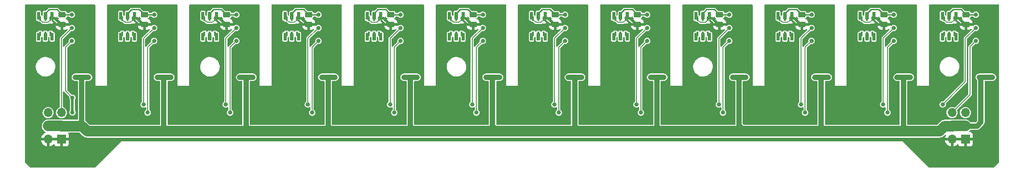
<source format=gbr>
G04 #@! TF.GenerationSoftware,KiCad,Pcbnew,7.0.2-0*
G04 #@! TF.CreationDate,2023-11-08T10:18:56-05:00*
G04 #@! TF.ProjectId,blade12_1-12,626c6164-6531-4325-9f31-2d31322e6b69,rev?*
G04 #@! TF.SameCoordinates,Original*
G04 #@! TF.FileFunction,Copper,L1,Top*
G04 #@! TF.FilePolarity,Positive*
%FSLAX46Y46*%
G04 Gerber Fmt 4.6, Leading zero omitted, Abs format (unit mm)*
G04 Created by KiCad (PCBNEW 7.0.2-0) date 2023-11-08 10:18:56*
%MOMM*%
%LPD*%
G01*
G04 APERTURE LIST*
G04 Aperture macros list*
%AMRoundRect*
0 Rectangle with rounded corners*
0 $1 Rounding radius*
0 $2 $3 $4 $5 $6 $7 $8 $9 X,Y pos of 4 corners*
0 Add a 4 corners polygon primitive as box body*
4,1,4,$2,$3,$4,$5,$6,$7,$8,$9,$2,$3,0*
0 Add four circle primitives for the rounded corners*
1,1,$1+$1,$2,$3*
1,1,$1+$1,$4,$5*
1,1,$1+$1,$6,$7*
1,1,$1+$1,$8,$9*
0 Add four rect primitives between the rounded corners*
20,1,$1+$1,$2,$3,$4,$5,0*
20,1,$1+$1,$4,$5,$6,$7,0*
20,1,$1+$1,$6,$7,$8,$9,0*
20,1,$1+$1,$8,$9,$2,$3,0*%
%AMFreePoly0*
4,1,39,0.115063,0.570106,0.130902,0.570106,0.143715,0.560796,0.158779,0.555902,0.168088,0.543088,0.180902,0.533779,0.185796,0.518715,0.195106,0.505902,0.195106,0.490062,0.200000,0.475000,0.200000,0.200000,0.400000,0.200000,0.400000,-0.200000,-0.400000,-0.200000,-0.400000,0.025000,-1.200000,0.025000,-1.215063,0.029894,-1.230902,0.029894,-1.243715,0.039203,-1.258779,0.044098,
-1.268088,0.056911,-1.280902,0.066221,-1.285796,0.081284,-1.295106,0.094098,-1.295106,0.109937,-1.300000,0.125000,-1.300000,0.475000,-1.295106,0.490062,-1.295106,0.505902,-1.285796,0.518715,-1.280902,0.533779,-1.268088,0.543088,-1.258779,0.555902,-1.243715,0.560796,-1.230902,0.570106,-1.215063,0.570106,-1.200000,0.575000,0.100000,0.575000,0.115063,0.570106,0.115063,0.570106,
$1*%
%AMFreePoly1*
4,1,47,0.115063,0.295106,0.130902,0.295106,0.143715,0.285796,0.158779,0.280902,0.168088,0.268088,0.180902,0.258779,0.185796,0.243715,0.195106,0.230902,0.195106,0.215062,0.200000,0.200000,0.400000,0.200000,0.400000,-0.200000,0.200000,-0.200000,0.195106,-0.215062,0.195106,-0.230902,0.185796,-0.243715,0.180902,-0.258779,0.168088,-0.268088,0.158779,-0.280902,0.143715,-0.285796,
0.130902,-0.295106,0.115063,-0.295106,0.100000,-0.300000,-1.200000,-0.300000,-1.215063,-0.295106,-1.230902,-0.295106,-1.243715,-0.285796,-1.258779,-0.280902,-1.268088,-0.268088,-1.280902,-0.258779,-1.285796,-0.243715,-1.295106,-0.230902,-1.295106,-0.215062,-1.300000,-0.200000,-1.300000,0.200000,-1.295106,0.215062,-1.295106,0.230902,-1.285796,0.243715,-1.280902,0.258779,-1.268088,0.268088,
-1.258779,0.280902,-1.243715,0.285796,-1.230902,0.295106,-1.215063,0.295106,-1.200000,0.300000,0.100000,0.300000,0.115063,0.295106,0.115063,0.295106,$1*%
%AMFreePoly2*
4,1,39,0.400000,-0.200000,0.200000,-0.200000,0.200000,-0.475000,0.195106,-0.490062,0.195106,-0.505902,0.185796,-0.518715,0.180902,-0.533779,0.168088,-0.543088,0.158779,-0.555902,0.143715,-0.560796,0.130902,-0.570106,0.115063,-0.570106,0.100000,-0.575000,-1.200000,-0.575000,-1.215063,-0.570106,-1.230902,-0.570106,-1.243715,-0.560796,-1.258779,-0.555902,-1.268088,-0.543088,-1.280902,-0.533779,
-1.285796,-0.518715,-1.295106,-0.505902,-1.295106,-0.490062,-1.300000,-0.475000,-1.300000,-0.125000,-1.295106,-0.109937,-1.295106,-0.094098,-1.285796,-0.081284,-1.280902,-0.066221,-1.268088,-0.056911,-1.258779,-0.044098,-1.243715,-0.039203,-1.230902,-0.029894,-1.215063,-0.029894,-1.200000,-0.025000,-0.400000,-0.025000,-0.400000,0.200000,0.400000,0.200000,0.400000,-0.200000,0.400000,-0.200000,
$1*%
%AMFreePoly3*
4,1,39,0.400000,-0.025000,1.200000,-0.025000,1.215063,-0.029894,1.230902,-0.029894,1.243715,-0.039203,1.258779,-0.044098,1.268088,-0.056911,1.280902,-0.066221,1.285796,-0.081284,1.295106,-0.094098,1.295106,-0.109937,1.300000,-0.125000,1.300000,-0.475000,1.295106,-0.490062,1.295106,-0.505902,1.285796,-0.518715,1.280902,-0.533779,1.268088,-0.543088,1.258779,-0.555902,1.243715,-0.560796,
1.230902,-0.570106,1.215063,-0.570106,1.200000,-0.575000,-0.100000,-0.575000,-0.115063,-0.570106,-0.130902,-0.570106,-0.143715,-0.560796,-0.158779,-0.555902,-0.168088,-0.543088,-0.180902,-0.533779,-0.185796,-0.518715,-0.195106,-0.505902,-0.195106,-0.490062,-0.200000,-0.475000,-0.200000,-0.200000,-0.400000,-0.200000,-0.400000,0.200000,0.400000,0.200000,0.400000,-0.025000,0.400000,-0.025000,
$1*%
%AMFreePoly4*
4,1,47,1.215063,0.295106,1.230902,0.295106,1.243715,0.285796,1.258779,0.280902,1.268088,0.268088,1.280902,0.258779,1.285796,0.243715,1.295106,0.230902,1.295106,0.215062,1.300000,0.200000,1.300000,-0.200000,1.295106,-0.215062,1.295106,-0.230902,1.285796,-0.243715,1.280902,-0.258779,1.268088,-0.268088,1.258779,-0.280902,1.243715,-0.285796,1.230902,-0.295106,1.215063,-0.295106,
1.200000,-0.300000,-0.100000,-0.300000,-0.115063,-0.295106,-0.130902,-0.295106,-0.143715,-0.285796,-0.158779,-0.280902,-0.168088,-0.268088,-0.180902,-0.258779,-0.185796,-0.243715,-0.195106,-0.230902,-0.195106,-0.215062,-0.200000,-0.200000,-0.400000,-0.200000,-0.400000,0.200000,-0.200000,0.200000,-0.195106,0.215062,-0.195106,0.230902,-0.185796,0.243715,-0.180902,0.258779,-0.168088,0.268088,
-0.158779,0.280902,-0.143715,0.285796,-0.130902,0.295106,-0.115063,0.295106,-0.100000,0.300000,1.200000,0.300000,1.215063,0.295106,1.215063,0.295106,$1*%
%AMFreePoly5*
4,1,39,1.215063,0.570106,1.230902,0.570106,1.243715,0.560796,1.258779,0.555902,1.268088,0.543088,1.280902,0.533779,1.285796,0.518715,1.295106,0.505902,1.295106,0.490062,1.300000,0.475000,1.300000,0.125000,1.295106,0.109937,1.295106,0.094098,1.285796,0.081284,1.280902,0.066221,1.268088,0.056911,1.258779,0.044098,1.243715,0.039203,1.230902,0.029894,1.215063,0.029894,
1.200000,0.025000,0.400000,0.025000,0.400000,-0.200000,-0.400000,-0.200000,-0.400000,0.200000,-0.200000,0.200000,-0.200000,0.475000,-0.195106,0.490062,-0.195106,0.505902,-0.185796,0.518715,-0.180902,0.533779,-0.168088,0.543088,-0.158779,0.555902,-0.143715,0.560796,-0.130902,0.570106,-0.115063,0.570106,-0.100000,0.575000,1.200000,0.575000,1.215063,0.570106,1.215063,0.570106,
$1*%
G04 Aperture macros list end*
G04 #@! TA.AperFunction,EtchedComponent*
%ADD10C,0.200000*%
G04 #@! TD*
G04 #@! TA.AperFunction,ComponentPad*
%ADD11R,1.700000X1.700000*%
G04 #@! TD*
G04 #@! TA.AperFunction,ComponentPad*
%ADD12O,1.700000X1.700000*%
G04 #@! TD*
G04 #@! TA.AperFunction,SMDPad,CuDef*
%ADD13FreePoly0,270.000000*%
G04 #@! TD*
G04 #@! TA.AperFunction,SMDPad,CuDef*
%ADD14FreePoly1,270.000000*%
G04 #@! TD*
G04 #@! TA.AperFunction,SMDPad,CuDef*
%ADD15FreePoly2,270.000000*%
G04 #@! TD*
G04 #@! TA.AperFunction,SMDPad,CuDef*
%ADD16FreePoly3,270.000000*%
G04 #@! TD*
G04 #@! TA.AperFunction,SMDPad,CuDef*
%ADD17FreePoly4,270.000000*%
G04 #@! TD*
G04 #@! TA.AperFunction,SMDPad,CuDef*
%ADD18FreePoly5,270.000000*%
G04 #@! TD*
G04 #@! TA.AperFunction,SMDPad,CuDef*
%ADD19RoundRect,0.250000X-0.450000X0.262500X-0.450000X-0.262500X0.450000X-0.262500X0.450000X0.262500X0*%
G04 #@! TD*
G04 #@! TA.AperFunction,ViaPad*
%ADD20C,0.800000*%
G04 #@! TD*
G04 #@! TA.AperFunction,Conductor*
%ADD21C,0.500000*%
G04 #@! TD*
G04 #@! TA.AperFunction,Conductor*
%ADD22C,0.250000*%
G04 #@! TD*
G04 #@! TA.AperFunction,Conductor*
%ADD23C,1.000000*%
G04 #@! TD*
G04 #@! TA.AperFunction,Conductor*
%ADD24C,2.000000*%
G04 #@! TD*
G04 #@! TA.AperFunction,Conductor*
%ADD25C,0.200000*%
G04 #@! TD*
G04 APERTURE END LIST*
D10*
X57250000Y-28150000D02*
X56850000Y-28550000D01*
X56850000Y-28550000D02*
X55900000Y-28550000D01*
X55900000Y-28550000D02*
X55450000Y-28150000D01*
X88450000Y-28150000D02*
X88050000Y-28550000D01*
X88050000Y-28550000D02*
X87100000Y-28550000D01*
X87100000Y-28550000D02*
X86650000Y-28150000D01*
X119650000Y-28150000D02*
X119250000Y-28550000D01*
X119250000Y-28550000D02*
X118300000Y-28550000D01*
X118300000Y-28550000D02*
X117850000Y-28150000D01*
X166450000Y-28150000D02*
X166050000Y-28550000D01*
X166050000Y-28550000D02*
X165100000Y-28550000D01*
X165100000Y-28550000D02*
X164650000Y-28150000D01*
X135250000Y-28150000D02*
X134850000Y-28550000D01*
X134850000Y-28550000D02*
X133900000Y-28550000D01*
X133900000Y-28550000D02*
X133450000Y-28150000D01*
X72850000Y-28150000D02*
X72450000Y-28550000D01*
X72450000Y-28550000D02*
X71500000Y-28550000D01*
X71500000Y-28550000D02*
X71050000Y-28150000D01*
X197650000Y-28150000D02*
X197250000Y-28550000D01*
X197250000Y-28550000D02*
X196300000Y-28550000D01*
X196300000Y-28550000D02*
X195850000Y-28150000D01*
X150850000Y-28150000D02*
X150450000Y-28550000D01*
X150450000Y-28550000D02*
X149500000Y-28550000D01*
X149500000Y-28550000D02*
X149050000Y-28150000D01*
X182050000Y-28150000D02*
X181650000Y-28550000D01*
X181650000Y-28550000D02*
X180700000Y-28550000D01*
X180700000Y-28550000D02*
X180250000Y-28150000D01*
X26050000Y-28150000D02*
X25650000Y-28550000D01*
X25650000Y-28550000D02*
X24700000Y-28550000D01*
X24700000Y-28550000D02*
X24250000Y-28150000D01*
X104050000Y-28150000D02*
X103650000Y-28550000D01*
X103650000Y-28550000D02*
X102700000Y-28550000D01*
X102700000Y-28550000D02*
X102250000Y-28150000D01*
X41650000Y-28150000D02*
X41250000Y-28550000D01*
X41250000Y-28550000D02*
X40300000Y-28550000D01*
X40300000Y-28550000D02*
X39850000Y-28150000D01*
D11*
X28225000Y-50825000D03*
D12*
X25685000Y-50825000D03*
X28225000Y-48285000D03*
X25685000Y-48285000D03*
X28225000Y-45745000D03*
X25685000Y-45745000D03*
D13*
X57350000Y-27850000D03*
D14*
X56350000Y-27850000D03*
D15*
X55350000Y-27850000D03*
D16*
X55350000Y-30750000D03*
D17*
X56350000Y-30750000D03*
D18*
X57350000Y-30750000D03*
D19*
X75150000Y-27087500D03*
X75150000Y-28912500D03*
X184350000Y-27087500D03*
X184350000Y-28912500D03*
X90750000Y-27087500D03*
X90750000Y-28912500D03*
D13*
X88550000Y-27850000D03*
D14*
X87550000Y-27850000D03*
D15*
X86550000Y-27850000D03*
D16*
X86550000Y-30750000D03*
D17*
X87550000Y-30750000D03*
D18*
X88550000Y-30750000D03*
D13*
X119750000Y-27850000D03*
D14*
X118750000Y-27850000D03*
D15*
X117750000Y-27850000D03*
D16*
X117750000Y-30750000D03*
D17*
X118750000Y-30750000D03*
D18*
X119750000Y-30750000D03*
D13*
X166550000Y-27850000D03*
D14*
X165550000Y-27850000D03*
D15*
X164550000Y-27850000D03*
D16*
X164550000Y-30750000D03*
D17*
X165550000Y-30750000D03*
D18*
X166550000Y-30750000D03*
D13*
X135350000Y-27850000D03*
D14*
X134350000Y-27850000D03*
D15*
X133350000Y-27850000D03*
D16*
X133350000Y-30750000D03*
D17*
X134350000Y-30750000D03*
D18*
X135350000Y-30750000D03*
D13*
X72950000Y-27850000D03*
D14*
X71950000Y-27850000D03*
D15*
X70950000Y-27850000D03*
D16*
X70950000Y-30750000D03*
D17*
X71950000Y-30750000D03*
D18*
X72950000Y-30750000D03*
D19*
X106350000Y-27087500D03*
X106350000Y-28912500D03*
D11*
X199825000Y-50825000D03*
D12*
X197285000Y-50825000D03*
X199825000Y-48285000D03*
X197285000Y-48285000D03*
X199825000Y-45745000D03*
X197285000Y-45745000D03*
D13*
X197750000Y-27850000D03*
D14*
X196750000Y-27850000D03*
D15*
X195750000Y-27850000D03*
D16*
X195750000Y-30750000D03*
D17*
X196750000Y-30750000D03*
D18*
X197750000Y-30750000D03*
D13*
X150950000Y-27850000D03*
D14*
X149950000Y-27850000D03*
D15*
X148950000Y-27850000D03*
D16*
X148950000Y-30750000D03*
D17*
X149950000Y-30750000D03*
D18*
X150950000Y-30750000D03*
D13*
X182150000Y-27850000D03*
D14*
X181150000Y-27850000D03*
D15*
X180150000Y-27850000D03*
D16*
X180150000Y-30750000D03*
D17*
X181150000Y-30750000D03*
D18*
X182150000Y-30750000D03*
D19*
X153150000Y-27087500D03*
X153150000Y-28912500D03*
X43950000Y-27087500D03*
X43950000Y-28912500D03*
D13*
X26150000Y-27850000D03*
D14*
X25150000Y-27850000D03*
D15*
X24150000Y-27850000D03*
D16*
X24150000Y-30750000D03*
D17*
X25150000Y-30750000D03*
D18*
X26150000Y-30750000D03*
D13*
X104150000Y-27850000D03*
D14*
X103150000Y-27850000D03*
D15*
X102150000Y-27850000D03*
D16*
X102150000Y-30750000D03*
D17*
X103150000Y-30750000D03*
D18*
X104150000Y-30750000D03*
D19*
X121950000Y-27087500D03*
X121950000Y-28912500D03*
X137550000Y-27087500D03*
X137550000Y-28912500D03*
X59550000Y-27087500D03*
X59550000Y-28912500D03*
X168750000Y-27087500D03*
X168750000Y-28912500D03*
D13*
X41750000Y-27850000D03*
D14*
X40750000Y-27850000D03*
D15*
X39750000Y-27850000D03*
D16*
X39750000Y-30750000D03*
D17*
X40750000Y-30750000D03*
D18*
X41750000Y-30750000D03*
D19*
X199950000Y-27087500D03*
X199950000Y-28912500D03*
X28350000Y-27087500D03*
X28350000Y-28912500D03*
D20*
X96600000Y-47200000D03*
X176500000Y-47200000D03*
X40000000Y-47200000D03*
X178400000Y-47200000D03*
X180300000Y-47200000D03*
X77000000Y-34250000D03*
X108200000Y-34250000D03*
X82900000Y-47200000D03*
X170600000Y-35400000D03*
X34300000Y-42400000D03*
X96600000Y-42400000D03*
X36200000Y-42400000D03*
X166600000Y-42400000D03*
X40000000Y-42400000D03*
X133500000Y-47200000D03*
X55600000Y-42400000D03*
X186200000Y-34250000D03*
X151000000Y-42400000D03*
X104200000Y-47200000D03*
X192100000Y-42400000D03*
X123800000Y-35400000D03*
X98500000Y-47200000D03*
X92600000Y-34250000D03*
X162800000Y-42400000D03*
X186200000Y-35400000D03*
X139400000Y-34250000D03*
X174600000Y-47200000D03*
X182200000Y-42400000D03*
X41900000Y-42400000D03*
X41900000Y-47200000D03*
X71100000Y-42400000D03*
X166600000Y-47200000D03*
X49900000Y-42400000D03*
X49900000Y-47200000D03*
X145300000Y-47200000D03*
X38100000Y-47200000D03*
X135400000Y-42400000D03*
X30200000Y-36600000D03*
X145300000Y-42400000D03*
X159000000Y-47200000D03*
X81000000Y-47200000D03*
X116000000Y-42400000D03*
X155000000Y-36600000D03*
X139400000Y-35400000D03*
X151000000Y-47200000D03*
X30200000Y-34250000D03*
X34300000Y-47200000D03*
X203400000Y-52300000D03*
X88600000Y-42400000D03*
X192100000Y-47200000D03*
X160900000Y-42400000D03*
X194000000Y-47200000D03*
X30200000Y-35400000D03*
X203350000Y-49400000D03*
X176500000Y-42400000D03*
X139400000Y-36600000D03*
X127800000Y-47200000D03*
X182200000Y-47200000D03*
X55600000Y-47200000D03*
X104200000Y-42400000D03*
X57500000Y-42400000D03*
X129700000Y-47200000D03*
X119800000Y-42400000D03*
X51800000Y-47200000D03*
X61400000Y-36600000D03*
X123800000Y-36600000D03*
X38100000Y-42400000D03*
X67300000Y-47200000D03*
X51800000Y-42400000D03*
X108200000Y-35400000D03*
X160900000Y-47200000D03*
X65400000Y-47200000D03*
X86700000Y-42400000D03*
X119800000Y-47200000D03*
X155000000Y-35400000D03*
X174600000Y-42400000D03*
X159000000Y-42400000D03*
X100400000Y-42400000D03*
X131600000Y-47200000D03*
X201800000Y-34250000D03*
X92600000Y-35400000D03*
X201800000Y-35400000D03*
X71100000Y-47200000D03*
X186200000Y-36600000D03*
X147200000Y-42400000D03*
X108200000Y-36600000D03*
X100400000Y-47200000D03*
X149100000Y-47200000D03*
X98500000Y-42400000D03*
X53700000Y-47200000D03*
X131600000Y-42400000D03*
X116000000Y-47200000D03*
X190200000Y-42400000D03*
X133500000Y-42400000D03*
X84800000Y-42400000D03*
X92600000Y-36600000D03*
X82900000Y-42400000D03*
X88600000Y-47200000D03*
X69200000Y-47200000D03*
X81000000Y-42400000D03*
X194000000Y-42400000D03*
X112200000Y-42400000D03*
X155000000Y-34250000D03*
X147200000Y-47200000D03*
X143400000Y-47200000D03*
X86700000Y-47200000D03*
X190200000Y-47200000D03*
X164700000Y-47200000D03*
X102300000Y-42400000D03*
X170600000Y-36600000D03*
X178400000Y-42400000D03*
X57500000Y-47200000D03*
X31800000Y-52300000D03*
X112200000Y-47200000D03*
X77000000Y-36600000D03*
X61400000Y-35400000D03*
X127800000Y-42400000D03*
X36200000Y-47200000D03*
X73000000Y-42400000D03*
X22100000Y-49400000D03*
X45800000Y-34250000D03*
X162800000Y-47200000D03*
X53700000Y-42400000D03*
X114100000Y-42400000D03*
X143400000Y-42400000D03*
X102300000Y-47200000D03*
X114100000Y-47200000D03*
X84800000Y-47200000D03*
X117900000Y-47200000D03*
X170600000Y-34250000D03*
X45800000Y-36600000D03*
X65400000Y-42400000D03*
X164700000Y-42400000D03*
X22100000Y-52300000D03*
X73000000Y-47200000D03*
X193700000Y-52300000D03*
X180300000Y-42400000D03*
X135400000Y-47200000D03*
X77000000Y-35400000D03*
X201800000Y-36600000D03*
X149100000Y-42400000D03*
X61400000Y-34250000D03*
X67300000Y-42400000D03*
X69200000Y-42400000D03*
X129700000Y-42400000D03*
X45800000Y-35400000D03*
X123800000Y-34250000D03*
X117900000Y-42400000D03*
X170600000Y-27100000D03*
X45800000Y-27100000D03*
X61400000Y-27100000D03*
X77000000Y-27100000D03*
X201800000Y-27100000D03*
X155000000Y-27100000D03*
X30200000Y-27100000D03*
X108200000Y-27100000D03*
X186200000Y-27100000D03*
X139400000Y-27100000D03*
X92600000Y-27100000D03*
X123800000Y-27100000D03*
X126950000Y-39000000D03*
X141250000Y-39000000D03*
X77650000Y-39000000D03*
X110050000Y-39000000D03*
X171250000Y-39000000D03*
X30850000Y-39000000D03*
X48950000Y-39000000D03*
X203650000Y-39000000D03*
X125650000Y-39000000D03*
X173750000Y-39000000D03*
X111350000Y-39000000D03*
X142550000Y-39000000D03*
X108850000Y-39000000D03*
X189350000Y-39000000D03*
X172450000Y-39000000D03*
X62050000Y-39000000D03*
X46450000Y-39000000D03*
X93250000Y-39000000D03*
X47650000Y-39000000D03*
X63250000Y-39000000D03*
X33350000Y-39000000D03*
X32050000Y-39000000D03*
X78850000Y-39000000D03*
X95750000Y-39000000D03*
X155650000Y-39000000D03*
X94450000Y-39000000D03*
X186850000Y-39000000D03*
X188050000Y-39000000D03*
X80150000Y-39000000D03*
X156850000Y-39000000D03*
X140050000Y-39000000D03*
X64550000Y-39000000D03*
X204950000Y-39000000D03*
X202450000Y-39000000D03*
X158150000Y-39000000D03*
X124450000Y-39000000D03*
X201800000Y-29600000D03*
X186200000Y-29600000D03*
X168600000Y-44200000D03*
X43800000Y-44200000D03*
X153000000Y-44200000D03*
X195500000Y-44200000D03*
X92600000Y-29600000D03*
X137400000Y-44200000D03*
X30200000Y-29600000D03*
X184200000Y-44200000D03*
X45800000Y-29600000D03*
X123800000Y-29600000D03*
X75000000Y-44200000D03*
X108200000Y-29600000D03*
X139400000Y-29600000D03*
X90600000Y-44200000D03*
X121800000Y-44200000D03*
X155000000Y-29600000D03*
X106200000Y-44200000D03*
X59400000Y-44200000D03*
X77000000Y-29600000D03*
X170600000Y-29600000D03*
X61400000Y-29600000D03*
X138200000Y-45745000D03*
X45800000Y-32100000D03*
X92600000Y-32100000D03*
X122600000Y-45745000D03*
X30300000Y-45700000D03*
X170600000Y-32100000D03*
X61400000Y-32100000D03*
X75800000Y-45745000D03*
X185000000Y-45745000D03*
X60200000Y-45745000D03*
X201800000Y-32100000D03*
X77000000Y-32100000D03*
X30300000Y-42900000D03*
X91400000Y-45745000D03*
X139400000Y-32100000D03*
X155000000Y-32100000D03*
X107000000Y-45745000D03*
X169400000Y-45745000D03*
X123800000Y-32100000D03*
X153800000Y-45745000D03*
X30200000Y-32100000D03*
X108200000Y-32100000D03*
X44600000Y-45745000D03*
X186200000Y-32100000D03*
D21*
X168750000Y-28912500D02*
X168562500Y-28912500D01*
X90562500Y-28912500D02*
X89375481Y-27725481D01*
X42575481Y-27725481D02*
X41750000Y-27725481D01*
X198575481Y-27725481D02*
X197750000Y-27725481D01*
X199950000Y-28912500D02*
X199762500Y-28912500D01*
X137550000Y-28912500D02*
X137362500Y-28912500D01*
X26975481Y-27725481D02*
X26150000Y-27725481D01*
X121762500Y-28912500D02*
X120575481Y-27725481D01*
X184162500Y-28912500D02*
X182975481Y-27725481D01*
X136175481Y-27725481D02*
X135350000Y-27725481D01*
X106350000Y-28912500D02*
X106162500Y-28912500D01*
X184350000Y-28912500D02*
X184162500Y-28912500D01*
X153150000Y-28912500D02*
X152962500Y-28912500D01*
X74962500Y-28912500D02*
X73775481Y-27725481D01*
X121950000Y-28912500D02*
X121762500Y-28912500D01*
X151775481Y-27725481D02*
X150950000Y-27725481D01*
X168562500Y-28912500D02*
X167375481Y-27725481D01*
X199762500Y-28912500D02*
X198575481Y-27725481D01*
X106162500Y-28912500D02*
X104975481Y-27725481D01*
X182975481Y-27725481D02*
X182150000Y-27725481D01*
X89375481Y-27725481D02*
X88550000Y-27725481D01*
X152962500Y-28912500D02*
X151775481Y-27725481D01*
X28350000Y-28912500D02*
X28162500Y-28912500D01*
X90750000Y-28912500D02*
X90562500Y-28912500D01*
X137362500Y-28912500D02*
X136175481Y-27725481D01*
X43762500Y-28912500D02*
X42575481Y-27725481D01*
X167375481Y-27725481D02*
X166550000Y-27725481D01*
X104975481Y-27725481D02*
X104150000Y-27725481D01*
X73775481Y-27725481D02*
X72950000Y-27725481D01*
X28162500Y-28912500D02*
X26975481Y-27725481D01*
X58175481Y-27725481D02*
X57350000Y-27725481D01*
X59550000Y-28912500D02*
X59362500Y-28912500D01*
X75150000Y-28912500D02*
X74962500Y-28912500D01*
X120575481Y-27725481D02*
X119750000Y-27725481D01*
X43950000Y-28912500D02*
X43762500Y-28912500D01*
X59362500Y-28912500D02*
X58175481Y-27725481D01*
D22*
X149950000Y-27850000D02*
X149950000Y-26850000D01*
X75162500Y-27100000D02*
X75150000Y-27087500D01*
X121962500Y-27100000D02*
X121950000Y-27087500D01*
X120962500Y-26100000D02*
X121950000Y-27087500D01*
X149950000Y-26850000D02*
X150700000Y-26100000D01*
X74162500Y-26100000D02*
X75150000Y-27087500D01*
X119500000Y-26100000D02*
X120962500Y-26100000D01*
X40750000Y-26850000D02*
X41500000Y-26100000D01*
X88300000Y-26100000D02*
X89762500Y-26100000D01*
X155000000Y-27100000D02*
X153162500Y-27100000D01*
X87550000Y-26850000D02*
X88300000Y-26100000D01*
X170600000Y-27100000D02*
X168762500Y-27100000D01*
X139400000Y-27100000D02*
X137562500Y-27100000D01*
X61400000Y-27100000D02*
X59562500Y-27100000D01*
X90762500Y-27100000D02*
X90750000Y-27087500D01*
X134350000Y-27850000D02*
X134350000Y-26850000D01*
X123800000Y-27100000D02*
X121962500Y-27100000D01*
X58562500Y-26100000D02*
X59550000Y-27087500D01*
X56350000Y-27850000D02*
X56350000Y-26850000D01*
X137562500Y-27100000D02*
X137550000Y-27087500D01*
X134350000Y-26850000D02*
X135100000Y-26100000D01*
X199962500Y-27100000D02*
X199950000Y-27087500D01*
X45800000Y-27100000D02*
X43962500Y-27100000D01*
X201800000Y-27100000D02*
X199962500Y-27100000D01*
X41500000Y-26100000D02*
X42962500Y-26100000D01*
X25150000Y-27850000D02*
X25150000Y-26850000D01*
X181150000Y-26850000D02*
X181900000Y-26100000D01*
X92600000Y-27100000D02*
X90762500Y-27100000D01*
X118750000Y-26850000D02*
X119500000Y-26100000D01*
X136562500Y-26100000D02*
X137550000Y-27087500D01*
X118750000Y-27850000D02*
X118750000Y-26850000D01*
X103150000Y-27850000D02*
X103150000Y-26850000D01*
X57100000Y-26100000D02*
X58562500Y-26100000D01*
X40750000Y-27850000D02*
X40750000Y-26850000D01*
X181900000Y-26100000D02*
X183362500Y-26100000D01*
X30200000Y-27100000D02*
X28362500Y-27100000D01*
X196750000Y-27850000D02*
X196750000Y-26850000D01*
X186200000Y-27100000D02*
X184362500Y-27100000D01*
X27362500Y-26100000D02*
X28350000Y-27087500D01*
X71950000Y-27850000D02*
X71950000Y-26850000D01*
X43962500Y-27100000D02*
X43950000Y-27087500D01*
X71950000Y-26850000D02*
X72700000Y-26100000D01*
X59562500Y-27100000D02*
X59550000Y-27087500D01*
X77000000Y-27100000D02*
X75162500Y-27100000D01*
X103900000Y-26100000D02*
X105362500Y-26100000D01*
X184362500Y-27100000D02*
X184350000Y-27087500D01*
X198962500Y-26100000D02*
X199950000Y-27087500D01*
X89762500Y-26100000D02*
X90750000Y-27087500D01*
X197500000Y-26100000D02*
X198962500Y-26100000D01*
X152162500Y-26100000D02*
X153150000Y-27087500D01*
X165550000Y-27850000D02*
X165550000Y-26850000D01*
X150700000Y-26100000D02*
X152162500Y-26100000D01*
X181150000Y-27850000D02*
X181150000Y-26850000D01*
X108200000Y-27100000D02*
X106362500Y-27100000D01*
X106362500Y-27100000D02*
X106350000Y-27087500D01*
X183362500Y-26100000D02*
X184350000Y-27087500D01*
X25900000Y-26100000D02*
X27362500Y-26100000D01*
X168762500Y-27100000D02*
X168750000Y-27087500D01*
X167762500Y-26100000D02*
X168750000Y-27087500D01*
X87550000Y-27850000D02*
X87550000Y-26850000D01*
X105362500Y-26100000D02*
X106350000Y-27087500D01*
X165550000Y-26850000D02*
X166300000Y-26100000D01*
X56350000Y-26850000D02*
X57100000Y-26100000D01*
X153162500Y-27100000D02*
X153150000Y-27087500D01*
X166300000Y-26100000D02*
X167762500Y-26100000D01*
X28362500Y-27100000D02*
X28350000Y-27087500D01*
X25150000Y-26850000D02*
X25900000Y-26100000D01*
X42962500Y-26100000D02*
X43950000Y-27087500D01*
X103150000Y-26850000D02*
X103900000Y-26100000D01*
X72700000Y-26100000D02*
X74162500Y-26100000D01*
X196750000Y-26850000D02*
X197500000Y-26100000D01*
X135100000Y-26100000D02*
X136562500Y-26100000D01*
D23*
X95400000Y-49300000D02*
X94450000Y-48350000D01*
X47650000Y-48600000D02*
X47650000Y-39000000D01*
X110050000Y-48250000D02*
X110050000Y-39000000D01*
X28225000Y-48285000D02*
X31115000Y-48285000D01*
X199840000Y-48300000D02*
X202009022Y-48300000D01*
X141250000Y-48750000D02*
X141250000Y-39000000D01*
D24*
X95400000Y-49300000D02*
X79800000Y-49300000D01*
D23*
X63250000Y-48350000D02*
X63250000Y-39000000D01*
X157950000Y-49300000D02*
X156850000Y-48200000D01*
X189350000Y-39000000D02*
X186850000Y-39000000D01*
D24*
X187800000Y-49300000D02*
X188950000Y-49300000D01*
X141800000Y-49300000D02*
X126600000Y-49300000D01*
D23*
X173750000Y-39000000D02*
X171250000Y-39000000D01*
X202009022Y-48300000D02*
X202750000Y-47559022D01*
X31115000Y-48285000D02*
X31150000Y-48250000D01*
D24*
X111100000Y-49300000D02*
X95400000Y-49300000D01*
X126600000Y-49300000D02*
X111100000Y-49300000D01*
D23*
X94450000Y-48350000D02*
X94450000Y-39000000D01*
X46950000Y-49300000D02*
X47650000Y-48600000D01*
X140050000Y-39000000D02*
X141250000Y-39000000D01*
X48950000Y-39000000D02*
X46450000Y-39000000D01*
X141800000Y-49300000D02*
X141250000Y-48750000D01*
X155650000Y-39000000D02*
X156850000Y-39000000D01*
X32050000Y-48250000D02*
X32100000Y-48300000D01*
X202450000Y-39000000D02*
X203650000Y-39000000D01*
D24*
X33100000Y-49300000D02*
X32100000Y-48300000D01*
D23*
X62050000Y-39000000D02*
X63250000Y-39000000D01*
X64550000Y-39000000D02*
X62050000Y-39000000D01*
X79800000Y-49300000D02*
X78850000Y-48350000D01*
X46450000Y-39000000D02*
X47650000Y-39000000D01*
X173400000Y-49300000D02*
X172450000Y-48350000D01*
D24*
X25685000Y-48285000D02*
X28225000Y-48285000D01*
D23*
X186850000Y-39000000D02*
X188050000Y-39000000D01*
X80150000Y-39000000D02*
X77650000Y-39000000D01*
X30850000Y-39000000D02*
X32050000Y-39000000D01*
D24*
X188950000Y-49300000D02*
X194900000Y-49300000D01*
D23*
X187800000Y-49300000D02*
X188050000Y-49050000D01*
X125650000Y-48350000D02*
X125650000Y-39000000D01*
X124450000Y-39000000D02*
X125650000Y-39000000D01*
X95750000Y-39000000D02*
X93250000Y-39000000D01*
X204950000Y-39000000D02*
X202450000Y-39000000D01*
X78850000Y-48350000D02*
X78850000Y-39000000D01*
X77650000Y-39000000D02*
X78850000Y-39000000D01*
D24*
X195900000Y-48300000D02*
X197270000Y-48300000D01*
D23*
X126600000Y-49300000D02*
X125650000Y-48350000D01*
X188050000Y-49050000D02*
X188050000Y-39000000D01*
D24*
X46950000Y-49300000D02*
X33100000Y-49300000D01*
X194900000Y-49300000D02*
X195900000Y-48300000D01*
D23*
X28225000Y-48285000D02*
X28240000Y-48300000D01*
X111100000Y-49300000D02*
X110050000Y-48250000D01*
X32050000Y-39000000D02*
X32050000Y-48250000D01*
D24*
X199825000Y-48285000D02*
X197285000Y-48285000D01*
D23*
X199825000Y-48285000D02*
X199840000Y-48300000D01*
D24*
X79800000Y-49300000D02*
X64200000Y-49300000D01*
D23*
X197270000Y-48300000D02*
X197285000Y-48285000D01*
X171250000Y-39000000D02*
X172450000Y-39000000D01*
X172450000Y-48350000D02*
X172450000Y-39000000D01*
X142550000Y-39000000D02*
X140050000Y-39000000D01*
X93250000Y-39000000D02*
X94450000Y-39000000D01*
D24*
X64200000Y-49300000D02*
X46950000Y-49300000D01*
D23*
X202750000Y-39300000D02*
X202450000Y-39000000D01*
D24*
X157950000Y-49300000D02*
X141800000Y-49300000D01*
D23*
X156850000Y-48200000D02*
X156850000Y-39000000D01*
X64200000Y-49300000D02*
X63250000Y-48350000D01*
X126950000Y-39000000D02*
X124450000Y-39000000D01*
D24*
X173400000Y-49300000D02*
X157950000Y-49300000D01*
D23*
X108850000Y-39000000D02*
X110050000Y-39000000D01*
X202750000Y-47559022D02*
X202750000Y-39300000D01*
D24*
X173400000Y-49300000D02*
X188950000Y-49300000D01*
D23*
X111350000Y-39000000D02*
X108850000Y-39000000D01*
X33350000Y-39000000D02*
X30850000Y-39000000D01*
D24*
X28240000Y-48300000D02*
X32100000Y-48300000D01*
D23*
X158150000Y-39000000D02*
X155650000Y-39000000D01*
D25*
X121800000Y-44200000D02*
X121800000Y-31600000D01*
X43800000Y-31600000D02*
X45800000Y-29600000D01*
X106200000Y-44200000D02*
X106200000Y-31600000D01*
X90600000Y-31600000D02*
X92600000Y-29600000D01*
X184200000Y-31600000D02*
X186200000Y-29600000D01*
X59400000Y-44200000D02*
X59400000Y-31600000D01*
X90600000Y-44200000D02*
X90600000Y-31600000D01*
X137400000Y-44200000D02*
X137400000Y-31600000D01*
X168600000Y-31600000D02*
X170600000Y-29600000D01*
X59400000Y-31600000D02*
X61400000Y-29600000D01*
X153000000Y-31600000D02*
X155000000Y-29600000D01*
X106200000Y-31600000D02*
X108200000Y-29600000D01*
X43800000Y-44200000D02*
X43800000Y-31600000D01*
X201800000Y-29600000D02*
X199800000Y-31600000D01*
X184200000Y-44200000D02*
X184200000Y-31600000D01*
X199800000Y-39900000D02*
X195500000Y-44200000D01*
X168600000Y-44200000D02*
X168600000Y-31600000D01*
X28200000Y-31600000D02*
X30200000Y-29600000D01*
X75000000Y-44200000D02*
X75000000Y-31600000D01*
X28225000Y-45745000D02*
X28200000Y-45720000D01*
X153000000Y-44200000D02*
X153000000Y-31600000D01*
X28200000Y-45720000D02*
X28200000Y-31600000D01*
X75000000Y-31600000D02*
X77000000Y-29600000D01*
X199800000Y-31600000D02*
X199800000Y-39900000D01*
X137400000Y-31600000D02*
X139400000Y-29600000D01*
X121800000Y-31600000D02*
X123800000Y-29600000D01*
X169400000Y-33300000D02*
X170600000Y-32100000D01*
X30300000Y-42900000D02*
X29000000Y-41600000D01*
X138200000Y-45745000D02*
X138200000Y-33300000D01*
X91400000Y-33300000D02*
X92600000Y-32100000D01*
X185000000Y-45745000D02*
X185000000Y-33300000D01*
X29000000Y-33300000D02*
X30200000Y-32100000D01*
X200700000Y-42330000D02*
X197285000Y-45745000D01*
X122600000Y-45745000D02*
X122600000Y-33300000D01*
X153800000Y-45745000D02*
X153800000Y-33300000D01*
X200700000Y-33200000D02*
X200700000Y-42330000D01*
X75800000Y-33300000D02*
X77000000Y-32100000D01*
X75800000Y-45745000D02*
X75800000Y-33300000D01*
X60200000Y-33300000D02*
X61400000Y-32100000D01*
X153800000Y-33300000D02*
X155000000Y-32100000D01*
X169400000Y-45745000D02*
X169400000Y-33300000D01*
X44600000Y-33300000D02*
X45800000Y-32100000D01*
X29000000Y-41600000D02*
X29000000Y-33300000D01*
X60200000Y-45745000D02*
X60200000Y-33300000D01*
D21*
X30300000Y-42900000D02*
X30300000Y-45700000D01*
D25*
X91400000Y-45745000D02*
X91400000Y-33300000D01*
X44600000Y-45745000D02*
X44600000Y-33300000D01*
X201800000Y-32100000D02*
X200700000Y-33200000D01*
X122600000Y-33300000D02*
X123800000Y-32100000D01*
X107000000Y-33300000D02*
X108200000Y-32100000D01*
X107000000Y-45745000D02*
X107000000Y-33300000D01*
X185000000Y-33300000D02*
X186200000Y-32100000D01*
X138200000Y-33300000D02*
X139400000Y-32100000D01*
G04 #@! TA.AperFunction,Conductor*
G36*
X27765507Y-50615156D02*
G01*
X27725000Y-50753111D01*
X27725000Y-50896889D01*
X27765507Y-51034844D01*
X27793884Y-51079000D01*
X26116116Y-51079000D01*
X26144493Y-51034844D01*
X26185000Y-50896889D01*
X26185000Y-50753111D01*
X26144493Y-50615156D01*
X26116116Y-50571000D01*
X27793884Y-50571000D01*
X27765507Y-50615156D01*
G37*
G04 #@! TD.AperFunction*
G04 #@! TA.AperFunction,Conductor*
G36*
X199365507Y-50615156D02*
G01*
X199325000Y-50753111D01*
X199325000Y-50896889D01*
X199365507Y-51034844D01*
X199393884Y-51079000D01*
X197716116Y-51079000D01*
X197744493Y-51034844D01*
X197785000Y-50896889D01*
X197785000Y-50753111D01*
X197744493Y-50615156D01*
X197716116Y-50571000D01*
X199393884Y-50571000D01*
X199365507Y-50615156D01*
G37*
G04 #@! TD.AperFunction*
G04 #@! TA.AperFunction,Conductor*
G36*
X27446736Y-27469110D02*
G01*
X27483153Y-27522719D01*
X27497206Y-27562883D01*
X27577847Y-27672148D01*
X27649613Y-27725113D01*
X27692545Y-27781658D01*
X27698092Y-27852438D01*
X27664491Y-27914980D01*
X27614427Y-27946097D01*
X27577476Y-27958341D01*
X27430371Y-28049077D01*
X27361891Y-28067814D01*
X27294153Y-28046555D01*
X27248661Y-27992047D01*
X27238224Y-27941836D01*
X27238224Y-27564334D01*
X27258226Y-27496213D01*
X27311882Y-27449720D01*
X27382156Y-27439616D01*
X27446736Y-27469110D01*
G37*
G04 #@! TD.AperFunction*
G04 #@! TA.AperFunction,Conductor*
G36*
X43046736Y-27469110D02*
G01*
X43083153Y-27522719D01*
X43097206Y-27562883D01*
X43177847Y-27672148D01*
X43249613Y-27725113D01*
X43292545Y-27781658D01*
X43298092Y-27852438D01*
X43264491Y-27914980D01*
X43214427Y-27946097D01*
X43177476Y-27958341D01*
X43030371Y-28049077D01*
X42961891Y-28067814D01*
X42894153Y-28046555D01*
X42848661Y-27992047D01*
X42838224Y-27941836D01*
X42838224Y-27564334D01*
X42858226Y-27496213D01*
X42911882Y-27449720D01*
X42982156Y-27439616D01*
X43046736Y-27469110D01*
G37*
G04 #@! TD.AperFunction*
G04 #@! TA.AperFunction,Conductor*
G36*
X58646736Y-27469110D02*
G01*
X58683153Y-27522719D01*
X58697206Y-27562883D01*
X58777847Y-27672148D01*
X58849613Y-27725113D01*
X58892545Y-27781658D01*
X58898092Y-27852438D01*
X58864491Y-27914980D01*
X58814427Y-27946097D01*
X58777476Y-27958341D01*
X58630371Y-28049077D01*
X58561891Y-28067814D01*
X58494153Y-28046555D01*
X58448661Y-27992047D01*
X58438224Y-27941836D01*
X58438224Y-27564334D01*
X58458226Y-27496213D01*
X58511882Y-27449720D01*
X58582156Y-27439616D01*
X58646736Y-27469110D01*
G37*
G04 #@! TD.AperFunction*
G04 #@! TA.AperFunction,Conductor*
G36*
X74246736Y-27469110D02*
G01*
X74283153Y-27522719D01*
X74297206Y-27562883D01*
X74377847Y-27672148D01*
X74449613Y-27725113D01*
X74492545Y-27781658D01*
X74498092Y-27852438D01*
X74464491Y-27914980D01*
X74414427Y-27946097D01*
X74377476Y-27958341D01*
X74230371Y-28049077D01*
X74161891Y-28067814D01*
X74094153Y-28046555D01*
X74048661Y-27992047D01*
X74038224Y-27941836D01*
X74038224Y-27564334D01*
X74058226Y-27496213D01*
X74111882Y-27449720D01*
X74182156Y-27439616D01*
X74246736Y-27469110D01*
G37*
G04 #@! TD.AperFunction*
G04 #@! TA.AperFunction,Conductor*
G36*
X89846736Y-27469110D02*
G01*
X89883153Y-27522719D01*
X89897206Y-27562883D01*
X89977847Y-27672148D01*
X90049613Y-27725113D01*
X90092545Y-27781658D01*
X90098092Y-27852438D01*
X90064491Y-27914980D01*
X90014427Y-27946097D01*
X89977476Y-27958341D01*
X89830371Y-28049077D01*
X89761891Y-28067814D01*
X89694153Y-28046555D01*
X89648661Y-27992047D01*
X89638224Y-27941836D01*
X89638224Y-27564334D01*
X89658226Y-27496213D01*
X89711882Y-27449720D01*
X89782156Y-27439616D01*
X89846736Y-27469110D01*
G37*
G04 #@! TD.AperFunction*
G04 #@! TA.AperFunction,Conductor*
G36*
X105446736Y-27469110D02*
G01*
X105483153Y-27522719D01*
X105497206Y-27562883D01*
X105577847Y-27672148D01*
X105649613Y-27725113D01*
X105692545Y-27781658D01*
X105698092Y-27852438D01*
X105664491Y-27914980D01*
X105614427Y-27946097D01*
X105577476Y-27958341D01*
X105430371Y-28049077D01*
X105361891Y-28067814D01*
X105294153Y-28046555D01*
X105248661Y-27992047D01*
X105238224Y-27941836D01*
X105238224Y-27564334D01*
X105258226Y-27496213D01*
X105311882Y-27449720D01*
X105382156Y-27439616D01*
X105446736Y-27469110D01*
G37*
G04 #@! TD.AperFunction*
G04 #@! TA.AperFunction,Conductor*
G36*
X121046737Y-27469110D02*
G01*
X121083153Y-27522719D01*
X121097206Y-27562883D01*
X121177847Y-27672148D01*
X121249613Y-27725113D01*
X121292545Y-27781658D01*
X121298092Y-27852438D01*
X121264491Y-27914980D01*
X121214427Y-27946097D01*
X121177473Y-27958342D01*
X121030369Y-28049077D01*
X120961890Y-28067814D01*
X120894151Y-28046554D01*
X120848660Y-27992047D01*
X120838223Y-27941836D01*
X120838224Y-27564334D01*
X120858226Y-27496213D01*
X120911882Y-27449720D01*
X120982156Y-27439617D01*
X121046737Y-27469110D01*
G37*
G04 #@! TD.AperFunction*
G04 #@! TA.AperFunction,Conductor*
G36*
X136646736Y-27469110D02*
G01*
X136683153Y-27522719D01*
X136697206Y-27562883D01*
X136777847Y-27672148D01*
X136849613Y-27725113D01*
X136892545Y-27781658D01*
X136898092Y-27852438D01*
X136864491Y-27914980D01*
X136814427Y-27946097D01*
X136777476Y-27958341D01*
X136630371Y-28049077D01*
X136561891Y-28067814D01*
X136494153Y-28046555D01*
X136448661Y-27992047D01*
X136438224Y-27941836D01*
X136438224Y-27564334D01*
X136458226Y-27496213D01*
X136511882Y-27449720D01*
X136582156Y-27439616D01*
X136646736Y-27469110D01*
G37*
G04 #@! TD.AperFunction*
G04 #@! TA.AperFunction,Conductor*
G36*
X152246736Y-27469110D02*
G01*
X152283153Y-27522719D01*
X152297206Y-27562883D01*
X152377847Y-27672148D01*
X152449613Y-27725113D01*
X152492545Y-27781658D01*
X152498092Y-27852438D01*
X152464491Y-27914980D01*
X152414427Y-27946097D01*
X152377476Y-27958341D01*
X152230371Y-28049077D01*
X152161891Y-28067814D01*
X152094153Y-28046555D01*
X152048661Y-27992047D01*
X152038224Y-27941836D01*
X152038224Y-27564334D01*
X152058226Y-27496213D01*
X152111882Y-27449720D01*
X152182156Y-27439616D01*
X152246736Y-27469110D01*
G37*
G04 #@! TD.AperFunction*
G04 #@! TA.AperFunction,Conductor*
G36*
X167846737Y-27469110D02*
G01*
X167883153Y-27522719D01*
X167897206Y-27562883D01*
X167977847Y-27672148D01*
X168049613Y-27725113D01*
X168092545Y-27781658D01*
X168098092Y-27852438D01*
X168064491Y-27914980D01*
X168014427Y-27946097D01*
X167977473Y-27958342D01*
X167830369Y-28049077D01*
X167761890Y-28067814D01*
X167694151Y-28046554D01*
X167648660Y-27992047D01*
X167638223Y-27941836D01*
X167638224Y-27564334D01*
X167658226Y-27496213D01*
X167711882Y-27449720D01*
X167782156Y-27439617D01*
X167846737Y-27469110D01*
G37*
G04 #@! TD.AperFunction*
G04 #@! TA.AperFunction,Conductor*
G36*
X183446736Y-27469110D02*
G01*
X183483153Y-27522719D01*
X183497206Y-27562883D01*
X183577847Y-27672148D01*
X183649613Y-27725113D01*
X183692545Y-27781658D01*
X183698092Y-27852438D01*
X183664491Y-27914980D01*
X183614427Y-27946097D01*
X183577476Y-27958341D01*
X183430371Y-28049077D01*
X183361891Y-28067814D01*
X183294153Y-28046555D01*
X183248661Y-27992047D01*
X183238224Y-27941836D01*
X183238224Y-27564334D01*
X183258226Y-27496213D01*
X183311882Y-27449720D01*
X183382156Y-27439616D01*
X183446736Y-27469110D01*
G37*
G04 #@! TD.AperFunction*
G04 #@! TA.AperFunction,Conductor*
G36*
X199046736Y-27469110D02*
G01*
X199083153Y-27522719D01*
X199097206Y-27562883D01*
X199177847Y-27672148D01*
X199249613Y-27725113D01*
X199292545Y-27781658D01*
X199298092Y-27852438D01*
X199264491Y-27914980D01*
X199214427Y-27946097D01*
X199177476Y-27958341D01*
X199030371Y-28049077D01*
X198961891Y-28067814D01*
X198894153Y-28046555D01*
X198848661Y-27992047D01*
X198838224Y-27941836D01*
X198838224Y-27564334D01*
X198858226Y-27496213D01*
X198911882Y-27449720D01*
X198982156Y-27439616D01*
X199046736Y-27469110D01*
G37*
G04 #@! TD.AperFunction*
G04 #@! TA.AperFunction,Conductor*
G36*
X34566735Y-25159189D02*
G01*
X34613228Y-25212845D01*
X34624614Y-25265187D01*
X34624614Y-40569867D01*
X34622512Y-40580435D01*
X34622513Y-40599999D01*
X34624614Y-40605072D01*
X34630596Y-40619517D01*
X34650114Y-40627601D01*
X34669689Y-40627601D01*
X34680251Y-40625500D01*
X36819863Y-40625500D01*
X36830425Y-40627601D01*
X36850000Y-40627601D01*
X36869517Y-40619517D01*
X36875500Y-40605072D01*
X36876831Y-40601859D01*
X36881927Y-40589561D01*
X36875520Y-40569100D01*
X36875500Y-40566849D01*
X36875504Y-40109717D01*
X36875564Y-31982492D01*
X38970572Y-31982492D01*
X38976221Y-32030218D01*
X38989197Y-32058364D01*
X38993523Y-32069415D01*
X38993012Y-32067987D01*
X38994363Y-32071441D01*
X38995512Y-32074974D01*
X38997066Y-32078344D01*
X38997067Y-32078347D01*
X39015639Y-32118628D01*
X39036666Y-32141372D01*
X39044242Y-32150604D01*
X39043264Y-32149337D01*
X39045620Y-32152208D01*
X39047803Y-32155213D01*
X39080432Y-32190514D01*
X39093950Y-32198084D01*
X39107466Y-32205653D01*
X39117502Y-32212078D01*
X39116211Y-32211197D01*
X39119341Y-32213201D01*
X39122346Y-32215384D01*
X39125589Y-32217200D01*
X39125595Y-32217204D01*
X39164275Y-32238867D01*
X39242507Y-32254428D01*
X39242508Y-32254428D01*
X39653774Y-32254428D01*
X39657492Y-32254428D01*
X39705211Y-32248781D01*
X39733360Y-32235803D01*
X39744440Y-32231468D01*
X39742981Y-32231990D01*
X39746442Y-32230634D01*
X39749977Y-32229487D01*
X39793620Y-32209366D01*
X39816383Y-32188321D01*
X39825614Y-32180749D01*
X39824349Y-32181726D01*
X39827206Y-32179381D01*
X39830219Y-32177193D01*
X39865506Y-32144577D01*
X39880656Y-32117526D01*
X39887068Y-32107512D01*
X39886209Y-32108772D01*
X39888203Y-32105655D01*
X39890390Y-32102646D01*
X39913867Y-32060723D01*
X39929428Y-31982492D01*
X39929428Y-31461924D01*
X39949430Y-31393804D01*
X40003086Y-31347311D01*
X40027289Y-31339495D01*
X40028227Y-31338867D01*
X40028231Y-31338867D01*
X40049572Y-31324606D01*
X40117322Y-31303393D01*
X40185789Y-31322175D01*
X40233233Y-31374992D01*
X40245572Y-31429372D01*
X40245572Y-31982492D01*
X40251221Y-32030218D01*
X40264197Y-32058364D01*
X40268523Y-32069415D01*
X40268012Y-32067987D01*
X40269363Y-32071441D01*
X40270512Y-32074974D01*
X40272066Y-32078344D01*
X40272067Y-32078347D01*
X40290639Y-32118628D01*
X40311666Y-32141372D01*
X40319242Y-32150604D01*
X40318264Y-32149337D01*
X40320620Y-32152208D01*
X40322803Y-32155213D01*
X40355432Y-32190514D01*
X40368950Y-32198084D01*
X40382466Y-32205653D01*
X40392502Y-32212078D01*
X40391211Y-32211197D01*
X40394341Y-32213201D01*
X40397346Y-32215384D01*
X40400589Y-32217200D01*
X40400595Y-32217204D01*
X40439275Y-32238867D01*
X40517507Y-32254428D01*
X40517508Y-32254428D01*
X40978776Y-32254428D01*
X40982492Y-32254428D01*
X41030218Y-32248779D01*
X41058372Y-32235798D01*
X41069474Y-32231455D01*
X41067985Y-32231988D01*
X41071434Y-32230637D01*
X41074974Y-32229488D01*
X41118628Y-32209361D01*
X41141376Y-32188329D01*
X41150611Y-32180751D01*
X41149332Y-32181740D01*
X41152209Y-32179378D01*
X41155213Y-32177197D01*
X41190514Y-32144568D01*
X41205660Y-32117520D01*
X41212089Y-32107481D01*
X41211196Y-32108790D01*
X41213199Y-32105660D01*
X41215384Y-32102654D01*
X41234799Y-32067987D01*
X41238867Y-32060724D01*
X41254428Y-31982491D01*
X41254428Y-31429373D01*
X41274430Y-31361252D01*
X41328086Y-31314759D01*
X41398360Y-31304655D01*
X41450426Y-31324606D01*
X41471769Y-31338867D01*
X41471771Y-31338867D01*
X41477618Y-31342774D01*
X41532062Y-31371252D01*
X41567194Y-31432947D01*
X41570572Y-31461925D01*
X41570572Y-31982492D01*
X41571007Y-31986170D01*
X41571008Y-31986182D01*
X41576219Y-32030209D01*
X41589196Y-32058361D01*
X41593520Y-32069407D01*
X41593018Y-32068003D01*
X41594367Y-32071451D01*
X41595516Y-32074985D01*
X41597066Y-32078347D01*
X41597071Y-32078359D01*
X41615635Y-32118622D01*
X41636669Y-32141375D01*
X41644224Y-32150580D01*
X41643271Y-32149346D01*
X41645624Y-32152213D01*
X41647809Y-32155221D01*
X41650331Y-32157950D01*
X41650334Y-32157953D01*
X41680428Y-32190511D01*
X41707478Y-32205660D01*
X41717493Y-32212071D01*
X41716229Y-32211208D01*
X41719338Y-32213198D01*
X41722352Y-32215388D01*
X41764277Y-32238867D01*
X41842508Y-32254428D01*
X42253776Y-32254428D01*
X42257492Y-32254428D01*
X42305218Y-32248779D01*
X42333372Y-32235798D01*
X42344474Y-32231455D01*
X42342985Y-32231988D01*
X42346434Y-32230637D01*
X42349974Y-32229488D01*
X42393628Y-32209361D01*
X42416376Y-32188329D01*
X42425611Y-32180751D01*
X42424332Y-32181740D01*
X42427209Y-32179378D01*
X42430213Y-32177197D01*
X42465514Y-32144568D01*
X42480660Y-32117520D01*
X42487089Y-32107481D01*
X42486196Y-32108790D01*
X42488199Y-32105660D01*
X42490384Y-32102654D01*
X42509799Y-32067987D01*
X42513867Y-32060724D01*
X42529428Y-31982491D01*
X42529428Y-30621223D01*
X42529428Y-30617508D01*
X42523779Y-30569782D01*
X42510799Y-30541629D01*
X42506450Y-30530513D01*
X42506987Y-30532013D01*
X42505639Y-30528569D01*
X42504488Y-30525026D01*
X42484361Y-30481372D01*
X42463331Y-30458625D01*
X42455757Y-30449396D01*
X42456735Y-30450662D01*
X42454378Y-30447790D01*
X42452197Y-30444787D01*
X42419568Y-30409486D01*
X42419567Y-30409485D01*
X42392525Y-30394341D01*
X42382516Y-30387935D01*
X42383781Y-30388798D01*
X42380656Y-30386797D01*
X42377654Y-30384616D01*
X42374420Y-30382805D01*
X42374411Y-30382799D01*
X42335724Y-30361132D01*
X42257493Y-30345572D01*
X42257492Y-30345572D01*
X42255529Y-30345572D01*
X42251405Y-30344361D01*
X42245321Y-30343151D01*
X42245429Y-30342606D01*
X42187408Y-30325570D01*
X42150764Y-30289574D01*
X42094552Y-30205447D01*
X42028231Y-30161133D01*
X42028231Y-30161132D01*
X41950000Y-30145572D01*
X41550000Y-30145572D01*
X41510884Y-30153352D01*
X41471768Y-30161133D01*
X41405447Y-30205447D01*
X41354765Y-30281299D01*
X41300288Y-30326827D01*
X41229844Y-30335674D01*
X41165800Y-30305033D01*
X41145235Y-30281299D01*
X41094552Y-30205447D01*
X41028231Y-30161133D01*
X41028231Y-30161132D01*
X40950000Y-30145572D01*
X40550000Y-30145572D01*
X40510884Y-30153352D01*
X40471768Y-30161133D01*
X40405447Y-30205447D01*
X40354765Y-30281299D01*
X40300288Y-30326827D01*
X40229844Y-30335674D01*
X40165800Y-30305033D01*
X40145235Y-30281299D01*
X40094552Y-30205447D01*
X40028231Y-30161133D01*
X40028231Y-30161132D01*
X39950000Y-30145572D01*
X39550000Y-30145572D01*
X39510884Y-30153352D01*
X39471768Y-30161133D01*
X39405447Y-30205447D01*
X39349236Y-30289574D01*
X39294759Y-30335102D01*
X39244793Y-30345504D01*
X39249922Y-30345354D01*
X39246223Y-30345572D01*
X39242508Y-30345572D01*
X39238824Y-30346007D01*
X39238807Y-30346009D01*
X39194783Y-30351220D01*
X39166636Y-30364196D01*
X39155586Y-30368521D01*
X39157011Y-30368012D01*
X39153548Y-30369367D01*
X39150026Y-30370512D01*
X39146667Y-30372060D01*
X39146661Y-30372063D01*
X39106371Y-30390639D01*
X39083625Y-30411668D01*
X39074404Y-30419235D01*
X39075662Y-30418264D01*
X39072781Y-30420627D01*
X39069787Y-30422803D01*
X39067075Y-30425309D01*
X39067060Y-30425322D01*
X39034485Y-30455432D01*
X39019344Y-30482469D01*
X39012951Y-30492456D01*
X39013800Y-30491213D01*
X39011788Y-30494356D01*
X39009616Y-30497346D01*
X39007808Y-30500573D01*
X39007803Y-30500582D01*
X38986132Y-30539275D01*
X38971305Y-30613821D01*
X38970572Y-30617508D01*
X38970572Y-31982492D01*
X36875564Y-31982492D01*
X36875584Y-29166500D01*
X42742000Y-29166500D01*
X42742000Y-29222302D01*
X42742325Y-29228692D01*
X42752606Y-29329327D01*
X42808340Y-29497522D01*
X42901367Y-29648342D01*
X43026657Y-29773632D01*
X43177477Y-29866659D01*
X43345672Y-29922393D01*
X43446307Y-29932674D01*
X43452697Y-29933000D01*
X43696000Y-29933000D01*
X43696000Y-29166500D01*
X42742000Y-29166500D01*
X36875584Y-29166500D01*
X36875593Y-27982492D01*
X38970572Y-27982492D01*
X38976221Y-28030218D01*
X38989197Y-28058364D01*
X38993523Y-28069415D01*
X38993012Y-28067987D01*
X38994363Y-28071441D01*
X38995512Y-28074974D01*
X38997066Y-28078344D01*
X38997067Y-28078347D01*
X39015639Y-28118628D01*
X39036666Y-28141372D01*
X39044242Y-28150604D01*
X39043264Y-28149337D01*
X39045620Y-28152208D01*
X39047803Y-28155213D01*
X39080432Y-28190514D01*
X39107466Y-28205653D01*
X39117502Y-28212078D01*
X39116211Y-28211197D01*
X39119341Y-28213201D01*
X39122346Y-28215384D01*
X39125589Y-28217200D01*
X39125595Y-28217204D01*
X39164275Y-28238867D01*
X39242507Y-28254428D01*
X39242508Y-28254428D01*
X39244471Y-28254428D01*
X39248594Y-28255638D01*
X39254679Y-28256849D01*
X39254570Y-28257393D01*
X39312592Y-28274430D01*
X39349236Y-28310426D01*
X39405447Y-28394552D01*
X39449762Y-28424162D01*
X39471769Y-28438867D01*
X39550000Y-28454428D01*
X39692263Y-28454428D01*
X39760384Y-28474430D01*
X39775973Y-28486254D01*
X40098938Y-28773333D01*
X40139067Y-28809916D01*
X40157109Y-28816905D01*
X40176577Y-28826446D01*
X40193155Y-28836425D01*
X40206897Y-28838815D01*
X40230811Y-28845457D01*
X40243827Y-28850500D01*
X40263180Y-28850500D01*
X40284778Y-28852365D01*
X40303837Y-28855681D01*
X40303837Y-28855680D01*
X40303838Y-28855681D01*
X40317516Y-28852945D01*
X40342222Y-28850500D01*
X41180430Y-28850500D01*
X41197321Y-28853255D01*
X41207763Y-28852772D01*
X41207765Y-28852773D01*
X41251782Y-28850738D01*
X41254037Y-28850634D01*
X41259854Y-28850500D01*
X41278904Y-28850500D01*
X41293442Y-28848811D01*
X41319992Y-28847585D01*
X41326118Y-28844879D01*
X41353857Y-28836290D01*
X41360433Y-28835061D01*
X41383026Y-28821071D01*
X41398454Y-28812940D01*
X41422765Y-28802206D01*
X41427496Y-28797474D01*
X41450284Y-28779427D01*
X41451414Y-28778728D01*
X41519865Y-28759895D01*
X41535642Y-28761160D01*
X41549997Y-28763224D01*
X41947743Y-28763224D01*
X41952252Y-28763062D01*
X42023038Y-28758000D01*
X42163200Y-28716844D01*
X42267178Y-28650021D01*
X41971853Y-28354697D01*
X41937828Y-28292384D01*
X41938295Y-28236752D01*
X41943321Y-28215384D01*
X41955379Y-28164119D01*
X41943837Y-28081382D01*
X41954234Y-28011154D01*
X42000951Y-27957693D01*
X42069155Y-27937976D01*
X42137192Y-27958263D01*
X42157723Y-27974880D01*
X42612095Y-28429252D01*
X42618966Y-28429203D01*
X42687228Y-28448718D01*
X42734104Y-28502040D01*
X42743111Y-28555513D01*
X42745737Y-28562895D01*
X42841341Y-28658499D01*
X42841343Y-28658500D01*
X45158000Y-28658500D01*
X45158000Y-28602697D01*
X45157674Y-28596307D01*
X45147393Y-28495672D01*
X45091659Y-28327477D01*
X44998632Y-28176657D01*
X44873342Y-28051367D01*
X44722522Y-27958341D01*
X44685573Y-27946097D01*
X44627202Y-27905683D01*
X44599947Y-27840126D01*
X44612461Y-27770241D01*
X44650387Y-27725113D01*
X44722151Y-27672149D01*
X44802793Y-27562882D01*
X44821338Y-27509885D01*
X44862716Y-27452193D01*
X44928716Y-27426031D01*
X44940267Y-27425500D01*
X45230714Y-27425500D01*
X45298835Y-27445502D01*
X45330676Y-27474795D01*
X45367449Y-27522719D01*
X45371719Y-27528283D01*
X45497157Y-27624535D01*
X45497158Y-27624535D01*
X45497159Y-27624536D01*
X45643238Y-27685044D01*
X45800000Y-27705682D01*
X45956762Y-27685044D01*
X46102841Y-27624536D01*
X46228282Y-27528282D01*
X46324536Y-27402841D01*
X46385044Y-27256762D01*
X46405682Y-27100000D01*
X46385044Y-26943238D01*
X46324536Y-26797159D01*
X46324535Y-26797158D01*
X46324535Y-26797157D01*
X46228282Y-26671717D01*
X46102842Y-26575464D01*
X45956761Y-26514955D01*
X45800000Y-26494318D01*
X45643238Y-26514955D01*
X45497157Y-26575464D01*
X45371719Y-26671716D01*
X45330676Y-26725205D01*
X45273338Y-26767072D01*
X45230714Y-26774500D01*
X44949015Y-26774500D01*
X44880894Y-26754498D01*
X44834401Y-26700842D01*
X44830086Y-26690115D01*
X44802793Y-26612117D01*
X44722150Y-26502849D01*
X44612882Y-26422206D01*
X44484702Y-26377354D01*
X44457201Y-26374775D01*
X44457195Y-26374774D01*
X44454266Y-26374500D01*
X44451313Y-26374500D01*
X43749516Y-26374500D01*
X43681395Y-26354498D01*
X43660421Y-26337595D01*
X43206609Y-25883783D01*
X43199182Y-25875679D01*
X43174955Y-25846806D01*
X43174954Y-25846805D01*
X43142316Y-25827961D01*
X43133049Y-25822057D01*
X43101174Y-25799739D01*
X43076764Y-25789627D01*
X43075545Y-25789412D01*
X43038427Y-25782866D01*
X43027718Y-25780492D01*
X42991306Y-25770735D01*
X42956026Y-25773822D01*
X42953771Y-25774020D01*
X42942790Y-25774500D01*
X41519713Y-25774500D01*
X41508732Y-25774021D01*
X41499198Y-25773186D01*
X41471193Y-25770737D01*
X41471192Y-25770737D01*
X41434798Y-25780488D01*
X41424074Y-25782865D01*
X41385742Y-25789625D01*
X41361323Y-25799740D01*
X41329444Y-25822061D01*
X41320181Y-25827962D01*
X41287546Y-25846805D01*
X41263324Y-25875670D01*
X41255901Y-25883770D01*
X40831007Y-26308667D01*
X40768695Y-26342692D01*
X40741911Y-26345572D01*
X40517508Y-26345572D01*
X40513824Y-26346007D01*
X40513807Y-26346009D01*
X40469783Y-26351220D01*
X40441636Y-26364196D01*
X40430586Y-26368521D01*
X40432011Y-26368012D01*
X40428548Y-26369367D01*
X40425026Y-26370512D01*
X40421667Y-26372060D01*
X40421661Y-26372063D01*
X40381371Y-26390639D01*
X40358625Y-26411668D01*
X40349404Y-26419235D01*
X40350662Y-26418264D01*
X40347781Y-26420627D01*
X40344787Y-26422803D01*
X40342075Y-26425309D01*
X40342060Y-26425322D01*
X40309485Y-26455432D01*
X40294344Y-26482469D01*
X40287951Y-26492456D01*
X40288800Y-26491213D01*
X40286788Y-26494356D01*
X40284616Y-26497346D01*
X40282808Y-26500573D01*
X40282803Y-26500582D01*
X40261132Y-26539275D01*
X40245572Y-26617507D01*
X40245572Y-27170626D01*
X40225570Y-27238747D01*
X40171914Y-27285240D01*
X40101640Y-27295344D01*
X40049571Y-27275392D01*
X40043443Y-27271297D01*
X40028231Y-27261133D01*
X40028230Y-27261132D01*
X40022386Y-27257228D01*
X39967934Y-27228743D01*
X39932804Y-27167047D01*
X39929428Y-27138074D01*
X39929428Y-26621225D01*
X39929428Y-26617508D01*
X39923781Y-26569792D01*
X39922418Y-26566836D01*
X39910803Y-26541637D01*
X39906469Y-26530563D01*
X39906985Y-26532004D01*
X39905631Y-26528547D01*
X39904484Y-26525015D01*
X39884365Y-26481378D01*
X39863330Y-26458624D01*
X39855766Y-26449406D01*
X39856733Y-26450658D01*
X39854372Y-26447781D01*
X39852191Y-26444779D01*
X39819571Y-26409489D01*
X39792523Y-26394340D01*
X39782552Y-26387958D01*
X39783774Y-26388792D01*
X39780642Y-26386787D01*
X39777648Y-26384612D01*
X39752471Y-26370512D01*
X39735722Y-26361132D01*
X39657492Y-26345572D01*
X39242508Y-26345572D01*
X39238824Y-26346007D01*
X39238807Y-26346009D01*
X39194783Y-26351220D01*
X39166636Y-26364196D01*
X39155586Y-26368521D01*
X39157011Y-26368012D01*
X39153548Y-26369367D01*
X39150026Y-26370512D01*
X39146667Y-26372060D01*
X39146661Y-26372063D01*
X39106371Y-26390639D01*
X39083625Y-26411668D01*
X39074404Y-26419235D01*
X39075662Y-26418264D01*
X39072781Y-26420627D01*
X39069787Y-26422803D01*
X39067075Y-26425309D01*
X39067060Y-26425322D01*
X39034485Y-26455432D01*
X39019344Y-26482469D01*
X39012951Y-26492456D01*
X39013800Y-26491213D01*
X39011788Y-26494356D01*
X39009616Y-26497346D01*
X39007808Y-26500573D01*
X39007803Y-26500582D01*
X38986132Y-26539275D01*
X38971644Y-26612117D01*
X38970572Y-26617508D01*
X38970572Y-27982492D01*
X36875593Y-27982492D01*
X36875613Y-25265185D01*
X36895616Y-25197065D01*
X36949272Y-25150573D01*
X37001613Y-25139187D01*
X45245042Y-25139187D01*
X50098614Y-25139187D01*
X50166735Y-25159189D01*
X50213228Y-25212845D01*
X50224614Y-25265187D01*
X50224614Y-40569867D01*
X50222512Y-40580435D01*
X50222513Y-40599999D01*
X50224614Y-40605072D01*
X50230596Y-40619517D01*
X50250114Y-40627601D01*
X50269689Y-40627601D01*
X50280251Y-40625500D01*
X52419863Y-40625500D01*
X52430425Y-40627601D01*
X52450000Y-40627601D01*
X52469517Y-40619517D01*
X52475500Y-40605072D01*
X52476831Y-40601859D01*
X52481927Y-40589561D01*
X52475520Y-40569100D01*
X52475500Y-40566849D01*
X52475504Y-40109717D01*
X52475526Y-37067766D01*
X54545787Y-37067766D01*
X54575413Y-37337015D01*
X54575414Y-37337018D01*
X54643928Y-37599088D01*
X54749870Y-37848390D01*
X54890982Y-38079610D01*
X55064255Y-38287820D01*
X55064256Y-38287821D01*
X55064258Y-38287823D01*
X55265993Y-38468578D01*
X55265995Y-38468579D01*
X55265998Y-38468582D01*
X55491910Y-38618044D01*
X55624104Y-38680014D01*
X55737171Y-38733018D01*
X55737173Y-38733018D01*
X55737176Y-38733020D01*
X55996569Y-38811060D01*
X55996572Y-38811060D01*
X55996574Y-38811061D01*
X56264558Y-38850500D01*
X56264561Y-38850500D01*
X56465330Y-38850500D01*
X56467631Y-38850500D01*
X56670156Y-38835677D01*
X56934553Y-38776780D01*
X57187558Y-38680014D01*
X57423777Y-38547441D01*
X57638177Y-38381888D01*
X57826186Y-38186881D01*
X57983799Y-37966579D01*
X58107656Y-37725675D01*
X58195118Y-37469305D01*
X58244319Y-37202933D01*
X58254212Y-36932235D01*
X58224586Y-36662982D01*
X58156072Y-36400912D01*
X58050130Y-36151610D01*
X57909018Y-35920390D01*
X57735745Y-35712180D01*
X57630759Y-35618112D01*
X57534006Y-35531421D01*
X57534003Y-35531419D01*
X57534002Y-35531418D01*
X57308090Y-35381956D01*
X57308086Y-35381954D01*
X57062828Y-35266981D01*
X56803425Y-35188938D01*
X56535442Y-35149500D01*
X56535439Y-35149500D01*
X56332369Y-35149500D01*
X56330099Y-35149666D01*
X56330075Y-35149667D01*
X56129839Y-35164323D01*
X55865449Y-35223219D01*
X55612441Y-35319985D01*
X55376225Y-35452557D01*
X55161820Y-35618114D01*
X54973815Y-35813117D01*
X54816200Y-36033422D01*
X54692342Y-36274328D01*
X54604882Y-36530693D01*
X54555681Y-36797065D01*
X54545787Y-37067766D01*
X52475526Y-37067766D01*
X52475564Y-31982492D01*
X54570572Y-31982492D01*
X54576221Y-32030218D01*
X54589197Y-32058364D01*
X54593523Y-32069415D01*
X54593012Y-32067987D01*
X54594363Y-32071441D01*
X54595512Y-32074974D01*
X54597066Y-32078344D01*
X54597067Y-32078347D01*
X54615639Y-32118628D01*
X54636666Y-32141372D01*
X54644242Y-32150604D01*
X54643264Y-32149337D01*
X54645620Y-32152208D01*
X54647803Y-32155213D01*
X54680432Y-32190514D01*
X54693950Y-32198084D01*
X54707466Y-32205653D01*
X54717502Y-32212078D01*
X54716211Y-32211197D01*
X54719341Y-32213201D01*
X54722346Y-32215384D01*
X54725589Y-32217200D01*
X54725595Y-32217204D01*
X54764275Y-32238867D01*
X54842507Y-32254428D01*
X54842508Y-32254428D01*
X55253774Y-32254428D01*
X55257492Y-32254428D01*
X55305211Y-32248781D01*
X55333360Y-32235803D01*
X55344440Y-32231468D01*
X55342981Y-32231990D01*
X55346442Y-32230634D01*
X55349977Y-32229487D01*
X55393620Y-32209366D01*
X55416383Y-32188321D01*
X55425614Y-32180749D01*
X55424349Y-32181726D01*
X55427206Y-32179381D01*
X55430219Y-32177193D01*
X55465506Y-32144577D01*
X55480656Y-32117526D01*
X55487068Y-32107512D01*
X55486209Y-32108772D01*
X55488203Y-32105655D01*
X55490390Y-32102646D01*
X55513867Y-32060723D01*
X55529428Y-31982492D01*
X55529428Y-31461925D01*
X55549430Y-31393804D01*
X55603086Y-31347311D01*
X55627289Y-31339495D01*
X55628227Y-31338867D01*
X55628231Y-31338867D01*
X55649572Y-31324606D01*
X55717322Y-31303393D01*
X55785789Y-31322175D01*
X55833233Y-31374992D01*
X55845572Y-31429372D01*
X55845572Y-31982492D01*
X55851221Y-32030218D01*
X55864197Y-32058364D01*
X55868523Y-32069415D01*
X55868012Y-32067987D01*
X55869363Y-32071441D01*
X55870512Y-32074974D01*
X55872066Y-32078344D01*
X55872067Y-32078347D01*
X55890639Y-32118628D01*
X55911666Y-32141372D01*
X55919242Y-32150604D01*
X55918264Y-32149337D01*
X55920620Y-32152208D01*
X55922803Y-32155213D01*
X55955432Y-32190514D01*
X55968950Y-32198084D01*
X55982466Y-32205653D01*
X55992502Y-32212078D01*
X55991211Y-32211197D01*
X55994341Y-32213201D01*
X55997346Y-32215384D01*
X56000589Y-32217200D01*
X56000595Y-32217204D01*
X56039275Y-32238867D01*
X56117507Y-32254428D01*
X56117508Y-32254428D01*
X56578776Y-32254428D01*
X56582492Y-32254428D01*
X56630218Y-32248779D01*
X56658372Y-32235798D01*
X56669474Y-32231455D01*
X56667985Y-32231988D01*
X56671434Y-32230637D01*
X56674974Y-32229488D01*
X56718628Y-32209361D01*
X56741376Y-32188329D01*
X56750611Y-32180751D01*
X56749332Y-32181740D01*
X56752209Y-32179378D01*
X56755213Y-32177197D01*
X56790514Y-32144568D01*
X56805660Y-32117520D01*
X56812089Y-32107481D01*
X56811196Y-32108790D01*
X56813199Y-32105660D01*
X56815384Y-32102654D01*
X56834799Y-32067987D01*
X56838867Y-32060724D01*
X56854428Y-31982491D01*
X56854428Y-31429373D01*
X56874430Y-31361252D01*
X56928086Y-31314759D01*
X56998360Y-31304655D01*
X57050426Y-31324606D01*
X57071769Y-31338867D01*
X57071771Y-31338867D01*
X57077618Y-31342774D01*
X57132062Y-31371252D01*
X57167194Y-31432947D01*
X57170572Y-31461925D01*
X57170572Y-31982492D01*
X57171007Y-31986170D01*
X57171008Y-31986182D01*
X57176219Y-32030209D01*
X57189196Y-32058361D01*
X57193520Y-32069407D01*
X57193018Y-32068003D01*
X57194367Y-32071451D01*
X57195516Y-32074985D01*
X57197066Y-32078347D01*
X57197071Y-32078359D01*
X57215635Y-32118622D01*
X57236669Y-32141375D01*
X57244224Y-32150580D01*
X57243271Y-32149346D01*
X57245624Y-32152213D01*
X57247809Y-32155221D01*
X57250331Y-32157950D01*
X57250334Y-32157953D01*
X57280428Y-32190511D01*
X57307478Y-32205660D01*
X57317493Y-32212071D01*
X57316229Y-32211208D01*
X57319338Y-32213198D01*
X57322352Y-32215388D01*
X57364277Y-32238867D01*
X57442508Y-32254428D01*
X57853776Y-32254428D01*
X57857492Y-32254428D01*
X57905218Y-32248779D01*
X57933372Y-32235798D01*
X57944474Y-32231455D01*
X57942985Y-32231988D01*
X57946434Y-32230637D01*
X57949974Y-32229488D01*
X57993628Y-32209361D01*
X58016376Y-32188329D01*
X58025611Y-32180751D01*
X58024332Y-32181740D01*
X58027209Y-32179378D01*
X58030213Y-32177197D01*
X58065514Y-32144568D01*
X58080660Y-32117520D01*
X58087089Y-32107481D01*
X58086196Y-32108790D01*
X58088199Y-32105660D01*
X58090384Y-32102654D01*
X58109799Y-32067987D01*
X58113867Y-32060724D01*
X58129428Y-31982491D01*
X58129428Y-30621223D01*
X58129428Y-30617508D01*
X58123779Y-30569782D01*
X58110799Y-30541629D01*
X58106450Y-30530513D01*
X58106987Y-30532013D01*
X58105639Y-30528569D01*
X58104488Y-30525026D01*
X58084361Y-30481372D01*
X58063331Y-30458625D01*
X58055757Y-30449396D01*
X58056735Y-30450662D01*
X58054378Y-30447790D01*
X58052197Y-30444787D01*
X58019568Y-30409486D01*
X58019567Y-30409485D01*
X57992525Y-30394341D01*
X57982516Y-30387935D01*
X57983781Y-30388798D01*
X57980656Y-30386797D01*
X57977654Y-30384616D01*
X57974420Y-30382805D01*
X57974411Y-30382799D01*
X57935724Y-30361132D01*
X57857493Y-30345572D01*
X57857492Y-30345572D01*
X57855529Y-30345572D01*
X57851405Y-30344361D01*
X57845321Y-30343151D01*
X57845429Y-30342606D01*
X57787408Y-30325570D01*
X57750764Y-30289574D01*
X57694552Y-30205447D01*
X57628231Y-30161133D01*
X57628231Y-30161132D01*
X57550000Y-30145572D01*
X57150000Y-30145572D01*
X57110884Y-30153352D01*
X57071768Y-30161133D01*
X57005447Y-30205447D01*
X56954765Y-30281299D01*
X56900288Y-30326827D01*
X56829844Y-30335674D01*
X56765800Y-30305033D01*
X56745235Y-30281299D01*
X56694552Y-30205447D01*
X56628231Y-30161133D01*
X56628231Y-30161132D01*
X56550000Y-30145572D01*
X56150000Y-30145572D01*
X56110884Y-30153352D01*
X56071768Y-30161133D01*
X56005447Y-30205447D01*
X55954765Y-30281299D01*
X55900288Y-30326827D01*
X55829844Y-30335674D01*
X55765800Y-30305033D01*
X55745235Y-30281299D01*
X55694552Y-30205447D01*
X55628231Y-30161133D01*
X55628231Y-30161132D01*
X55550000Y-30145572D01*
X55150000Y-30145572D01*
X55110884Y-30153352D01*
X55071768Y-30161133D01*
X55005447Y-30205447D01*
X54949236Y-30289574D01*
X54894759Y-30335102D01*
X54844793Y-30345504D01*
X54849922Y-30345354D01*
X54846223Y-30345572D01*
X54842508Y-30345572D01*
X54838824Y-30346007D01*
X54838807Y-30346009D01*
X54794783Y-30351220D01*
X54766636Y-30364196D01*
X54755586Y-30368521D01*
X54757011Y-30368012D01*
X54753548Y-30369367D01*
X54750026Y-30370512D01*
X54746667Y-30372060D01*
X54746661Y-30372063D01*
X54706371Y-30390639D01*
X54683625Y-30411668D01*
X54674404Y-30419235D01*
X54675662Y-30418264D01*
X54672781Y-30420627D01*
X54669787Y-30422803D01*
X54667075Y-30425309D01*
X54667060Y-30425322D01*
X54634485Y-30455432D01*
X54619344Y-30482469D01*
X54612951Y-30492456D01*
X54613800Y-30491213D01*
X54611788Y-30494356D01*
X54609616Y-30497346D01*
X54607808Y-30500573D01*
X54607803Y-30500582D01*
X54586132Y-30539275D01*
X54571305Y-30613821D01*
X54570572Y-30617508D01*
X54570572Y-31982492D01*
X52475564Y-31982492D01*
X52475584Y-29166500D01*
X58342000Y-29166500D01*
X58342000Y-29222302D01*
X58342325Y-29228692D01*
X58352606Y-29329327D01*
X58408340Y-29497522D01*
X58501367Y-29648342D01*
X58626657Y-29773632D01*
X58777477Y-29866659D01*
X58945672Y-29922393D01*
X59046307Y-29932674D01*
X59052697Y-29933000D01*
X59296000Y-29933000D01*
X59296000Y-29166500D01*
X58342000Y-29166500D01*
X52475584Y-29166500D01*
X52475593Y-27982492D01*
X54570572Y-27982492D01*
X54576221Y-28030218D01*
X54589197Y-28058364D01*
X54593523Y-28069415D01*
X54593012Y-28067987D01*
X54594363Y-28071441D01*
X54595512Y-28074974D01*
X54597066Y-28078344D01*
X54597067Y-28078347D01*
X54615639Y-28118628D01*
X54636666Y-28141372D01*
X54644242Y-28150604D01*
X54643264Y-28149337D01*
X54645620Y-28152208D01*
X54647803Y-28155213D01*
X54680432Y-28190514D01*
X54707466Y-28205653D01*
X54717502Y-28212078D01*
X54716211Y-28211197D01*
X54719341Y-28213201D01*
X54722346Y-28215384D01*
X54725589Y-28217200D01*
X54725595Y-28217204D01*
X54764275Y-28238867D01*
X54842507Y-28254428D01*
X54842508Y-28254428D01*
X54844471Y-28254428D01*
X54848594Y-28255638D01*
X54854679Y-28256849D01*
X54854570Y-28257393D01*
X54912592Y-28274430D01*
X54949236Y-28310426D01*
X55005447Y-28394552D01*
X55049761Y-28424162D01*
X55071769Y-28438867D01*
X55150000Y-28454428D01*
X55292263Y-28454428D01*
X55360384Y-28474430D01*
X55375973Y-28486254D01*
X55698938Y-28773333D01*
X55739067Y-28809916D01*
X55757109Y-28816905D01*
X55776577Y-28826446D01*
X55793155Y-28836425D01*
X55806897Y-28838815D01*
X55830811Y-28845457D01*
X55843827Y-28850500D01*
X55863180Y-28850500D01*
X55884778Y-28852365D01*
X55903837Y-28855681D01*
X55903837Y-28855680D01*
X55903838Y-28855681D01*
X55917516Y-28852945D01*
X55942222Y-28850500D01*
X56780430Y-28850500D01*
X56797321Y-28853255D01*
X56807763Y-28852772D01*
X56807765Y-28852773D01*
X56851782Y-28850738D01*
X56854037Y-28850634D01*
X56859854Y-28850500D01*
X56878904Y-28850500D01*
X56893442Y-28848811D01*
X56919992Y-28847585D01*
X56926118Y-28844879D01*
X56953857Y-28836290D01*
X56960433Y-28835061D01*
X56983026Y-28821071D01*
X56998454Y-28812940D01*
X57022765Y-28802206D01*
X57027496Y-28797474D01*
X57050284Y-28779427D01*
X57051414Y-28778728D01*
X57119865Y-28759895D01*
X57135642Y-28761160D01*
X57149997Y-28763224D01*
X57547743Y-28763224D01*
X57552252Y-28763062D01*
X57623038Y-28758000D01*
X57763200Y-28716844D01*
X57867178Y-28650021D01*
X57571853Y-28354697D01*
X57537828Y-28292384D01*
X57538295Y-28236752D01*
X57543321Y-28215384D01*
X57555379Y-28164119D01*
X57543837Y-28081382D01*
X57554234Y-28011154D01*
X57600951Y-27957693D01*
X57669155Y-27937976D01*
X57737192Y-27958263D01*
X57757723Y-27974880D01*
X58212095Y-28429252D01*
X58218966Y-28429203D01*
X58287228Y-28448718D01*
X58334104Y-28502040D01*
X58343111Y-28555513D01*
X58345737Y-28562895D01*
X58441341Y-28658499D01*
X58441343Y-28658500D01*
X60758000Y-28658500D01*
X60758000Y-28602697D01*
X60757674Y-28596307D01*
X60747393Y-28495672D01*
X60691659Y-28327477D01*
X60598632Y-28176657D01*
X60473342Y-28051367D01*
X60322522Y-27958341D01*
X60285573Y-27946097D01*
X60227202Y-27905683D01*
X60199947Y-27840126D01*
X60212461Y-27770241D01*
X60250387Y-27725113D01*
X60322151Y-27672149D01*
X60402793Y-27562882D01*
X60421338Y-27509885D01*
X60462716Y-27452193D01*
X60528716Y-27426031D01*
X60540267Y-27425500D01*
X60830714Y-27425500D01*
X60898835Y-27445502D01*
X60930676Y-27474795D01*
X60967449Y-27522719D01*
X60971719Y-27528283D01*
X61097157Y-27624535D01*
X61097158Y-27624535D01*
X61097159Y-27624536D01*
X61243238Y-27685044D01*
X61400000Y-27705682D01*
X61556762Y-27685044D01*
X61702841Y-27624536D01*
X61828282Y-27528282D01*
X61924536Y-27402841D01*
X61985044Y-27256762D01*
X62005682Y-27100000D01*
X61985044Y-26943238D01*
X61924536Y-26797159D01*
X61924535Y-26797158D01*
X61924535Y-26797157D01*
X61828282Y-26671717D01*
X61702842Y-26575464D01*
X61556761Y-26514955D01*
X61400000Y-26494318D01*
X61243238Y-26514955D01*
X61097157Y-26575464D01*
X60971719Y-26671716D01*
X60930676Y-26725205D01*
X60873338Y-26767072D01*
X60830714Y-26774500D01*
X60549015Y-26774500D01*
X60480894Y-26754498D01*
X60434401Y-26700842D01*
X60430086Y-26690115D01*
X60402793Y-26612117D01*
X60322150Y-26502849D01*
X60212882Y-26422206D01*
X60084702Y-26377354D01*
X60057201Y-26374775D01*
X60057195Y-26374774D01*
X60054266Y-26374500D01*
X60051313Y-26374500D01*
X59349516Y-26374500D01*
X59281395Y-26354498D01*
X59260421Y-26337595D01*
X58806609Y-25883783D01*
X58799182Y-25875679D01*
X58774955Y-25846806D01*
X58774954Y-25846805D01*
X58742316Y-25827961D01*
X58733049Y-25822057D01*
X58701174Y-25799739D01*
X58676764Y-25789627D01*
X58675545Y-25789412D01*
X58638427Y-25782866D01*
X58627718Y-25780492D01*
X58591306Y-25770735D01*
X58556026Y-25773822D01*
X58553771Y-25774020D01*
X58542790Y-25774500D01*
X57119713Y-25774500D01*
X57108732Y-25774021D01*
X57099198Y-25773186D01*
X57071193Y-25770737D01*
X57071192Y-25770737D01*
X57034798Y-25780488D01*
X57024074Y-25782865D01*
X56985742Y-25789625D01*
X56961323Y-25799740D01*
X56929444Y-25822061D01*
X56920181Y-25827962D01*
X56887546Y-25846805D01*
X56863324Y-25875670D01*
X56855901Y-25883770D01*
X56431007Y-26308667D01*
X56368695Y-26342692D01*
X56341911Y-26345572D01*
X56117508Y-26345572D01*
X56113824Y-26346007D01*
X56113807Y-26346009D01*
X56069783Y-26351220D01*
X56041636Y-26364196D01*
X56030586Y-26368521D01*
X56032011Y-26368012D01*
X56028548Y-26369367D01*
X56025026Y-26370512D01*
X56021667Y-26372060D01*
X56021661Y-26372063D01*
X55981371Y-26390639D01*
X55958625Y-26411668D01*
X55949404Y-26419235D01*
X55950662Y-26418264D01*
X55947781Y-26420627D01*
X55944787Y-26422803D01*
X55942075Y-26425309D01*
X55942060Y-26425322D01*
X55909485Y-26455432D01*
X55894344Y-26482469D01*
X55887951Y-26492456D01*
X55888800Y-26491213D01*
X55886788Y-26494356D01*
X55884616Y-26497346D01*
X55882808Y-26500573D01*
X55882803Y-26500582D01*
X55861132Y-26539275D01*
X55845572Y-26617507D01*
X55845572Y-27170626D01*
X55825570Y-27238747D01*
X55771914Y-27285240D01*
X55701640Y-27295344D01*
X55649571Y-27275392D01*
X55643443Y-27271297D01*
X55628231Y-27261133D01*
X55628230Y-27261132D01*
X55622386Y-27257228D01*
X55567934Y-27228743D01*
X55532804Y-27167047D01*
X55529428Y-27138074D01*
X55529428Y-26621225D01*
X55529428Y-26617508D01*
X55523781Y-26569792D01*
X55522418Y-26566836D01*
X55510803Y-26541637D01*
X55506469Y-26530563D01*
X55506985Y-26532004D01*
X55505631Y-26528547D01*
X55504484Y-26525015D01*
X55484365Y-26481378D01*
X55463330Y-26458624D01*
X55455766Y-26449406D01*
X55456733Y-26450658D01*
X55454372Y-26447781D01*
X55452191Y-26444779D01*
X55419571Y-26409489D01*
X55392523Y-26394340D01*
X55382552Y-26387958D01*
X55383774Y-26388792D01*
X55380642Y-26386787D01*
X55377648Y-26384612D01*
X55352471Y-26370512D01*
X55335722Y-26361132D01*
X55257492Y-26345572D01*
X54842508Y-26345572D01*
X54838824Y-26346007D01*
X54838807Y-26346009D01*
X54794783Y-26351220D01*
X54766636Y-26364196D01*
X54755586Y-26368521D01*
X54757011Y-26368012D01*
X54753548Y-26369367D01*
X54750026Y-26370512D01*
X54746667Y-26372060D01*
X54746661Y-26372063D01*
X54706371Y-26390639D01*
X54683625Y-26411668D01*
X54674404Y-26419235D01*
X54675662Y-26418264D01*
X54672781Y-26420627D01*
X54669787Y-26422803D01*
X54667075Y-26425309D01*
X54667060Y-26425322D01*
X54634485Y-26455432D01*
X54619344Y-26482469D01*
X54612951Y-26492456D01*
X54613800Y-26491213D01*
X54611788Y-26494356D01*
X54609616Y-26497346D01*
X54607808Y-26500573D01*
X54607803Y-26500582D01*
X54586132Y-26539275D01*
X54571644Y-26612117D01*
X54570572Y-26617508D01*
X54570572Y-27982492D01*
X52475593Y-27982492D01*
X52475613Y-25265185D01*
X52495616Y-25197065D01*
X52549272Y-25150573D01*
X52601613Y-25139187D01*
X60845042Y-25139187D01*
X65698614Y-25139187D01*
X65766735Y-25159189D01*
X65813228Y-25212845D01*
X65824614Y-25265187D01*
X65824614Y-40569867D01*
X65822512Y-40580435D01*
X65822513Y-40599999D01*
X65824614Y-40605072D01*
X65830596Y-40619517D01*
X65850114Y-40627601D01*
X65869689Y-40627601D01*
X65880251Y-40625500D01*
X68019863Y-40625500D01*
X68030425Y-40627601D01*
X68050000Y-40627601D01*
X68069517Y-40619517D01*
X68075500Y-40605072D01*
X68076831Y-40601859D01*
X68081927Y-40589561D01*
X68075520Y-40569100D01*
X68075500Y-40566849D01*
X68075504Y-40109717D01*
X68075564Y-31982492D01*
X70170572Y-31982492D01*
X70176221Y-32030218D01*
X70189197Y-32058364D01*
X70193523Y-32069415D01*
X70193012Y-32067987D01*
X70194363Y-32071441D01*
X70195512Y-32074974D01*
X70197066Y-32078344D01*
X70197067Y-32078347D01*
X70215639Y-32118628D01*
X70236666Y-32141372D01*
X70244242Y-32150604D01*
X70243264Y-32149337D01*
X70245620Y-32152208D01*
X70247803Y-32155213D01*
X70280432Y-32190514D01*
X70293950Y-32198084D01*
X70307466Y-32205653D01*
X70317502Y-32212078D01*
X70316211Y-32211197D01*
X70319341Y-32213201D01*
X70322346Y-32215384D01*
X70325589Y-32217200D01*
X70325595Y-32217204D01*
X70364275Y-32238867D01*
X70442507Y-32254428D01*
X70442508Y-32254428D01*
X70853774Y-32254428D01*
X70857492Y-32254428D01*
X70905211Y-32248781D01*
X70933360Y-32235803D01*
X70944440Y-32231468D01*
X70942981Y-32231990D01*
X70946442Y-32230634D01*
X70949977Y-32229487D01*
X70993620Y-32209366D01*
X71016383Y-32188321D01*
X71025614Y-32180749D01*
X71024349Y-32181726D01*
X71027206Y-32179381D01*
X71030219Y-32177193D01*
X71065506Y-32144577D01*
X71080656Y-32117526D01*
X71087068Y-32107512D01*
X71086209Y-32108772D01*
X71088203Y-32105655D01*
X71090390Y-32102646D01*
X71113867Y-32060723D01*
X71129428Y-31982492D01*
X71129428Y-31461925D01*
X71149430Y-31393804D01*
X71203086Y-31347311D01*
X71227289Y-31339495D01*
X71228227Y-31338867D01*
X71228231Y-31338867D01*
X71249572Y-31324606D01*
X71317322Y-31303393D01*
X71385789Y-31322175D01*
X71433233Y-31374992D01*
X71445572Y-31429372D01*
X71445572Y-31982492D01*
X71451221Y-32030218D01*
X71464197Y-32058364D01*
X71468523Y-32069415D01*
X71468012Y-32067987D01*
X71469363Y-32071441D01*
X71470512Y-32074974D01*
X71472066Y-32078344D01*
X71472067Y-32078347D01*
X71490639Y-32118628D01*
X71511666Y-32141372D01*
X71519242Y-32150604D01*
X71518264Y-32149337D01*
X71520620Y-32152208D01*
X71522803Y-32155213D01*
X71555432Y-32190514D01*
X71568950Y-32198084D01*
X71582466Y-32205653D01*
X71592502Y-32212078D01*
X71591211Y-32211197D01*
X71594341Y-32213201D01*
X71597346Y-32215384D01*
X71600589Y-32217200D01*
X71600595Y-32217204D01*
X71639275Y-32238867D01*
X71717507Y-32254428D01*
X71717508Y-32254428D01*
X72178776Y-32254428D01*
X72182492Y-32254428D01*
X72230218Y-32248779D01*
X72258372Y-32235798D01*
X72269474Y-32231455D01*
X72267985Y-32231988D01*
X72271434Y-32230637D01*
X72274974Y-32229488D01*
X72318628Y-32209361D01*
X72341376Y-32188329D01*
X72350611Y-32180751D01*
X72349332Y-32181740D01*
X72352209Y-32179378D01*
X72355213Y-32177197D01*
X72390514Y-32144568D01*
X72405660Y-32117520D01*
X72412089Y-32107481D01*
X72411196Y-32108790D01*
X72413199Y-32105660D01*
X72415384Y-32102654D01*
X72434799Y-32067987D01*
X72438867Y-32060724D01*
X72454428Y-31982491D01*
X72454428Y-31429373D01*
X72474430Y-31361252D01*
X72528086Y-31314759D01*
X72598360Y-31304655D01*
X72650426Y-31324606D01*
X72671769Y-31338867D01*
X72671771Y-31338867D01*
X72677618Y-31342774D01*
X72732062Y-31371252D01*
X72767194Y-31432947D01*
X72770572Y-31461925D01*
X72770572Y-31982492D01*
X72771007Y-31986170D01*
X72771008Y-31986182D01*
X72776219Y-32030209D01*
X72789196Y-32058361D01*
X72793520Y-32069407D01*
X72793018Y-32068003D01*
X72794367Y-32071451D01*
X72795516Y-32074985D01*
X72797066Y-32078347D01*
X72797071Y-32078359D01*
X72815635Y-32118622D01*
X72836669Y-32141375D01*
X72844224Y-32150580D01*
X72843271Y-32149346D01*
X72845624Y-32152213D01*
X72847809Y-32155221D01*
X72850331Y-32157950D01*
X72850334Y-32157953D01*
X72880428Y-32190511D01*
X72907478Y-32205660D01*
X72917493Y-32212071D01*
X72916229Y-32211208D01*
X72919338Y-32213198D01*
X72922352Y-32215388D01*
X72964277Y-32238867D01*
X73042508Y-32254428D01*
X73453776Y-32254428D01*
X73457492Y-32254428D01*
X73505218Y-32248779D01*
X73533372Y-32235798D01*
X73544474Y-32231455D01*
X73542985Y-32231988D01*
X73546434Y-32230637D01*
X73549974Y-32229488D01*
X73593628Y-32209361D01*
X73616376Y-32188329D01*
X73625611Y-32180751D01*
X73624332Y-32181740D01*
X73627209Y-32179378D01*
X73630213Y-32177197D01*
X73665514Y-32144568D01*
X73680660Y-32117520D01*
X73687089Y-32107481D01*
X73686196Y-32108790D01*
X73688199Y-32105660D01*
X73690384Y-32102654D01*
X73709799Y-32067987D01*
X73713867Y-32060724D01*
X73729428Y-31982491D01*
X73729428Y-30621223D01*
X73729428Y-30617508D01*
X73723779Y-30569782D01*
X73710799Y-30541629D01*
X73706450Y-30530513D01*
X73706987Y-30532013D01*
X73705639Y-30528569D01*
X73704488Y-30525026D01*
X73684361Y-30481372D01*
X73663331Y-30458625D01*
X73655757Y-30449396D01*
X73656735Y-30450662D01*
X73654378Y-30447790D01*
X73652197Y-30444787D01*
X73619568Y-30409486D01*
X73619567Y-30409485D01*
X73592525Y-30394341D01*
X73582516Y-30387935D01*
X73583781Y-30388798D01*
X73580656Y-30386797D01*
X73577654Y-30384616D01*
X73574420Y-30382805D01*
X73574411Y-30382799D01*
X73535724Y-30361132D01*
X73457493Y-30345572D01*
X73457492Y-30345572D01*
X73455529Y-30345572D01*
X73451405Y-30344361D01*
X73445321Y-30343151D01*
X73445429Y-30342606D01*
X73387408Y-30325570D01*
X73350764Y-30289574D01*
X73294552Y-30205447D01*
X73228231Y-30161133D01*
X73228231Y-30161132D01*
X73150000Y-30145572D01*
X72750000Y-30145572D01*
X72710884Y-30153352D01*
X72671768Y-30161133D01*
X72605447Y-30205447D01*
X72554765Y-30281299D01*
X72500288Y-30326827D01*
X72429844Y-30335674D01*
X72365800Y-30305033D01*
X72345235Y-30281299D01*
X72294552Y-30205447D01*
X72228231Y-30161133D01*
X72228231Y-30161132D01*
X72150000Y-30145572D01*
X71750000Y-30145572D01*
X71710884Y-30153352D01*
X71671768Y-30161133D01*
X71605447Y-30205447D01*
X71554765Y-30281299D01*
X71500288Y-30326827D01*
X71429844Y-30335674D01*
X71365800Y-30305033D01*
X71345235Y-30281299D01*
X71294552Y-30205447D01*
X71228231Y-30161133D01*
X71228231Y-30161132D01*
X71150000Y-30145572D01*
X70750000Y-30145572D01*
X70710884Y-30153352D01*
X70671768Y-30161133D01*
X70605447Y-30205447D01*
X70549236Y-30289574D01*
X70494759Y-30335102D01*
X70444793Y-30345504D01*
X70449922Y-30345354D01*
X70446223Y-30345572D01*
X70442508Y-30345572D01*
X70438824Y-30346007D01*
X70438807Y-30346009D01*
X70394783Y-30351220D01*
X70366636Y-30364196D01*
X70355586Y-30368521D01*
X70357011Y-30368012D01*
X70353548Y-30369367D01*
X70350026Y-30370512D01*
X70346667Y-30372060D01*
X70346661Y-30372063D01*
X70306371Y-30390639D01*
X70283625Y-30411668D01*
X70274404Y-30419235D01*
X70275662Y-30418264D01*
X70272781Y-30420627D01*
X70269787Y-30422803D01*
X70267075Y-30425309D01*
X70267060Y-30425322D01*
X70234485Y-30455432D01*
X70219344Y-30482469D01*
X70212951Y-30492456D01*
X70213800Y-30491213D01*
X70211788Y-30494356D01*
X70209616Y-30497346D01*
X70207808Y-30500573D01*
X70207803Y-30500582D01*
X70186132Y-30539275D01*
X70171305Y-30613821D01*
X70170572Y-30617508D01*
X70170572Y-31982492D01*
X68075564Y-31982492D01*
X68075584Y-29166500D01*
X73942000Y-29166500D01*
X73942000Y-29222302D01*
X73942325Y-29228692D01*
X73952606Y-29329327D01*
X74008340Y-29497522D01*
X74101367Y-29648342D01*
X74226657Y-29773632D01*
X74377477Y-29866659D01*
X74545672Y-29922393D01*
X74646307Y-29932674D01*
X74652697Y-29933000D01*
X74896000Y-29933000D01*
X74896000Y-29166500D01*
X73942000Y-29166500D01*
X68075584Y-29166500D01*
X68075593Y-27982492D01*
X70170572Y-27982492D01*
X70176221Y-28030218D01*
X70189197Y-28058364D01*
X70193523Y-28069415D01*
X70193012Y-28067987D01*
X70194363Y-28071441D01*
X70195512Y-28074974D01*
X70197066Y-28078344D01*
X70197067Y-28078347D01*
X70215639Y-28118628D01*
X70236666Y-28141372D01*
X70244242Y-28150604D01*
X70243264Y-28149337D01*
X70245620Y-28152208D01*
X70247803Y-28155213D01*
X70280432Y-28190514D01*
X70307466Y-28205653D01*
X70317502Y-28212078D01*
X70316211Y-28211197D01*
X70319341Y-28213201D01*
X70322346Y-28215384D01*
X70325589Y-28217200D01*
X70325595Y-28217204D01*
X70364275Y-28238867D01*
X70442507Y-28254428D01*
X70442508Y-28254428D01*
X70444471Y-28254428D01*
X70448594Y-28255638D01*
X70454679Y-28256849D01*
X70454570Y-28257393D01*
X70512592Y-28274430D01*
X70549236Y-28310426D01*
X70605447Y-28394552D01*
X70649761Y-28424162D01*
X70671769Y-28438867D01*
X70750000Y-28454428D01*
X70892263Y-28454428D01*
X70960384Y-28474430D01*
X70975973Y-28486254D01*
X71298938Y-28773333D01*
X71339067Y-28809916D01*
X71357109Y-28816905D01*
X71376577Y-28826446D01*
X71393155Y-28836425D01*
X71406897Y-28838815D01*
X71430811Y-28845457D01*
X71443827Y-28850500D01*
X71463180Y-28850500D01*
X71484778Y-28852365D01*
X71503837Y-28855681D01*
X71503837Y-28855680D01*
X71503838Y-28855681D01*
X71517516Y-28852945D01*
X71542222Y-28850500D01*
X72380430Y-28850500D01*
X72397321Y-28853255D01*
X72407763Y-28852772D01*
X72407765Y-28852773D01*
X72451782Y-28850738D01*
X72454037Y-28850634D01*
X72459854Y-28850500D01*
X72478904Y-28850500D01*
X72493442Y-28848811D01*
X72519992Y-28847585D01*
X72526118Y-28844879D01*
X72553857Y-28836290D01*
X72560433Y-28835061D01*
X72583026Y-28821071D01*
X72598454Y-28812940D01*
X72622765Y-28802206D01*
X72627496Y-28797474D01*
X72650284Y-28779427D01*
X72651414Y-28778728D01*
X72719865Y-28759895D01*
X72735642Y-28761160D01*
X72749997Y-28763224D01*
X73147743Y-28763224D01*
X73152252Y-28763062D01*
X73223038Y-28758000D01*
X73363200Y-28716844D01*
X73467178Y-28650021D01*
X73171853Y-28354697D01*
X73137828Y-28292384D01*
X73138295Y-28236752D01*
X73143321Y-28215384D01*
X73155379Y-28164119D01*
X73143837Y-28081382D01*
X73154234Y-28011154D01*
X73200951Y-27957693D01*
X73269155Y-27937976D01*
X73337192Y-27958263D01*
X73357723Y-27974880D01*
X73812095Y-28429252D01*
X73818966Y-28429203D01*
X73887228Y-28448718D01*
X73934104Y-28502040D01*
X73943111Y-28555513D01*
X73945737Y-28562895D01*
X74041341Y-28658499D01*
X74041343Y-28658500D01*
X76358000Y-28658500D01*
X76358000Y-28602697D01*
X76357674Y-28596307D01*
X76347393Y-28495672D01*
X76291659Y-28327477D01*
X76198632Y-28176657D01*
X76073342Y-28051367D01*
X75922522Y-27958341D01*
X75885573Y-27946097D01*
X75827202Y-27905683D01*
X75799947Y-27840126D01*
X75812461Y-27770241D01*
X75850387Y-27725113D01*
X75922151Y-27672149D01*
X76002793Y-27562882D01*
X76021338Y-27509885D01*
X76062716Y-27452193D01*
X76128716Y-27426031D01*
X76140267Y-27425500D01*
X76430714Y-27425500D01*
X76498835Y-27445502D01*
X76530676Y-27474795D01*
X76567449Y-27522719D01*
X76571719Y-27528283D01*
X76697157Y-27624535D01*
X76697158Y-27624535D01*
X76697159Y-27624536D01*
X76843238Y-27685044D01*
X77000000Y-27705682D01*
X77156762Y-27685044D01*
X77302841Y-27624536D01*
X77428282Y-27528282D01*
X77524536Y-27402841D01*
X77585044Y-27256762D01*
X77605682Y-27100000D01*
X77585044Y-26943238D01*
X77524536Y-26797159D01*
X77524535Y-26797158D01*
X77524535Y-26797157D01*
X77428282Y-26671717D01*
X77302842Y-26575464D01*
X77156761Y-26514955D01*
X77000000Y-26494318D01*
X76843238Y-26514955D01*
X76697157Y-26575464D01*
X76571719Y-26671716D01*
X76530676Y-26725205D01*
X76473338Y-26767072D01*
X76430714Y-26774500D01*
X76149015Y-26774500D01*
X76080894Y-26754498D01*
X76034401Y-26700842D01*
X76030086Y-26690115D01*
X76002793Y-26612117D01*
X75922150Y-26502849D01*
X75812882Y-26422206D01*
X75684702Y-26377354D01*
X75657201Y-26374775D01*
X75657195Y-26374774D01*
X75654266Y-26374500D01*
X75651313Y-26374500D01*
X74949516Y-26374500D01*
X74881395Y-26354498D01*
X74860421Y-26337595D01*
X74406609Y-25883783D01*
X74399182Y-25875679D01*
X74374955Y-25846806D01*
X74374954Y-25846805D01*
X74342316Y-25827961D01*
X74333049Y-25822057D01*
X74301174Y-25799739D01*
X74276764Y-25789627D01*
X74275545Y-25789412D01*
X74238427Y-25782866D01*
X74227718Y-25780492D01*
X74191306Y-25770735D01*
X74156026Y-25773822D01*
X74153771Y-25774020D01*
X74142790Y-25774500D01*
X72719713Y-25774500D01*
X72708732Y-25774021D01*
X72699198Y-25773186D01*
X72671193Y-25770737D01*
X72671192Y-25770737D01*
X72634798Y-25780488D01*
X72624074Y-25782865D01*
X72585742Y-25789625D01*
X72561323Y-25799740D01*
X72529444Y-25822061D01*
X72520181Y-25827962D01*
X72487546Y-25846805D01*
X72463324Y-25875670D01*
X72455901Y-25883770D01*
X72031007Y-26308667D01*
X71968695Y-26342692D01*
X71941911Y-26345572D01*
X71717508Y-26345572D01*
X71713824Y-26346007D01*
X71713807Y-26346009D01*
X71669783Y-26351220D01*
X71641636Y-26364196D01*
X71630586Y-26368521D01*
X71632011Y-26368012D01*
X71628548Y-26369367D01*
X71625026Y-26370512D01*
X71621667Y-26372060D01*
X71621661Y-26372063D01*
X71581371Y-26390639D01*
X71558625Y-26411668D01*
X71549404Y-26419235D01*
X71550662Y-26418264D01*
X71547781Y-26420627D01*
X71544787Y-26422803D01*
X71542075Y-26425309D01*
X71542060Y-26425322D01*
X71509485Y-26455432D01*
X71494344Y-26482469D01*
X71487951Y-26492456D01*
X71488800Y-26491213D01*
X71486788Y-26494356D01*
X71484616Y-26497346D01*
X71482808Y-26500573D01*
X71482803Y-26500582D01*
X71461132Y-26539275D01*
X71445572Y-26617507D01*
X71445572Y-27170626D01*
X71425570Y-27238747D01*
X71371914Y-27285240D01*
X71301640Y-27295344D01*
X71249571Y-27275392D01*
X71243443Y-27271297D01*
X71228231Y-27261133D01*
X71228230Y-27261132D01*
X71222386Y-27257228D01*
X71167934Y-27228743D01*
X71132804Y-27167047D01*
X71129428Y-27138074D01*
X71129428Y-26621225D01*
X71129428Y-26617508D01*
X71123781Y-26569792D01*
X71122418Y-26566836D01*
X71110803Y-26541637D01*
X71106469Y-26530563D01*
X71106985Y-26532004D01*
X71105631Y-26528547D01*
X71104484Y-26525015D01*
X71084365Y-26481378D01*
X71063330Y-26458624D01*
X71055766Y-26449406D01*
X71056733Y-26450658D01*
X71054372Y-26447781D01*
X71052191Y-26444779D01*
X71019571Y-26409489D01*
X70992523Y-26394340D01*
X70982552Y-26387958D01*
X70983774Y-26388792D01*
X70980642Y-26386787D01*
X70977648Y-26384612D01*
X70952471Y-26370512D01*
X70935722Y-26361132D01*
X70857492Y-26345572D01*
X70442508Y-26345572D01*
X70438824Y-26346007D01*
X70438807Y-26346009D01*
X70394783Y-26351220D01*
X70366636Y-26364196D01*
X70355586Y-26368521D01*
X70357011Y-26368012D01*
X70353548Y-26369367D01*
X70350026Y-26370512D01*
X70346667Y-26372060D01*
X70346661Y-26372063D01*
X70306371Y-26390639D01*
X70283625Y-26411668D01*
X70274404Y-26419235D01*
X70275662Y-26418264D01*
X70272781Y-26420627D01*
X70269787Y-26422803D01*
X70267075Y-26425309D01*
X70267060Y-26425322D01*
X70234485Y-26455432D01*
X70219344Y-26482469D01*
X70212951Y-26492456D01*
X70213800Y-26491213D01*
X70211788Y-26494356D01*
X70209616Y-26497346D01*
X70207808Y-26500573D01*
X70207803Y-26500582D01*
X70186132Y-26539275D01*
X70171644Y-26612117D01*
X70170572Y-26617508D01*
X70170572Y-27982492D01*
X68075593Y-27982492D01*
X68075613Y-25265185D01*
X68095616Y-25197065D01*
X68149272Y-25150573D01*
X68201613Y-25139187D01*
X76445042Y-25139187D01*
X81298614Y-25139187D01*
X81366735Y-25159189D01*
X81413228Y-25212845D01*
X81424614Y-25265187D01*
X81424614Y-40569867D01*
X81422512Y-40580435D01*
X81422513Y-40599999D01*
X81424614Y-40605072D01*
X81430596Y-40619517D01*
X81450114Y-40627601D01*
X81469689Y-40627601D01*
X81480251Y-40625500D01*
X83619863Y-40625500D01*
X83630425Y-40627601D01*
X83650000Y-40627601D01*
X83669517Y-40619517D01*
X83675500Y-40605072D01*
X83676831Y-40601859D01*
X83681927Y-40589561D01*
X83675520Y-40569100D01*
X83675500Y-40566849D01*
X83675504Y-40109717D01*
X83675564Y-31982492D01*
X85770572Y-31982492D01*
X85776221Y-32030218D01*
X85789197Y-32058364D01*
X85793523Y-32069415D01*
X85793012Y-32067987D01*
X85794363Y-32071441D01*
X85795512Y-32074974D01*
X85797066Y-32078344D01*
X85797067Y-32078347D01*
X85815639Y-32118628D01*
X85836666Y-32141372D01*
X85844242Y-32150604D01*
X85843264Y-32149337D01*
X85845620Y-32152208D01*
X85847803Y-32155213D01*
X85880432Y-32190514D01*
X85893950Y-32198084D01*
X85907466Y-32205653D01*
X85917502Y-32212078D01*
X85916211Y-32211197D01*
X85919341Y-32213201D01*
X85922346Y-32215384D01*
X85925589Y-32217200D01*
X85925595Y-32217204D01*
X85964275Y-32238867D01*
X86042507Y-32254428D01*
X86042508Y-32254428D01*
X86453774Y-32254428D01*
X86457492Y-32254428D01*
X86505211Y-32248781D01*
X86533360Y-32235803D01*
X86544440Y-32231468D01*
X86542981Y-32231990D01*
X86546442Y-32230634D01*
X86549977Y-32229487D01*
X86593620Y-32209366D01*
X86616383Y-32188321D01*
X86625614Y-32180749D01*
X86624349Y-32181726D01*
X86627206Y-32179381D01*
X86630219Y-32177193D01*
X86665506Y-32144577D01*
X86680656Y-32117526D01*
X86687068Y-32107512D01*
X86686209Y-32108772D01*
X86688203Y-32105655D01*
X86690390Y-32102646D01*
X86713867Y-32060723D01*
X86729428Y-31982492D01*
X86729428Y-31461925D01*
X86749430Y-31393804D01*
X86803086Y-31347311D01*
X86827289Y-31339495D01*
X86828227Y-31338867D01*
X86828231Y-31338867D01*
X86849572Y-31324606D01*
X86917322Y-31303393D01*
X86985789Y-31322175D01*
X87033233Y-31374992D01*
X87045572Y-31429372D01*
X87045572Y-31982492D01*
X87051221Y-32030218D01*
X87064197Y-32058364D01*
X87068523Y-32069415D01*
X87068012Y-32067987D01*
X87069363Y-32071441D01*
X87070512Y-32074974D01*
X87072066Y-32078344D01*
X87072067Y-32078347D01*
X87090639Y-32118628D01*
X87111666Y-32141372D01*
X87119242Y-32150604D01*
X87118264Y-32149337D01*
X87120620Y-32152208D01*
X87122803Y-32155213D01*
X87155432Y-32190514D01*
X87168950Y-32198084D01*
X87182466Y-32205653D01*
X87192502Y-32212078D01*
X87191211Y-32211197D01*
X87194341Y-32213201D01*
X87197346Y-32215384D01*
X87200589Y-32217200D01*
X87200595Y-32217204D01*
X87239275Y-32238867D01*
X87317507Y-32254428D01*
X87317508Y-32254428D01*
X87778776Y-32254428D01*
X87782492Y-32254428D01*
X87830218Y-32248779D01*
X87858372Y-32235798D01*
X87869474Y-32231455D01*
X87867985Y-32231988D01*
X87871434Y-32230637D01*
X87874974Y-32229488D01*
X87918628Y-32209361D01*
X87941376Y-32188329D01*
X87950611Y-32180751D01*
X87949332Y-32181740D01*
X87952209Y-32179378D01*
X87955213Y-32177197D01*
X87990514Y-32144568D01*
X88005660Y-32117520D01*
X88012089Y-32107481D01*
X88011196Y-32108790D01*
X88013199Y-32105660D01*
X88015384Y-32102654D01*
X88034799Y-32067987D01*
X88038867Y-32060724D01*
X88054428Y-31982491D01*
X88054428Y-31429373D01*
X88074430Y-31361252D01*
X88128086Y-31314759D01*
X88198360Y-31304655D01*
X88250426Y-31324606D01*
X88271769Y-31338867D01*
X88271771Y-31338867D01*
X88277618Y-31342774D01*
X88332062Y-31371252D01*
X88367194Y-31432947D01*
X88370572Y-31461925D01*
X88370571Y-31978774D01*
X88370572Y-31978790D01*
X88370572Y-31982492D01*
X88371007Y-31986170D01*
X88371008Y-31986182D01*
X88376219Y-32030209D01*
X88389196Y-32058361D01*
X88393520Y-32069407D01*
X88393018Y-32068003D01*
X88394367Y-32071451D01*
X88395516Y-32074985D01*
X88397066Y-32078347D01*
X88397071Y-32078359D01*
X88415635Y-32118622D01*
X88436669Y-32141375D01*
X88444224Y-32150580D01*
X88443271Y-32149346D01*
X88445624Y-32152213D01*
X88447809Y-32155221D01*
X88450331Y-32157950D01*
X88450334Y-32157953D01*
X88480428Y-32190511D01*
X88507478Y-32205660D01*
X88517493Y-32212071D01*
X88516229Y-32211208D01*
X88519338Y-32213198D01*
X88522352Y-32215388D01*
X88564277Y-32238867D01*
X88642508Y-32254428D01*
X89053776Y-32254428D01*
X89057492Y-32254428D01*
X89105218Y-32248779D01*
X89133372Y-32235798D01*
X89144474Y-32231455D01*
X89142985Y-32231988D01*
X89146434Y-32230637D01*
X89149974Y-32229488D01*
X89193628Y-32209361D01*
X89216376Y-32188329D01*
X89225611Y-32180751D01*
X89224332Y-32181740D01*
X89227209Y-32179378D01*
X89230213Y-32177197D01*
X89265514Y-32144568D01*
X89280660Y-32117520D01*
X89287089Y-32107481D01*
X89286196Y-32108790D01*
X89288199Y-32105660D01*
X89290384Y-32102654D01*
X89309799Y-32067987D01*
X89313867Y-32060724D01*
X89329428Y-31982491D01*
X89329428Y-30621223D01*
X89329428Y-30617508D01*
X89323779Y-30569782D01*
X89310799Y-30541629D01*
X89306450Y-30530513D01*
X89306987Y-30532013D01*
X89305639Y-30528569D01*
X89304488Y-30525026D01*
X89284361Y-30481372D01*
X89263331Y-30458625D01*
X89255757Y-30449396D01*
X89256735Y-30450662D01*
X89254378Y-30447790D01*
X89252197Y-30444787D01*
X89219568Y-30409486D01*
X89219567Y-30409485D01*
X89192525Y-30394341D01*
X89182516Y-30387935D01*
X89183781Y-30388798D01*
X89180656Y-30386797D01*
X89177654Y-30384616D01*
X89174420Y-30382805D01*
X89174411Y-30382799D01*
X89135724Y-30361132D01*
X89057493Y-30345572D01*
X89057492Y-30345572D01*
X89055529Y-30345572D01*
X89051405Y-30344361D01*
X89045321Y-30343151D01*
X89045429Y-30342606D01*
X88987408Y-30325570D01*
X88950764Y-30289574D01*
X88894552Y-30205447D01*
X88828231Y-30161133D01*
X88828231Y-30161132D01*
X88750000Y-30145572D01*
X88350000Y-30145572D01*
X88310884Y-30153352D01*
X88271768Y-30161133D01*
X88205447Y-30205447D01*
X88154765Y-30281299D01*
X88100288Y-30326827D01*
X88029844Y-30335674D01*
X87965800Y-30305033D01*
X87945235Y-30281299D01*
X87894552Y-30205447D01*
X87828231Y-30161133D01*
X87828231Y-30161132D01*
X87750000Y-30145572D01*
X87350000Y-30145572D01*
X87310884Y-30153352D01*
X87271768Y-30161133D01*
X87205447Y-30205447D01*
X87154765Y-30281299D01*
X87100288Y-30326827D01*
X87029844Y-30335674D01*
X86965800Y-30305033D01*
X86945235Y-30281299D01*
X86894552Y-30205447D01*
X86828231Y-30161133D01*
X86828231Y-30161132D01*
X86750000Y-30145572D01*
X86350000Y-30145572D01*
X86310884Y-30153352D01*
X86271768Y-30161133D01*
X86205447Y-30205447D01*
X86149236Y-30289574D01*
X86094759Y-30335102D01*
X86044793Y-30345504D01*
X86049922Y-30345354D01*
X86046223Y-30345572D01*
X86042508Y-30345572D01*
X86038824Y-30346007D01*
X86038807Y-30346009D01*
X85994783Y-30351220D01*
X85966636Y-30364196D01*
X85955586Y-30368521D01*
X85957011Y-30368012D01*
X85953548Y-30369367D01*
X85950026Y-30370512D01*
X85946667Y-30372060D01*
X85946661Y-30372063D01*
X85906371Y-30390639D01*
X85883625Y-30411668D01*
X85874404Y-30419235D01*
X85875662Y-30418264D01*
X85872781Y-30420627D01*
X85869787Y-30422803D01*
X85867075Y-30425309D01*
X85867060Y-30425322D01*
X85834485Y-30455432D01*
X85819344Y-30482469D01*
X85812951Y-30492456D01*
X85813800Y-30491213D01*
X85811788Y-30494356D01*
X85809616Y-30497346D01*
X85807808Y-30500573D01*
X85807803Y-30500582D01*
X85786132Y-30539275D01*
X85771305Y-30613821D01*
X85770572Y-30617508D01*
X85770572Y-31982492D01*
X83675564Y-31982492D01*
X83675584Y-29166500D01*
X89542000Y-29166500D01*
X89542000Y-29222302D01*
X89542325Y-29228692D01*
X89552606Y-29329327D01*
X89608340Y-29497522D01*
X89701367Y-29648342D01*
X89826657Y-29773632D01*
X89977477Y-29866659D01*
X90145672Y-29922393D01*
X90246307Y-29932674D01*
X90252697Y-29933000D01*
X90496000Y-29933000D01*
X90496000Y-29166500D01*
X89542000Y-29166500D01*
X83675584Y-29166500D01*
X83675593Y-27982492D01*
X85770572Y-27982492D01*
X85776221Y-28030218D01*
X85789197Y-28058364D01*
X85793523Y-28069415D01*
X85793012Y-28067987D01*
X85794363Y-28071441D01*
X85795512Y-28074974D01*
X85797066Y-28078344D01*
X85797067Y-28078347D01*
X85815639Y-28118628D01*
X85836666Y-28141372D01*
X85844242Y-28150604D01*
X85843264Y-28149337D01*
X85845620Y-28152208D01*
X85847803Y-28155213D01*
X85880432Y-28190514D01*
X85907466Y-28205653D01*
X85917502Y-28212078D01*
X85916211Y-28211197D01*
X85919341Y-28213201D01*
X85922346Y-28215384D01*
X85925589Y-28217200D01*
X85925595Y-28217204D01*
X85964275Y-28238867D01*
X86042507Y-28254428D01*
X86042508Y-28254428D01*
X86044471Y-28254428D01*
X86048594Y-28255638D01*
X86054679Y-28256849D01*
X86054570Y-28257393D01*
X86112592Y-28274430D01*
X86149236Y-28310426D01*
X86205447Y-28394552D01*
X86249761Y-28424162D01*
X86271769Y-28438867D01*
X86350000Y-28454428D01*
X86492263Y-28454428D01*
X86560384Y-28474430D01*
X86575973Y-28486254D01*
X86898938Y-28773333D01*
X86939067Y-28809916D01*
X86957109Y-28816905D01*
X86976577Y-28826446D01*
X86993155Y-28836425D01*
X87006897Y-28838815D01*
X87030811Y-28845457D01*
X87043827Y-28850500D01*
X87063180Y-28850500D01*
X87084778Y-28852365D01*
X87103837Y-28855681D01*
X87103837Y-28855680D01*
X87103838Y-28855681D01*
X87117516Y-28852945D01*
X87142222Y-28850500D01*
X87980430Y-28850500D01*
X87997321Y-28853255D01*
X88007763Y-28852772D01*
X88007765Y-28852773D01*
X88051782Y-28850738D01*
X88054037Y-28850634D01*
X88059854Y-28850500D01*
X88078904Y-28850500D01*
X88093442Y-28848811D01*
X88119992Y-28847585D01*
X88126118Y-28844879D01*
X88153857Y-28836290D01*
X88160433Y-28835061D01*
X88183026Y-28821071D01*
X88198454Y-28812940D01*
X88222765Y-28802206D01*
X88227496Y-28797474D01*
X88250284Y-28779427D01*
X88251414Y-28778728D01*
X88319865Y-28759895D01*
X88335642Y-28761160D01*
X88349997Y-28763224D01*
X88747743Y-28763224D01*
X88752252Y-28763062D01*
X88823038Y-28758000D01*
X88963200Y-28716844D01*
X89067178Y-28650021D01*
X88771853Y-28354697D01*
X88737828Y-28292384D01*
X88738295Y-28236752D01*
X88743321Y-28215384D01*
X88755379Y-28164119D01*
X88743837Y-28081382D01*
X88754234Y-28011154D01*
X88800951Y-27957693D01*
X88869155Y-27937976D01*
X88937192Y-27958263D01*
X88957723Y-27974880D01*
X89412095Y-28429252D01*
X89418966Y-28429203D01*
X89487228Y-28448718D01*
X89534104Y-28502040D01*
X89543111Y-28555513D01*
X89545737Y-28562895D01*
X89641341Y-28658499D01*
X89641343Y-28658500D01*
X91958000Y-28658500D01*
X91958000Y-28602697D01*
X91957674Y-28596307D01*
X91947393Y-28495672D01*
X91891659Y-28327477D01*
X91798632Y-28176657D01*
X91673342Y-28051367D01*
X91522522Y-27958341D01*
X91485573Y-27946097D01*
X91427202Y-27905683D01*
X91399947Y-27840126D01*
X91412461Y-27770241D01*
X91450387Y-27725113D01*
X91522151Y-27672149D01*
X91602793Y-27562882D01*
X91621338Y-27509885D01*
X91662716Y-27452193D01*
X91728716Y-27426031D01*
X91740267Y-27425500D01*
X92030714Y-27425500D01*
X92098835Y-27445502D01*
X92130676Y-27474795D01*
X92167449Y-27522719D01*
X92171719Y-27528283D01*
X92297157Y-27624535D01*
X92297158Y-27624535D01*
X92297159Y-27624536D01*
X92443238Y-27685044D01*
X92600000Y-27705682D01*
X92756762Y-27685044D01*
X92902841Y-27624536D01*
X93028282Y-27528282D01*
X93124536Y-27402841D01*
X93185044Y-27256762D01*
X93205682Y-27100000D01*
X93185044Y-26943238D01*
X93124536Y-26797159D01*
X93124535Y-26797158D01*
X93124535Y-26797157D01*
X93028282Y-26671717D01*
X92902842Y-26575464D01*
X92756761Y-26514955D01*
X92600000Y-26494318D01*
X92443238Y-26514955D01*
X92297157Y-26575464D01*
X92171719Y-26671716D01*
X92130676Y-26725205D01*
X92073338Y-26767072D01*
X92030714Y-26774500D01*
X91749015Y-26774500D01*
X91680894Y-26754498D01*
X91634401Y-26700842D01*
X91630086Y-26690115D01*
X91602793Y-26612117D01*
X91522150Y-26502849D01*
X91412882Y-26422206D01*
X91284702Y-26377354D01*
X91257201Y-26374775D01*
X91257195Y-26374774D01*
X91254266Y-26374500D01*
X91251313Y-26374500D01*
X90549516Y-26374500D01*
X90481395Y-26354498D01*
X90460421Y-26337595D01*
X90006609Y-25883783D01*
X89999182Y-25875679D01*
X89974955Y-25846806D01*
X89974954Y-25846805D01*
X89942316Y-25827961D01*
X89933049Y-25822057D01*
X89901174Y-25799739D01*
X89876764Y-25789627D01*
X89875545Y-25789412D01*
X89838427Y-25782866D01*
X89827718Y-25780492D01*
X89791306Y-25770735D01*
X89756026Y-25773822D01*
X89753771Y-25774020D01*
X89742790Y-25774500D01*
X88319713Y-25774500D01*
X88308732Y-25774021D01*
X88299198Y-25773186D01*
X88271193Y-25770737D01*
X88271192Y-25770737D01*
X88234798Y-25780488D01*
X88224074Y-25782865D01*
X88185742Y-25789625D01*
X88161323Y-25799740D01*
X88129444Y-25822061D01*
X88120181Y-25827962D01*
X88087546Y-25846805D01*
X88063324Y-25875670D01*
X88055901Y-25883770D01*
X87631007Y-26308667D01*
X87568695Y-26342692D01*
X87541911Y-26345572D01*
X87317508Y-26345572D01*
X87313824Y-26346007D01*
X87313807Y-26346009D01*
X87269783Y-26351220D01*
X87241636Y-26364196D01*
X87230586Y-26368521D01*
X87232011Y-26368012D01*
X87228548Y-26369367D01*
X87225026Y-26370512D01*
X87221667Y-26372060D01*
X87221661Y-26372063D01*
X87181371Y-26390639D01*
X87158625Y-26411668D01*
X87149404Y-26419235D01*
X87150662Y-26418264D01*
X87147781Y-26420627D01*
X87144787Y-26422803D01*
X87142075Y-26425309D01*
X87142060Y-26425322D01*
X87109485Y-26455432D01*
X87094344Y-26482469D01*
X87087951Y-26492456D01*
X87088800Y-26491213D01*
X87086788Y-26494356D01*
X87084616Y-26497346D01*
X87082808Y-26500573D01*
X87082803Y-26500582D01*
X87061132Y-26539275D01*
X87045572Y-26617507D01*
X87045572Y-27170626D01*
X87025570Y-27238747D01*
X86971914Y-27285240D01*
X86901640Y-27295344D01*
X86849571Y-27275392D01*
X86843443Y-27271297D01*
X86828231Y-27261133D01*
X86828230Y-27261132D01*
X86822386Y-27257228D01*
X86767934Y-27228743D01*
X86732804Y-27167047D01*
X86729428Y-27138074D01*
X86729428Y-26621225D01*
X86729428Y-26617508D01*
X86723781Y-26569792D01*
X86722418Y-26566836D01*
X86710803Y-26541637D01*
X86706469Y-26530563D01*
X86706985Y-26532004D01*
X86705631Y-26528547D01*
X86704484Y-26525015D01*
X86684365Y-26481378D01*
X86663330Y-26458624D01*
X86655766Y-26449406D01*
X86656733Y-26450658D01*
X86654372Y-26447781D01*
X86652191Y-26444779D01*
X86619571Y-26409489D01*
X86619571Y-26409488D01*
X86592523Y-26394340D01*
X86582552Y-26387958D01*
X86583774Y-26388792D01*
X86580642Y-26386787D01*
X86577648Y-26384612D01*
X86552471Y-26370512D01*
X86535722Y-26361132D01*
X86457492Y-26345572D01*
X86042508Y-26345572D01*
X86038824Y-26346007D01*
X86038807Y-26346009D01*
X85994783Y-26351220D01*
X85966636Y-26364196D01*
X85955586Y-26368521D01*
X85957011Y-26368012D01*
X85953548Y-26369367D01*
X85950026Y-26370512D01*
X85946667Y-26372060D01*
X85946661Y-26372063D01*
X85906371Y-26390639D01*
X85883625Y-26411668D01*
X85874404Y-26419235D01*
X85875662Y-26418264D01*
X85872781Y-26420627D01*
X85869787Y-26422803D01*
X85867075Y-26425309D01*
X85867060Y-26425322D01*
X85834485Y-26455432D01*
X85819344Y-26482469D01*
X85812951Y-26492456D01*
X85813800Y-26491213D01*
X85811788Y-26494356D01*
X85809616Y-26497346D01*
X85807808Y-26500573D01*
X85807803Y-26500582D01*
X85786132Y-26539275D01*
X85771644Y-26612117D01*
X85770572Y-26617508D01*
X85770572Y-27982492D01*
X83675593Y-27982492D01*
X83675613Y-25265185D01*
X83695616Y-25197065D01*
X83749272Y-25150573D01*
X83801613Y-25139187D01*
X92045042Y-25139187D01*
X96898614Y-25139187D01*
X96966735Y-25159189D01*
X97013228Y-25212845D01*
X97024614Y-25265187D01*
X97024614Y-40569867D01*
X97022512Y-40580435D01*
X97022513Y-40599999D01*
X97024614Y-40605072D01*
X97030596Y-40619517D01*
X97050114Y-40627601D01*
X97069689Y-40627601D01*
X97080251Y-40625500D01*
X99219863Y-40625500D01*
X99230425Y-40627601D01*
X99250000Y-40627601D01*
X99269517Y-40619517D01*
X99275500Y-40605072D01*
X99276831Y-40601859D01*
X99281927Y-40589561D01*
X99275520Y-40569100D01*
X99275500Y-40566849D01*
X99275504Y-40109717D01*
X99275526Y-37067766D01*
X101345787Y-37067766D01*
X101375413Y-37337015D01*
X101375414Y-37337018D01*
X101443928Y-37599088D01*
X101549870Y-37848390D01*
X101690982Y-38079610D01*
X101864255Y-38287820D01*
X101864256Y-38287821D01*
X101864258Y-38287823D01*
X102065993Y-38468578D01*
X102065995Y-38468579D01*
X102065998Y-38468582D01*
X102291910Y-38618044D01*
X102424104Y-38680014D01*
X102537171Y-38733018D01*
X102537173Y-38733018D01*
X102537176Y-38733020D01*
X102796569Y-38811060D01*
X102796572Y-38811060D01*
X102796574Y-38811061D01*
X103064558Y-38850500D01*
X103064561Y-38850500D01*
X103265330Y-38850500D01*
X103267631Y-38850500D01*
X103470156Y-38835677D01*
X103734553Y-38776780D01*
X103987558Y-38680014D01*
X104223777Y-38547441D01*
X104438177Y-38381888D01*
X104626186Y-38186881D01*
X104783799Y-37966579D01*
X104907656Y-37725675D01*
X104995118Y-37469305D01*
X105044319Y-37202933D01*
X105054212Y-36932235D01*
X105024586Y-36662982D01*
X104956072Y-36400912D01*
X104850130Y-36151610D01*
X104709018Y-35920390D01*
X104535745Y-35712180D01*
X104430759Y-35618112D01*
X104334006Y-35531421D01*
X104334003Y-35531419D01*
X104334002Y-35531418D01*
X104108090Y-35381956D01*
X104108086Y-35381954D01*
X103862828Y-35266981D01*
X103603425Y-35188938D01*
X103335442Y-35149500D01*
X103335439Y-35149500D01*
X103132369Y-35149500D01*
X103130099Y-35149666D01*
X103130075Y-35149667D01*
X102929839Y-35164323D01*
X102665449Y-35223219D01*
X102412441Y-35319985D01*
X102176225Y-35452557D01*
X101961820Y-35618114D01*
X101773815Y-35813117D01*
X101616200Y-36033422D01*
X101492342Y-36274328D01*
X101404882Y-36530693D01*
X101355681Y-36797065D01*
X101345787Y-37067766D01*
X99275526Y-37067766D01*
X99275564Y-31982492D01*
X101370572Y-31982492D01*
X101376221Y-32030218D01*
X101389197Y-32058364D01*
X101393523Y-32069415D01*
X101393012Y-32067987D01*
X101394363Y-32071441D01*
X101395512Y-32074974D01*
X101397066Y-32078344D01*
X101397067Y-32078347D01*
X101415639Y-32118628D01*
X101436666Y-32141372D01*
X101444242Y-32150604D01*
X101443264Y-32149337D01*
X101445620Y-32152208D01*
X101447803Y-32155213D01*
X101480432Y-32190514D01*
X101493950Y-32198084D01*
X101507466Y-32205653D01*
X101517502Y-32212078D01*
X101516211Y-32211197D01*
X101519341Y-32213201D01*
X101522346Y-32215384D01*
X101525589Y-32217200D01*
X101525595Y-32217204D01*
X101564275Y-32238867D01*
X101642507Y-32254428D01*
X101642508Y-32254428D01*
X102053774Y-32254428D01*
X102057492Y-32254428D01*
X102105211Y-32248781D01*
X102133360Y-32235803D01*
X102144440Y-32231468D01*
X102142981Y-32231990D01*
X102146442Y-32230634D01*
X102149977Y-32229487D01*
X102193620Y-32209366D01*
X102216383Y-32188321D01*
X102225614Y-32180749D01*
X102224349Y-32181726D01*
X102227206Y-32179381D01*
X102230219Y-32177193D01*
X102265506Y-32144577D01*
X102280656Y-32117526D01*
X102287068Y-32107512D01*
X102286209Y-32108772D01*
X102288203Y-32105655D01*
X102290390Y-32102646D01*
X102313867Y-32060723D01*
X102329428Y-31982492D01*
X102329428Y-31461924D01*
X102349430Y-31393804D01*
X102403086Y-31347311D01*
X102427289Y-31339495D01*
X102428227Y-31338867D01*
X102428231Y-31338867D01*
X102449572Y-31324606D01*
X102517322Y-31303393D01*
X102585789Y-31322175D01*
X102633233Y-31374992D01*
X102645572Y-31429372D01*
X102645572Y-31982492D01*
X102651221Y-32030218D01*
X102664197Y-32058364D01*
X102668523Y-32069415D01*
X102668012Y-32067987D01*
X102669363Y-32071441D01*
X102670512Y-32074974D01*
X102672066Y-32078344D01*
X102672067Y-32078347D01*
X102690639Y-32118628D01*
X102711666Y-32141372D01*
X102719242Y-32150604D01*
X102718264Y-32149337D01*
X102720620Y-32152208D01*
X102722803Y-32155213D01*
X102755432Y-32190514D01*
X102768950Y-32198084D01*
X102782466Y-32205653D01*
X102792502Y-32212078D01*
X102791211Y-32211197D01*
X102794341Y-32213201D01*
X102797346Y-32215384D01*
X102800589Y-32217200D01*
X102800595Y-32217204D01*
X102839275Y-32238867D01*
X102917507Y-32254428D01*
X102917508Y-32254428D01*
X103378776Y-32254428D01*
X103382492Y-32254428D01*
X103430218Y-32248779D01*
X103458372Y-32235798D01*
X103469474Y-32231455D01*
X103467985Y-32231988D01*
X103471434Y-32230637D01*
X103474974Y-32229488D01*
X103518628Y-32209361D01*
X103541376Y-32188329D01*
X103550611Y-32180751D01*
X103549332Y-32181740D01*
X103552209Y-32179378D01*
X103555213Y-32177197D01*
X103590514Y-32144568D01*
X103605660Y-32117520D01*
X103612089Y-32107481D01*
X103611196Y-32108790D01*
X103613199Y-32105660D01*
X103615384Y-32102654D01*
X103634799Y-32067987D01*
X103638867Y-32060724D01*
X103654428Y-31982491D01*
X103654428Y-31429373D01*
X103674430Y-31361252D01*
X103728086Y-31314759D01*
X103798360Y-31304655D01*
X103850426Y-31324606D01*
X103871769Y-31338867D01*
X103871771Y-31338867D01*
X103877618Y-31342774D01*
X103932062Y-31371252D01*
X103967194Y-31432947D01*
X103970572Y-31461925D01*
X103970571Y-31978774D01*
X103970572Y-31978790D01*
X103970572Y-31982492D01*
X103971007Y-31986170D01*
X103971008Y-31986182D01*
X103976219Y-32030209D01*
X103989196Y-32058361D01*
X103993520Y-32069407D01*
X103993018Y-32068003D01*
X103994367Y-32071451D01*
X103995516Y-32074985D01*
X103997066Y-32078347D01*
X103997071Y-32078359D01*
X104015635Y-32118622D01*
X104036669Y-32141375D01*
X104044224Y-32150580D01*
X104043271Y-32149346D01*
X104045624Y-32152213D01*
X104047809Y-32155221D01*
X104050331Y-32157950D01*
X104050334Y-32157953D01*
X104080428Y-32190511D01*
X104107478Y-32205660D01*
X104117493Y-32212071D01*
X104116229Y-32211208D01*
X104119338Y-32213198D01*
X104122352Y-32215388D01*
X104164277Y-32238867D01*
X104242508Y-32254428D01*
X104653776Y-32254428D01*
X104657492Y-32254428D01*
X104705218Y-32248779D01*
X104733372Y-32235798D01*
X104744474Y-32231455D01*
X104742985Y-32231988D01*
X104746434Y-32230637D01*
X104749974Y-32229488D01*
X104793628Y-32209361D01*
X104816376Y-32188329D01*
X104825611Y-32180751D01*
X104824332Y-32181740D01*
X104827209Y-32179378D01*
X104830213Y-32177197D01*
X104865514Y-32144568D01*
X104880660Y-32117520D01*
X104887089Y-32107481D01*
X104886196Y-32108790D01*
X104888199Y-32105660D01*
X104890384Y-32102654D01*
X104909799Y-32067987D01*
X104913867Y-32060724D01*
X104929428Y-31982491D01*
X104929428Y-30621223D01*
X104929428Y-30617508D01*
X104923779Y-30569782D01*
X104910799Y-30541629D01*
X104906450Y-30530513D01*
X104906987Y-30532013D01*
X104905639Y-30528569D01*
X104904488Y-30525026D01*
X104884361Y-30481372D01*
X104863331Y-30458625D01*
X104855757Y-30449396D01*
X104856735Y-30450662D01*
X104854378Y-30447790D01*
X104852197Y-30444787D01*
X104819568Y-30409486D01*
X104819567Y-30409485D01*
X104792525Y-30394341D01*
X104782516Y-30387935D01*
X104783781Y-30388798D01*
X104780656Y-30386797D01*
X104777654Y-30384616D01*
X104774420Y-30382805D01*
X104774411Y-30382799D01*
X104735724Y-30361132D01*
X104657493Y-30345572D01*
X104657492Y-30345572D01*
X104655529Y-30345572D01*
X104651405Y-30344361D01*
X104645321Y-30343151D01*
X104645429Y-30342606D01*
X104587408Y-30325570D01*
X104550764Y-30289574D01*
X104494552Y-30205447D01*
X104428231Y-30161133D01*
X104428231Y-30161132D01*
X104350000Y-30145572D01*
X103950000Y-30145572D01*
X103910884Y-30153352D01*
X103871768Y-30161133D01*
X103805447Y-30205447D01*
X103754765Y-30281299D01*
X103700288Y-30326827D01*
X103629844Y-30335674D01*
X103565800Y-30305033D01*
X103545235Y-30281299D01*
X103494552Y-30205447D01*
X103428231Y-30161133D01*
X103428231Y-30161132D01*
X103350000Y-30145572D01*
X102950000Y-30145572D01*
X102910884Y-30153352D01*
X102871768Y-30161133D01*
X102805447Y-30205447D01*
X102754765Y-30281299D01*
X102700288Y-30326827D01*
X102629844Y-30335674D01*
X102565800Y-30305033D01*
X102545235Y-30281299D01*
X102494552Y-30205447D01*
X102428231Y-30161133D01*
X102428231Y-30161132D01*
X102350000Y-30145572D01*
X101950000Y-30145572D01*
X101910884Y-30153352D01*
X101871768Y-30161133D01*
X101805447Y-30205447D01*
X101749236Y-30289574D01*
X101694759Y-30335102D01*
X101644793Y-30345504D01*
X101649922Y-30345354D01*
X101646223Y-30345572D01*
X101642508Y-30345572D01*
X101638824Y-30346007D01*
X101638807Y-30346009D01*
X101594783Y-30351220D01*
X101566636Y-30364196D01*
X101555586Y-30368521D01*
X101557011Y-30368012D01*
X101553548Y-30369367D01*
X101550026Y-30370512D01*
X101546667Y-30372060D01*
X101546661Y-30372063D01*
X101506371Y-30390639D01*
X101483625Y-30411668D01*
X101474404Y-30419235D01*
X101475662Y-30418264D01*
X101472781Y-30420627D01*
X101469787Y-30422803D01*
X101467075Y-30425309D01*
X101467060Y-30425322D01*
X101434485Y-30455432D01*
X101419344Y-30482469D01*
X101412951Y-30492456D01*
X101413800Y-30491213D01*
X101411788Y-30494356D01*
X101409616Y-30497346D01*
X101407808Y-30500573D01*
X101407803Y-30500582D01*
X101386132Y-30539275D01*
X101371305Y-30613821D01*
X101370572Y-30617508D01*
X101370572Y-31982492D01*
X99275564Y-31982492D01*
X99275584Y-29166500D01*
X105142000Y-29166500D01*
X105142000Y-29222302D01*
X105142325Y-29228692D01*
X105152606Y-29329327D01*
X105208340Y-29497522D01*
X105301367Y-29648342D01*
X105426657Y-29773632D01*
X105577477Y-29866659D01*
X105745672Y-29922393D01*
X105846307Y-29932674D01*
X105852697Y-29933000D01*
X106096000Y-29933000D01*
X106096000Y-29166500D01*
X105142000Y-29166500D01*
X99275584Y-29166500D01*
X99275593Y-27982492D01*
X101370572Y-27982492D01*
X101376221Y-28030218D01*
X101389197Y-28058364D01*
X101393523Y-28069415D01*
X101393012Y-28067987D01*
X101394363Y-28071441D01*
X101395512Y-28074974D01*
X101397066Y-28078344D01*
X101397067Y-28078347D01*
X101415639Y-28118628D01*
X101436666Y-28141372D01*
X101444242Y-28150604D01*
X101443264Y-28149337D01*
X101445620Y-28152208D01*
X101447803Y-28155213D01*
X101480432Y-28190514D01*
X101507466Y-28205653D01*
X101517502Y-28212078D01*
X101516211Y-28211197D01*
X101519341Y-28213201D01*
X101522346Y-28215384D01*
X101525589Y-28217200D01*
X101525595Y-28217204D01*
X101564275Y-28238867D01*
X101642507Y-28254428D01*
X101642508Y-28254428D01*
X101644471Y-28254428D01*
X101648594Y-28255638D01*
X101654679Y-28256849D01*
X101654570Y-28257393D01*
X101712592Y-28274430D01*
X101749236Y-28310426D01*
X101805447Y-28394552D01*
X101849761Y-28424162D01*
X101871769Y-28438867D01*
X101950000Y-28454428D01*
X102092263Y-28454428D01*
X102160384Y-28474430D01*
X102175973Y-28486254D01*
X102498938Y-28773333D01*
X102539067Y-28809916D01*
X102557109Y-28816905D01*
X102576577Y-28826446D01*
X102593155Y-28836425D01*
X102606897Y-28838815D01*
X102630811Y-28845457D01*
X102643827Y-28850500D01*
X102663180Y-28850500D01*
X102684778Y-28852365D01*
X102703837Y-28855681D01*
X102703837Y-28855680D01*
X102703838Y-28855681D01*
X102717516Y-28852945D01*
X102742222Y-28850500D01*
X103580430Y-28850500D01*
X103597321Y-28853255D01*
X103607763Y-28852772D01*
X103607765Y-28852773D01*
X103651782Y-28850738D01*
X103654037Y-28850634D01*
X103659854Y-28850500D01*
X103678904Y-28850500D01*
X103693442Y-28848811D01*
X103719992Y-28847585D01*
X103726118Y-28844879D01*
X103753857Y-28836290D01*
X103760433Y-28835061D01*
X103783026Y-28821071D01*
X103798454Y-28812940D01*
X103822765Y-28802206D01*
X103827496Y-28797474D01*
X103850284Y-28779427D01*
X103851414Y-28778728D01*
X103919865Y-28759895D01*
X103935642Y-28761160D01*
X103949997Y-28763224D01*
X104347743Y-28763224D01*
X104352252Y-28763062D01*
X104423038Y-28758000D01*
X104563200Y-28716844D01*
X104667178Y-28650021D01*
X104371853Y-28354697D01*
X104337828Y-28292384D01*
X104338295Y-28236752D01*
X104343321Y-28215384D01*
X104355379Y-28164119D01*
X104343837Y-28081382D01*
X104354234Y-28011154D01*
X104400951Y-27957693D01*
X104469155Y-27937976D01*
X104537192Y-27958263D01*
X104557723Y-27974880D01*
X105012095Y-28429252D01*
X105018966Y-28429203D01*
X105087228Y-28448718D01*
X105134104Y-28502040D01*
X105143111Y-28555513D01*
X105145737Y-28562895D01*
X105241341Y-28658499D01*
X105241343Y-28658500D01*
X107558000Y-28658500D01*
X107558000Y-28602697D01*
X107557674Y-28596307D01*
X107547393Y-28495672D01*
X107491659Y-28327477D01*
X107398632Y-28176657D01*
X107273342Y-28051367D01*
X107122522Y-27958341D01*
X107085573Y-27946097D01*
X107027202Y-27905683D01*
X106999947Y-27840126D01*
X107012461Y-27770241D01*
X107050387Y-27725113D01*
X107122151Y-27672149D01*
X107202793Y-27562882D01*
X107221338Y-27509885D01*
X107262716Y-27452193D01*
X107328716Y-27426031D01*
X107340267Y-27425500D01*
X107630714Y-27425500D01*
X107698835Y-27445502D01*
X107730676Y-27474795D01*
X107767449Y-27522719D01*
X107771719Y-27528283D01*
X107897157Y-27624535D01*
X107897158Y-27624535D01*
X107897159Y-27624536D01*
X108043238Y-27685044D01*
X108200000Y-27705682D01*
X108356762Y-27685044D01*
X108502841Y-27624536D01*
X108628282Y-27528282D01*
X108724536Y-27402841D01*
X108785044Y-27256762D01*
X108805682Y-27100000D01*
X108785044Y-26943238D01*
X108724536Y-26797159D01*
X108724535Y-26797158D01*
X108724535Y-26797157D01*
X108628282Y-26671717D01*
X108502842Y-26575464D01*
X108356761Y-26514955D01*
X108200000Y-26494318D01*
X108043238Y-26514955D01*
X107897157Y-26575464D01*
X107771719Y-26671716D01*
X107730676Y-26725205D01*
X107673338Y-26767072D01*
X107630714Y-26774500D01*
X107349015Y-26774500D01*
X107280894Y-26754498D01*
X107234401Y-26700842D01*
X107230086Y-26690115D01*
X107202793Y-26612117D01*
X107122150Y-26502849D01*
X107012882Y-26422206D01*
X106884702Y-26377354D01*
X106857201Y-26374775D01*
X106857195Y-26374774D01*
X106854266Y-26374500D01*
X106851313Y-26374500D01*
X106149516Y-26374500D01*
X106081395Y-26354498D01*
X106060421Y-26337595D01*
X105606609Y-25883783D01*
X105599182Y-25875679D01*
X105574955Y-25846806D01*
X105574954Y-25846805D01*
X105542316Y-25827961D01*
X105533049Y-25822057D01*
X105501174Y-25799739D01*
X105476764Y-25789627D01*
X105475545Y-25789412D01*
X105438427Y-25782866D01*
X105427718Y-25780492D01*
X105391306Y-25770735D01*
X105356026Y-25773822D01*
X105353771Y-25774020D01*
X105342790Y-25774500D01*
X103919713Y-25774500D01*
X103908732Y-25774021D01*
X103899198Y-25773186D01*
X103871193Y-25770737D01*
X103871192Y-25770737D01*
X103834798Y-25780488D01*
X103824074Y-25782865D01*
X103785742Y-25789625D01*
X103761323Y-25799740D01*
X103729444Y-25822061D01*
X103720181Y-25827962D01*
X103687546Y-25846805D01*
X103663324Y-25875670D01*
X103655901Y-25883770D01*
X103231007Y-26308667D01*
X103168695Y-26342692D01*
X103141911Y-26345572D01*
X102917508Y-26345572D01*
X102913824Y-26346007D01*
X102913807Y-26346009D01*
X102869783Y-26351220D01*
X102841636Y-26364196D01*
X102830586Y-26368521D01*
X102832011Y-26368012D01*
X102828548Y-26369367D01*
X102825026Y-26370512D01*
X102821667Y-26372060D01*
X102821661Y-26372063D01*
X102781371Y-26390639D01*
X102758625Y-26411668D01*
X102749404Y-26419235D01*
X102750662Y-26418264D01*
X102747781Y-26420627D01*
X102744787Y-26422803D01*
X102742075Y-26425309D01*
X102742060Y-26425322D01*
X102709485Y-26455432D01*
X102694344Y-26482469D01*
X102687951Y-26492456D01*
X102688800Y-26491213D01*
X102686788Y-26494356D01*
X102684616Y-26497346D01*
X102682808Y-26500573D01*
X102682803Y-26500582D01*
X102661132Y-26539275D01*
X102645572Y-26617507D01*
X102645572Y-27170626D01*
X102625570Y-27238747D01*
X102571914Y-27285240D01*
X102501640Y-27295344D01*
X102449571Y-27275392D01*
X102443443Y-27271297D01*
X102428231Y-27261133D01*
X102428230Y-27261132D01*
X102422386Y-27257228D01*
X102367934Y-27228743D01*
X102332804Y-27167047D01*
X102329428Y-27138074D01*
X102329428Y-26621225D01*
X102329428Y-26617508D01*
X102323781Y-26569792D01*
X102322418Y-26566836D01*
X102310803Y-26541637D01*
X102306469Y-26530563D01*
X102306985Y-26532004D01*
X102305631Y-26528547D01*
X102304484Y-26525015D01*
X102284365Y-26481378D01*
X102263330Y-26458624D01*
X102255766Y-26449406D01*
X102256733Y-26450658D01*
X102254372Y-26447781D01*
X102252191Y-26444779D01*
X102219571Y-26409489D01*
X102219571Y-26409488D01*
X102192523Y-26394340D01*
X102182552Y-26387958D01*
X102183774Y-26388792D01*
X102180642Y-26386787D01*
X102177648Y-26384612D01*
X102152471Y-26370512D01*
X102135722Y-26361132D01*
X102057492Y-26345572D01*
X101642508Y-26345572D01*
X101638824Y-26346007D01*
X101638807Y-26346009D01*
X101594783Y-26351220D01*
X101566636Y-26364196D01*
X101555586Y-26368521D01*
X101557011Y-26368012D01*
X101553548Y-26369367D01*
X101550026Y-26370512D01*
X101546667Y-26372060D01*
X101546661Y-26372063D01*
X101506371Y-26390639D01*
X101483625Y-26411668D01*
X101474404Y-26419235D01*
X101475662Y-26418264D01*
X101472781Y-26420627D01*
X101469787Y-26422803D01*
X101467075Y-26425309D01*
X101467060Y-26425322D01*
X101434485Y-26455432D01*
X101419344Y-26482469D01*
X101412951Y-26492456D01*
X101413800Y-26491213D01*
X101411788Y-26494356D01*
X101409616Y-26497346D01*
X101407808Y-26500573D01*
X101407803Y-26500582D01*
X101386132Y-26539275D01*
X101371644Y-26612117D01*
X101370572Y-26617508D01*
X101370572Y-27982492D01*
X99275593Y-27982492D01*
X99275613Y-25265185D01*
X99295616Y-25197065D01*
X99349272Y-25150573D01*
X99401613Y-25139187D01*
X107645042Y-25139187D01*
X112498614Y-25139187D01*
X112566735Y-25159189D01*
X112613228Y-25212845D01*
X112624614Y-25265187D01*
X112624614Y-40569867D01*
X112622512Y-40580435D01*
X112622513Y-40599999D01*
X112624614Y-40605072D01*
X112630596Y-40619517D01*
X112650114Y-40627601D01*
X112669689Y-40627601D01*
X112680251Y-40625500D01*
X114819863Y-40625500D01*
X114830425Y-40627601D01*
X114850000Y-40627601D01*
X114869517Y-40619517D01*
X114875500Y-40605072D01*
X114876831Y-40601859D01*
X114881927Y-40589561D01*
X114875520Y-40569100D01*
X114875500Y-40566849D01*
X114875504Y-40109717D01*
X114875564Y-31982492D01*
X116970572Y-31982492D01*
X116976221Y-32030218D01*
X116989197Y-32058364D01*
X116993523Y-32069415D01*
X116993012Y-32067987D01*
X116994363Y-32071441D01*
X116995512Y-32074974D01*
X116997066Y-32078344D01*
X116997067Y-32078347D01*
X117015639Y-32118628D01*
X117036666Y-32141372D01*
X117044242Y-32150604D01*
X117043264Y-32149337D01*
X117045620Y-32152208D01*
X117047803Y-32155213D01*
X117080432Y-32190514D01*
X117093950Y-32198084D01*
X117107466Y-32205653D01*
X117117502Y-32212078D01*
X117116211Y-32211197D01*
X117119341Y-32213201D01*
X117122346Y-32215384D01*
X117125589Y-32217200D01*
X117125595Y-32217204D01*
X117164275Y-32238867D01*
X117242507Y-32254428D01*
X117242508Y-32254428D01*
X117653774Y-32254428D01*
X117657492Y-32254428D01*
X117705211Y-32248781D01*
X117733360Y-32235803D01*
X117744440Y-32231468D01*
X117742981Y-32231990D01*
X117746442Y-32230634D01*
X117749977Y-32229487D01*
X117793620Y-32209366D01*
X117816383Y-32188321D01*
X117825614Y-32180749D01*
X117824349Y-32181726D01*
X117827206Y-32179381D01*
X117830219Y-32177193D01*
X117865506Y-32144577D01*
X117880656Y-32117526D01*
X117887068Y-32107512D01*
X117886209Y-32108772D01*
X117888203Y-32105655D01*
X117890390Y-32102646D01*
X117913867Y-32060723D01*
X117929428Y-31982492D01*
X117929428Y-31461924D01*
X117949430Y-31393804D01*
X118003086Y-31347311D01*
X118027289Y-31339495D01*
X118028227Y-31338867D01*
X118028231Y-31338867D01*
X118049572Y-31324606D01*
X118117322Y-31303393D01*
X118185789Y-31322175D01*
X118233233Y-31374992D01*
X118245572Y-31429372D01*
X118245572Y-31982492D01*
X118251221Y-32030218D01*
X118264197Y-32058364D01*
X118268523Y-32069415D01*
X118268012Y-32067987D01*
X118269363Y-32071441D01*
X118270512Y-32074974D01*
X118272066Y-32078344D01*
X118272067Y-32078347D01*
X118290639Y-32118628D01*
X118311666Y-32141372D01*
X118319242Y-32150604D01*
X118318264Y-32149337D01*
X118320620Y-32152208D01*
X118322803Y-32155213D01*
X118355432Y-32190514D01*
X118368950Y-32198084D01*
X118382466Y-32205653D01*
X118392502Y-32212078D01*
X118391211Y-32211197D01*
X118394341Y-32213201D01*
X118397346Y-32215384D01*
X118400589Y-32217200D01*
X118400595Y-32217204D01*
X118439275Y-32238867D01*
X118517507Y-32254428D01*
X118517508Y-32254428D01*
X118978776Y-32254428D01*
X118982492Y-32254428D01*
X119030218Y-32248779D01*
X119058372Y-32235798D01*
X119069474Y-32231455D01*
X119067985Y-32231988D01*
X119071434Y-32230637D01*
X119074974Y-32229488D01*
X119118628Y-32209361D01*
X119141376Y-32188329D01*
X119150611Y-32180751D01*
X119149332Y-32181740D01*
X119152209Y-32179378D01*
X119155213Y-32177197D01*
X119190514Y-32144568D01*
X119205660Y-32117520D01*
X119212089Y-32107481D01*
X119211196Y-32108790D01*
X119213199Y-32105660D01*
X119215384Y-32102654D01*
X119234799Y-32067987D01*
X119238867Y-32060724D01*
X119254428Y-31982491D01*
X119254428Y-31429373D01*
X119274430Y-31361252D01*
X119328086Y-31314759D01*
X119398360Y-31304655D01*
X119450426Y-31324606D01*
X119471769Y-31338867D01*
X119471771Y-31338867D01*
X119477618Y-31342774D01*
X119532062Y-31371252D01*
X119567194Y-31432947D01*
X119570572Y-31461925D01*
X119570571Y-31978774D01*
X119570572Y-31978790D01*
X119570572Y-31982492D01*
X119571007Y-31986170D01*
X119571008Y-31986182D01*
X119576219Y-32030209D01*
X119589196Y-32058361D01*
X119593520Y-32069407D01*
X119593018Y-32068003D01*
X119594367Y-32071451D01*
X119595516Y-32074985D01*
X119597066Y-32078347D01*
X119597071Y-32078359D01*
X119615635Y-32118622D01*
X119636669Y-32141375D01*
X119644224Y-32150580D01*
X119643271Y-32149346D01*
X119645624Y-32152213D01*
X119647809Y-32155221D01*
X119650331Y-32157950D01*
X119650334Y-32157953D01*
X119680428Y-32190511D01*
X119707478Y-32205660D01*
X119717493Y-32212071D01*
X119716229Y-32211208D01*
X119719338Y-32213198D01*
X119722352Y-32215388D01*
X119764277Y-32238867D01*
X119842508Y-32254428D01*
X120253776Y-32254428D01*
X120257492Y-32254428D01*
X120305218Y-32248779D01*
X120333372Y-32235798D01*
X120344474Y-32231455D01*
X120342985Y-32231988D01*
X120346434Y-32230637D01*
X120349974Y-32229488D01*
X120393628Y-32209361D01*
X120416376Y-32188329D01*
X120425611Y-32180751D01*
X120424332Y-32181740D01*
X120427209Y-32179378D01*
X120430213Y-32177197D01*
X120465514Y-32144568D01*
X120480660Y-32117520D01*
X120487089Y-32107481D01*
X120486196Y-32108790D01*
X120488199Y-32105660D01*
X120490384Y-32102654D01*
X120509799Y-32067987D01*
X120513867Y-32060724D01*
X120529428Y-31982491D01*
X120529428Y-30621223D01*
X120529428Y-30617508D01*
X120523779Y-30569782D01*
X120510799Y-30541629D01*
X120506450Y-30530513D01*
X120506987Y-30532013D01*
X120505639Y-30528569D01*
X120504488Y-30525026D01*
X120484361Y-30481372D01*
X120463331Y-30458625D01*
X120455757Y-30449396D01*
X120456735Y-30450662D01*
X120454378Y-30447790D01*
X120452197Y-30444787D01*
X120419568Y-30409486D01*
X120419567Y-30409485D01*
X120392525Y-30394341D01*
X120382516Y-30387935D01*
X120383781Y-30388798D01*
X120380656Y-30386797D01*
X120377654Y-30384616D01*
X120374420Y-30382805D01*
X120374411Y-30382799D01*
X120335724Y-30361132D01*
X120257493Y-30345572D01*
X120257492Y-30345572D01*
X120255529Y-30345572D01*
X120251405Y-30344361D01*
X120245321Y-30343151D01*
X120245429Y-30342606D01*
X120187408Y-30325570D01*
X120150764Y-30289574D01*
X120094552Y-30205447D01*
X120028231Y-30161133D01*
X119950000Y-30145572D01*
X119550000Y-30145572D01*
X119510884Y-30153352D01*
X119471768Y-30161133D01*
X119405447Y-30205447D01*
X119354765Y-30281299D01*
X119300288Y-30326827D01*
X119229844Y-30335674D01*
X119165800Y-30305033D01*
X119145235Y-30281299D01*
X119094552Y-30205447D01*
X119028231Y-30161133D01*
X118950000Y-30145572D01*
X118550000Y-30145572D01*
X118510884Y-30153352D01*
X118471768Y-30161133D01*
X118405447Y-30205447D01*
X118354765Y-30281299D01*
X118300288Y-30326827D01*
X118229844Y-30335674D01*
X118165800Y-30305033D01*
X118145235Y-30281299D01*
X118094552Y-30205447D01*
X118028231Y-30161133D01*
X117950000Y-30145572D01*
X117550000Y-30145572D01*
X117510884Y-30153352D01*
X117471768Y-30161133D01*
X117405447Y-30205447D01*
X117349236Y-30289574D01*
X117294759Y-30335102D01*
X117244793Y-30345504D01*
X117249922Y-30345354D01*
X117246223Y-30345572D01*
X117242508Y-30345572D01*
X117238824Y-30346007D01*
X117238807Y-30346009D01*
X117194783Y-30351220D01*
X117166636Y-30364196D01*
X117155586Y-30368521D01*
X117157011Y-30368012D01*
X117153548Y-30369367D01*
X117150026Y-30370512D01*
X117146667Y-30372060D01*
X117146661Y-30372063D01*
X117106371Y-30390639D01*
X117083625Y-30411668D01*
X117074404Y-30419235D01*
X117075662Y-30418264D01*
X117072781Y-30420627D01*
X117069787Y-30422803D01*
X117067075Y-30425309D01*
X117067060Y-30425322D01*
X117034485Y-30455432D01*
X117019344Y-30482469D01*
X117012951Y-30492456D01*
X117013800Y-30491213D01*
X117011788Y-30494356D01*
X117009616Y-30497346D01*
X117007808Y-30500573D01*
X117007803Y-30500582D01*
X116986132Y-30539275D01*
X116971305Y-30613821D01*
X116970572Y-30617508D01*
X116970572Y-31982492D01*
X114875564Y-31982492D01*
X114875584Y-29166500D01*
X120742000Y-29166500D01*
X120742000Y-29222302D01*
X120742325Y-29228692D01*
X120752606Y-29329327D01*
X120808340Y-29497522D01*
X120901367Y-29648342D01*
X121026657Y-29773632D01*
X121177477Y-29866659D01*
X121345672Y-29922393D01*
X121446307Y-29932674D01*
X121452697Y-29933000D01*
X121696000Y-29933000D01*
X121696000Y-29166500D01*
X120742000Y-29166500D01*
X114875584Y-29166500D01*
X114875593Y-27982492D01*
X116970572Y-27982492D01*
X116976221Y-28030218D01*
X116989197Y-28058364D01*
X116993523Y-28069415D01*
X116993012Y-28067987D01*
X116994363Y-28071441D01*
X116995512Y-28074974D01*
X116997066Y-28078344D01*
X116997067Y-28078347D01*
X117015639Y-28118628D01*
X117036666Y-28141372D01*
X117044242Y-28150604D01*
X117043264Y-28149337D01*
X117045620Y-28152208D01*
X117047803Y-28155213D01*
X117080432Y-28190514D01*
X117107466Y-28205653D01*
X117117502Y-28212078D01*
X117116211Y-28211197D01*
X117119341Y-28213201D01*
X117122346Y-28215384D01*
X117125589Y-28217200D01*
X117125595Y-28217204D01*
X117164275Y-28238867D01*
X117242507Y-28254428D01*
X117242508Y-28254428D01*
X117244471Y-28254428D01*
X117248594Y-28255638D01*
X117254679Y-28256849D01*
X117254570Y-28257393D01*
X117312592Y-28274430D01*
X117349236Y-28310426D01*
X117405447Y-28394552D01*
X117449761Y-28424162D01*
X117471769Y-28438867D01*
X117550000Y-28454428D01*
X117692263Y-28454428D01*
X117760384Y-28474430D01*
X117775973Y-28486254D01*
X118098938Y-28773333D01*
X118139067Y-28809916D01*
X118157109Y-28816905D01*
X118176577Y-28826446D01*
X118193155Y-28836425D01*
X118206897Y-28838815D01*
X118230811Y-28845457D01*
X118243827Y-28850500D01*
X118263180Y-28850500D01*
X118284778Y-28852365D01*
X118303837Y-28855681D01*
X118303837Y-28855680D01*
X118303838Y-28855681D01*
X118317516Y-28852945D01*
X118342222Y-28850500D01*
X119180430Y-28850500D01*
X119197321Y-28853255D01*
X119207763Y-28852772D01*
X119207765Y-28852773D01*
X119251782Y-28850738D01*
X119254037Y-28850634D01*
X119259854Y-28850500D01*
X119278904Y-28850500D01*
X119293442Y-28848811D01*
X119319992Y-28847585D01*
X119326118Y-28844879D01*
X119353857Y-28836290D01*
X119360433Y-28835061D01*
X119383026Y-28821071D01*
X119398454Y-28812940D01*
X119422765Y-28802206D01*
X119427496Y-28797474D01*
X119450284Y-28779427D01*
X119451414Y-28778728D01*
X119519865Y-28759895D01*
X119535642Y-28761160D01*
X119549997Y-28763224D01*
X119947743Y-28763224D01*
X119952252Y-28763062D01*
X120023038Y-28758000D01*
X120163200Y-28716844D01*
X120267178Y-28650021D01*
X119971853Y-28354697D01*
X119937828Y-28292384D01*
X119938295Y-28236752D01*
X119943321Y-28215384D01*
X119955379Y-28164119D01*
X119943837Y-28081382D01*
X119954234Y-28011154D01*
X120000951Y-27957693D01*
X120069155Y-27937976D01*
X120137192Y-27958263D01*
X120157723Y-27974880D01*
X120612095Y-28429252D01*
X120618966Y-28429203D01*
X120687228Y-28448718D01*
X120734104Y-28502040D01*
X120743111Y-28555513D01*
X120745737Y-28562895D01*
X120841341Y-28658499D01*
X120841343Y-28658500D01*
X123158000Y-28658500D01*
X123158000Y-28602697D01*
X123157674Y-28596307D01*
X123147393Y-28495672D01*
X123091659Y-28327477D01*
X122998632Y-28176657D01*
X122873342Y-28051367D01*
X122722522Y-27958341D01*
X122685573Y-27946097D01*
X122627202Y-27905683D01*
X122599947Y-27840126D01*
X122612461Y-27770241D01*
X122650387Y-27725113D01*
X122722151Y-27672149D01*
X122802793Y-27562882D01*
X122821338Y-27509885D01*
X122862716Y-27452193D01*
X122928716Y-27426031D01*
X122940267Y-27425500D01*
X123230714Y-27425500D01*
X123298835Y-27445502D01*
X123330676Y-27474795D01*
X123367449Y-27522719D01*
X123371719Y-27528283D01*
X123497157Y-27624535D01*
X123497158Y-27624535D01*
X123497159Y-27624536D01*
X123643238Y-27685044D01*
X123800000Y-27705682D01*
X123956762Y-27685044D01*
X124102841Y-27624536D01*
X124228282Y-27528282D01*
X124324536Y-27402841D01*
X124385044Y-27256762D01*
X124405682Y-27100000D01*
X124385044Y-26943238D01*
X124324536Y-26797159D01*
X124324535Y-26797158D01*
X124324535Y-26797157D01*
X124228282Y-26671717D01*
X124102842Y-26575464D01*
X123956761Y-26514955D01*
X123800000Y-26494318D01*
X123643238Y-26514955D01*
X123497157Y-26575464D01*
X123371719Y-26671716D01*
X123330676Y-26725205D01*
X123273338Y-26767072D01*
X123230714Y-26774500D01*
X122949015Y-26774500D01*
X122880894Y-26754498D01*
X122834401Y-26700842D01*
X122830086Y-26690115D01*
X122802793Y-26612117D01*
X122722150Y-26502849D01*
X122612882Y-26422206D01*
X122484702Y-26377354D01*
X122457201Y-26374775D01*
X122457195Y-26374774D01*
X122454266Y-26374500D01*
X122451313Y-26374500D01*
X121749516Y-26374500D01*
X121681395Y-26354498D01*
X121660421Y-26337595D01*
X121206609Y-25883783D01*
X121199182Y-25875679D01*
X121174955Y-25846806D01*
X121174954Y-25846805D01*
X121142316Y-25827961D01*
X121133049Y-25822057D01*
X121101174Y-25799739D01*
X121076764Y-25789627D01*
X121075545Y-25789412D01*
X121038427Y-25782866D01*
X121027718Y-25780492D01*
X120991306Y-25770735D01*
X120956026Y-25773822D01*
X120953771Y-25774020D01*
X120942790Y-25774500D01*
X119519713Y-25774500D01*
X119508732Y-25774021D01*
X119499198Y-25773186D01*
X119471193Y-25770737D01*
X119471192Y-25770737D01*
X119434798Y-25780488D01*
X119424074Y-25782865D01*
X119385742Y-25789625D01*
X119361323Y-25799740D01*
X119329444Y-25822061D01*
X119320181Y-25827962D01*
X119287546Y-25846805D01*
X119263324Y-25875670D01*
X119255901Y-25883770D01*
X118831007Y-26308667D01*
X118768695Y-26342692D01*
X118741911Y-26345572D01*
X118517508Y-26345572D01*
X118513824Y-26346007D01*
X118513807Y-26346009D01*
X118469783Y-26351220D01*
X118441636Y-26364196D01*
X118430586Y-26368521D01*
X118432011Y-26368012D01*
X118428548Y-26369367D01*
X118425026Y-26370512D01*
X118421667Y-26372060D01*
X118421661Y-26372063D01*
X118381371Y-26390639D01*
X118358625Y-26411668D01*
X118349404Y-26419235D01*
X118350662Y-26418264D01*
X118347781Y-26420627D01*
X118344787Y-26422803D01*
X118342075Y-26425309D01*
X118342060Y-26425322D01*
X118309485Y-26455432D01*
X118294344Y-26482469D01*
X118287951Y-26492456D01*
X118288800Y-26491213D01*
X118286788Y-26494356D01*
X118284616Y-26497346D01*
X118282808Y-26500573D01*
X118282803Y-26500582D01*
X118261132Y-26539275D01*
X118245572Y-26617507D01*
X118245572Y-27170626D01*
X118225570Y-27238747D01*
X118171914Y-27285240D01*
X118101640Y-27295344D01*
X118049571Y-27275392D01*
X118043443Y-27271297D01*
X118028231Y-27261133D01*
X118028230Y-27261132D01*
X118022386Y-27257228D01*
X117967934Y-27228743D01*
X117932804Y-27167047D01*
X117929428Y-27138074D01*
X117929428Y-26621225D01*
X117929428Y-26617508D01*
X117923781Y-26569792D01*
X117922418Y-26566836D01*
X117910803Y-26541637D01*
X117906469Y-26530563D01*
X117906985Y-26532004D01*
X117905631Y-26528547D01*
X117904484Y-26525015D01*
X117884365Y-26481378D01*
X117863330Y-26458624D01*
X117855766Y-26449406D01*
X117856733Y-26450658D01*
X117854372Y-26447781D01*
X117852191Y-26444779D01*
X117819571Y-26409489D01*
X117819571Y-26409488D01*
X117792523Y-26394340D01*
X117782552Y-26387958D01*
X117783774Y-26388792D01*
X117780642Y-26386787D01*
X117777648Y-26384612D01*
X117752471Y-26370512D01*
X117735722Y-26361132D01*
X117657492Y-26345572D01*
X117242508Y-26345572D01*
X117238824Y-26346007D01*
X117238807Y-26346009D01*
X117194783Y-26351220D01*
X117166636Y-26364196D01*
X117155586Y-26368521D01*
X117157011Y-26368012D01*
X117153548Y-26369367D01*
X117150026Y-26370512D01*
X117146667Y-26372060D01*
X117146661Y-26372063D01*
X117106371Y-26390639D01*
X117083625Y-26411668D01*
X117074404Y-26419235D01*
X117075662Y-26418264D01*
X117072781Y-26420627D01*
X117069787Y-26422803D01*
X117067075Y-26425309D01*
X117067060Y-26425322D01*
X117034485Y-26455432D01*
X117019344Y-26482469D01*
X117012951Y-26492456D01*
X117013800Y-26491213D01*
X117011788Y-26494356D01*
X117009616Y-26497346D01*
X117007808Y-26500573D01*
X117007803Y-26500582D01*
X116986132Y-26539275D01*
X116971644Y-26612117D01*
X116970572Y-26617508D01*
X116970572Y-27982492D01*
X114875593Y-27982492D01*
X114875613Y-25265185D01*
X114895616Y-25197065D01*
X114949272Y-25150573D01*
X115001613Y-25139187D01*
X123245042Y-25139187D01*
X128098614Y-25139187D01*
X128166735Y-25159189D01*
X128213228Y-25212845D01*
X128224614Y-25265187D01*
X128224613Y-40569867D01*
X128222512Y-40580435D01*
X128222513Y-40599999D01*
X128224614Y-40605072D01*
X128230596Y-40619517D01*
X128250114Y-40627601D01*
X128269689Y-40627601D01*
X128280251Y-40625500D01*
X130419863Y-40625500D01*
X130430425Y-40627601D01*
X130450000Y-40627601D01*
X130469517Y-40619517D01*
X130475500Y-40605072D01*
X130476831Y-40601859D01*
X130481927Y-40589561D01*
X130475520Y-40569100D01*
X130475500Y-40566849D01*
X130475504Y-40109717D01*
X130475564Y-31982492D01*
X132570572Y-31982492D01*
X132576221Y-32030218D01*
X132589197Y-32058364D01*
X132593523Y-32069415D01*
X132593012Y-32067987D01*
X132594363Y-32071441D01*
X132595512Y-32074974D01*
X132597066Y-32078344D01*
X132597067Y-32078347D01*
X132615639Y-32118628D01*
X132636666Y-32141372D01*
X132644242Y-32150604D01*
X132643264Y-32149337D01*
X132645620Y-32152208D01*
X132647803Y-32155213D01*
X132680432Y-32190514D01*
X132693950Y-32198084D01*
X132707466Y-32205653D01*
X132717502Y-32212078D01*
X132716211Y-32211197D01*
X132719341Y-32213201D01*
X132722346Y-32215384D01*
X132725589Y-32217200D01*
X132725595Y-32217204D01*
X132764275Y-32238867D01*
X132842507Y-32254428D01*
X132842508Y-32254428D01*
X133253774Y-32254428D01*
X133257492Y-32254428D01*
X133305211Y-32248781D01*
X133333360Y-32235803D01*
X133344440Y-32231468D01*
X133342981Y-32231990D01*
X133346442Y-32230634D01*
X133349977Y-32229487D01*
X133393620Y-32209366D01*
X133416383Y-32188321D01*
X133425614Y-32180749D01*
X133424349Y-32181726D01*
X133427206Y-32179381D01*
X133430219Y-32177193D01*
X133465506Y-32144577D01*
X133480656Y-32117526D01*
X133487068Y-32107512D01*
X133486209Y-32108772D01*
X133488203Y-32105655D01*
X133490390Y-32102646D01*
X133513867Y-32060723D01*
X133529428Y-31982492D01*
X133529428Y-31461924D01*
X133549430Y-31393804D01*
X133603086Y-31347311D01*
X133627289Y-31339495D01*
X133628227Y-31338867D01*
X133628231Y-31338867D01*
X133649572Y-31324606D01*
X133717322Y-31303393D01*
X133785789Y-31322175D01*
X133833233Y-31374992D01*
X133845572Y-31429372D01*
X133845572Y-31982492D01*
X133851221Y-32030218D01*
X133864197Y-32058364D01*
X133868523Y-32069415D01*
X133868012Y-32067987D01*
X133869363Y-32071441D01*
X133870512Y-32074974D01*
X133872066Y-32078344D01*
X133872067Y-32078347D01*
X133890639Y-32118628D01*
X133911666Y-32141372D01*
X133919242Y-32150604D01*
X133918264Y-32149337D01*
X133920620Y-32152208D01*
X133922803Y-32155213D01*
X133955432Y-32190514D01*
X133968950Y-32198084D01*
X133982466Y-32205653D01*
X133992502Y-32212078D01*
X133991211Y-32211197D01*
X133994341Y-32213201D01*
X133997346Y-32215384D01*
X134000589Y-32217200D01*
X134000595Y-32217204D01*
X134039275Y-32238867D01*
X134117507Y-32254428D01*
X134117508Y-32254428D01*
X134578776Y-32254428D01*
X134582492Y-32254428D01*
X134630218Y-32248779D01*
X134658372Y-32235798D01*
X134669474Y-32231455D01*
X134667985Y-32231988D01*
X134671434Y-32230637D01*
X134674974Y-32229488D01*
X134718628Y-32209361D01*
X134741376Y-32188329D01*
X134750611Y-32180751D01*
X134749332Y-32181740D01*
X134752209Y-32179378D01*
X134755213Y-32177197D01*
X134790514Y-32144568D01*
X134805660Y-32117520D01*
X134812089Y-32107481D01*
X134811196Y-32108790D01*
X134813199Y-32105660D01*
X134815384Y-32102654D01*
X134834799Y-32067987D01*
X134838867Y-32060724D01*
X134854428Y-31982491D01*
X134854428Y-31429373D01*
X134874430Y-31361252D01*
X134928086Y-31314759D01*
X134998360Y-31304655D01*
X135050426Y-31324606D01*
X135071769Y-31338867D01*
X135071771Y-31338867D01*
X135077618Y-31342774D01*
X135132062Y-31371252D01*
X135167194Y-31432947D01*
X135170572Y-31461924D01*
X135170572Y-31982492D01*
X135171007Y-31986170D01*
X135171008Y-31986182D01*
X135176219Y-32030209D01*
X135189196Y-32058361D01*
X135193520Y-32069407D01*
X135193018Y-32068003D01*
X135194367Y-32071451D01*
X135195516Y-32074985D01*
X135197066Y-32078347D01*
X135197071Y-32078359D01*
X135215635Y-32118622D01*
X135236669Y-32141375D01*
X135244224Y-32150580D01*
X135243271Y-32149346D01*
X135245624Y-32152213D01*
X135247809Y-32155221D01*
X135250331Y-32157950D01*
X135250334Y-32157953D01*
X135280428Y-32190511D01*
X135307478Y-32205660D01*
X135317493Y-32212071D01*
X135316229Y-32211208D01*
X135319338Y-32213198D01*
X135322352Y-32215388D01*
X135364277Y-32238867D01*
X135442508Y-32254428D01*
X135853776Y-32254428D01*
X135857492Y-32254428D01*
X135905218Y-32248779D01*
X135933372Y-32235798D01*
X135944474Y-32231455D01*
X135942985Y-32231988D01*
X135946434Y-32230637D01*
X135949974Y-32229488D01*
X135993628Y-32209361D01*
X136016376Y-32188329D01*
X136025611Y-32180751D01*
X136024332Y-32181740D01*
X136027209Y-32179378D01*
X136030213Y-32177197D01*
X136065514Y-32144568D01*
X136080660Y-32117520D01*
X136087089Y-32107481D01*
X136086196Y-32108790D01*
X136088199Y-32105660D01*
X136090384Y-32102654D01*
X136109799Y-32067987D01*
X136113867Y-32060724D01*
X136129428Y-31982491D01*
X136129428Y-30621223D01*
X136129428Y-30617508D01*
X136123779Y-30569782D01*
X136110799Y-30541629D01*
X136106450Y-30530513D01*
X136106987Y-30532013D01*
X136105639Y-30528569D01*
X136104488Y-30525026D01*
X136084361Y-30481372D01*
X136063331Y-30458625D01*
X136055757Y-30449396D01*
X136056735Y-30450662D01*
X136054378Y-30447790D01*
X136052197Y-30444787D01*
X136019568Y-30409486D01*
X136019567Y-30409485D01*
X135992525Y-30394341D01*
X135982516Y-30387935D01*
X135983781Y-30388798D01*
X135980656Y-30386797D01*
X135977654Y-30384616D01*
X135974420Y-30382805D01*
X135974411Y-30382799D01*
X135935724Y-30361132D01*
X135857493Y-30345572D01*
X135857492Y-30345572D01*
X135855529Y-30345572D01*
X135851405Y-30344361D01*
X135845321Y-30343151D01*
X135845429Y-30342606D01*
X135787408Y-30325570D01*
X135750764Y-30289574D01*
X135694552Y-30205447D01*
X135628231Y-30161133D01*
X135550000Y-30145572D01*
X135150000Y-30145572D01*
X135110884Y-30153352D01*
X135071768Y-30161133D01*
X135005447Y-30205447D01*
X134954765Y-30281299D01*
X134900288Y-30326827D01*
X134829844Y-30335674D01*
X134765800Y-30305033D01*
X134745235Y-30281299D01*
X134694552Y-30205447D01*
X134628231Y-30161133D01*
X134550000Y-30145572D01*
X134150000Y-30145572D01*
X134110884Y-30153352D01*
X134071768Y-30161133D01*
X134005447Y-30205447D01*
X133954765Y-30281299D01*
X133900288Y-30326827D01*
X133829844Y-30335674D01*
X133765800Y-30305033D01*
X133745235Y-30281299D01*
X133694552Y-30205447D01*
X133628231Y-30161133D01*
X133550000Y-30145572D01*
X133150000Y-30145572D01*
X133110884Y-30153352D01*
X133071768Y-30161133D01*
X133005447Y-30205447D01*
X132949236Y-30289574D01*
X132894759Y-30335102D01*
X132844793Y-30345504D01*
X132849922Y-30345354D01*
X132846223Y-30345572D01*
X132842508Y-30345572D01*
X132838824Y-30346007D01*
X132838807Y-30346009D01*
X132794783Y-30351220D01*
X132766636Y-30364196D01*
X132755586Y-30368521D01*
X132757011Y-30368012D01*
X132753548Y-30369367D01*
X132750026Y-30370512D01*
X132746667Y-30372060D01*
X132746661Y-30372063D01*
X132706371Y-30390639D01*
X132683625Y-30411668D01*
X132674404Y-30419235D01*
X132675662Y-30418264D01*
X132672781Y-30420627D01*
X132669787Y-30422803D01*
X132667075Y-30425309D01*
X132667060Y-30425322D01*
X132634485Y-30455432D01*
X132619344Y-30482469D01*
X132612951Y-30492456D01*
X132613800Y-30491213D01*
X132611788Y-30494356D01*
X132609616Y-30497346D01*
X132607808Y-30500573D01*
X132607803Y-30500582D01*
X132586132Y-30539275D01*
X132571305Y-30613821D01*
X132570572Y-30617508D01*
X132570572Y-31982492D01*
X130475564Y-31982492D01*
X130475584Y-29166500D01*
X136342000Y-29166500D01*
X136342000Y-29222302D01*
X136342325Y-29228692D01*
X136352606Y-29329327D01*
X136408340Y-29497522D01*
X136501367Y-29648342D01*
X136626657Y-29773632D01*
X136777477Y-29866659D01*
X136945672Y-29922393D01*
X137046307Y-29932674D01*
X137052697Y-29933000D01*
X137296000Y-29933000D01*
X137296000Y-29166500D01*
X136342000Y-29166500D01*
X130475584Y-29166500D01*
X130475593Y-27982492D01*
X132570572Y-27982492D01*
X132576221Y-28030218D01*
X132589197Y-28058364D01*
X132593523Y-28069415D01*
X132593012Y-28067987D01*
X132594363Y-28071441D01*
X132595512Y-28074974D01*
X132597066Y-28078344D01*
X132597067Y-28078347D01*
X132615639Y-28118628D01*
X132636666Y-28141372D01*
X132644242Y-28150604D01*
X132643264Y-28149337D01*
X132645620Y-28152208D01*
X132647803Y-28155213D01*
X132680432Y-28190514D01*
X132707466Y-28205653D01*
X132717502Y-28212078D01*
X132716211Y-28211197D01*
X132719341Y-28213201D01*
X132722346Y-28215384D01*
X132725589Y-28217200D01*
X132725595Y-28217204D01*
X132764275Y-28238867D01*
X132842507Y-28254428D01*
X132842508Y-28254428D01*
X132844471Y-28254428D01*
X132848594Y-28255638D01*
X132854679Y-28256849D01*
X132854570Y-28257393D01*
X132912592Y-28274430D01*
X132949236Y-28310426D01*
X133005447Y-28394552D01*
X133049761Y-28424162D01*
X133071769Y-28438867D01*
X133150000Y-28454428D01*
X133292263Y-28454428D01*
X133360384Y-28474430D01*
X133375973Y-28486254D01*
X133698938Y-28773333D01*
X133739067Y-28809916D01*
X133757109Y-28816905D01*
X133776577Y-28826446D01*
X133793155Y-28836425D01*
X133806897Y-28838815D01*
X133830811Y-28845457D01*
X133843827Y-28850500D01*
X133863180Y-28850500D01*
X133884778Y-28852365D01*
X133903837Y-28855681D01*
X133903837Y-28855680D01*
X133903838Y-28855681D01*
X133917516Y-28852945D01*
X133942222Y-28850500D01*
X134780430Y-28850500D01*
X134797321Y-28853255D01*
X134807763Y-28852772D01*
X134807765Y-28852773D01*
X134851782Y-28850738D01*
X134854037Y-28850634D01*
X134859854Y-28850500D01*
X134878904Y-28850500D01*
X134893442Y-28848811D01*
X134919992Y-28847585D01*
X134926118Y-28844879D01*
X134953857Y-28836290D01*
X134960433Y-28835061D01*
X134983026Y-28821071D01*
X134998454Y-28812940D01*
X135022765Y-28802206D01*
X135027496Y-28797474D01*
X135050284Y-28779427D01*
X135051414Y-28778728D01*
X135119865Y-28759895D01*
X135135642Y-28761160D01*
X135149997Y-28763224D01*
X135547743Y-28763224D01*
X135552252Y-28763062D01*
X135623038Y-28758000D01*
X135763200Y-28716844D01*
X135867178Y-28650021D01*
X135571853Y-28354697D01*
X135537828Y-28292384D01*
X135538295Y-28236752D01*
X135543321Y-28215384D01*
X135555379Y-28164119D01*
X135543837Y-28081382D01*
X135554234Y-28011154D01*
X135600951Y-27957693D01*
X135669155Y-27937976D01*
X135737192Y-27958263D01*
X135757723Y-27974880D01*
X136212095Y-28429252D01*
X136218966Y-28429203D01*
X136287228Y-28448718D01*
X136334104Y-28502040D01*
X136343111Y-28555513D01*
X136345737Y-28562895D01*
X136441341Y-28658499D01*
X136441343Y-28658500D01*
X138758000Y-28658500D01*
X138758000Y-28602697D01*
X138757674Y-28596307D01*
X138747393Y-28495672D01*
X138691659Y-28327477D01*
X138598632Y-28176657D01*
X138473342Y-28051367D01*
X138322522Y-27958341D01*
X138285573Y-27946097D01*
X138227202Y-27905683D01*
X138199947Y-27840126D01*
X138212461Y-27770241D01*
X138250387Y-27725113D01*
X138322151Y-27672149D01*
X138402793Y-27562882D01*
X138421338Y-27509885D01*
X138462716Y-27452193D01*
X138528716Y-27426031D01*
X138540267Y-27425500D01*
X138830714Y-27425500D01*
X138898835Y-27445502D01*
X138930676Y-27474795D01*
X138967449Y-27522719D01*
X138971719Y-27528283D01*
X139097157Y-27624535D01*
X139097158Y-27624535D01*
X139097159Y-27624536D01*
X139243238Y-27685044D01*
X139400000Y-27705682D01*
X139556762Y-27685044D01*
X139702841Y-27624536D01*
X139828282Y-27528282D01*
X139924536Y-27402841D01*
X139985044Y-27256762D01*
X140005682Y-27100000D01*
X139985044Y-26943238D01*
X139924536Y-26797159D01*
X139924535Y-26797158D01*
X139924535Y-26797157D01*
X139828282Y-26671717D01*
X139702842Y-26575464D01*
X139556761Y-26514955D01*
X139400000Y-26494318D01*
X139243238Y-26514955D01*
X139097157Y-26575464D01*
X138971719Y-26671716D01*
X138930676Y-26725205D01*
X138873338Y-26767072D01*
X138830714Y-26774500D01*
X138549015Y-26774500D01*
X138480894Y-26754498D01*
X138434401Y-26700842D01*
X138430086Y-26690115D01*
X138402793Y-26612117D01*
X138322150Y-26502849D01*
X138212882Y-26422206D01*
X138084702Y-26377354D01*
X138057201Y-26374775D01*
X138057195Y-26374774D01*
X138054266Y-26374500D01*
X138051313Y-26374500D01*
X137349516Y-26374500D01*
X137281395Y-26354498D01*
X137260421Y-26337595D01*
X136806609Y-25883783D01*
X136799182Y-25875679D01*
X136774955Y-25846806D01*
X136774954Y-25846805D01*
X136742316Y-25827961D01*
X136733049Y-25822057D01*
X136701174Y-25799739D01*
X136676764Y-25789627D01*
X136675545Y-25789412D01*
X136638427Y-25782866D01*
X136627718Y-25780492D01*
X136591306Y-25770735D01*
X136556026Y-25773822D01*
X136553771Y-25774020D01*
X136542790Y-25774500D01*
X135119713Y-25774500D01*
X135108732Y-25774021D01*
X135099198Y-25773186D01*
X135071193Y-25770737D01*
X135071192Y-25770737D01*
X135034798Y-25780488D01*
X135024074Y-25782865D01*
X134985742Y-25789625D01*
X134961323Y-25799740D01*
X134929444Y-25822061D01*
X134920181Y-25827962D01*
X134887546Y-25846805D01*
X134863324Y-25875670D01*
X134855901Y-25883770D01*
X134431007Y-26308667D01*
X134368695Y-26342692D01*
X134341911Y-26345572D01*
X134117508Y-26345572D01*
X134113824Y-26346007D01*
X134113807Y-26346009D01*
X134069783Y-26351220D01*
X134041636Y-26364196D01*
X134030586Y-26368521D01*
X134032011Y-26368012D01*
X134028548Y-26369367D01*
X134025026Y-26370512D01*
X134021667Y-26372060D01*
X134021661Y-26372063D01*
X133981371Y-26390639D01*
X133958625Y-26411668D01*
X133949404Y-26419235D01*
X133950662Y-26418264D01*
X133947781Y-26420627D01*
X133944787Y-26422803D01*
X133942075Y-26425309D01*
X133942060Y-26425322D01*
X133909485Y-26455432D01*
X133894344Y-26482469D01*
X133887951Y-26492456D01*
X133888800Y-26491213D01*
X133886788Y-26494356D01*
X133884616Y-26497346D01*
X133882808Y-26500573D01*
X133882803Y-26500582D01*
X133861132Y-26539275D01*
X133845572Y-26617507D01*
X133845572Y-27170626D01*
X133825570Y-27238747D01*
X133771914Y-27285240D01*
X133701640Y-27295344D01*
X133649571Y-27275392D01*
X133643443Y-27271297D01*
X133628231Y-27261133D01*
X133628230Y-27261132D01*
X133622386Y-27257228D01*
X133567934Y-27228743D01*
X133532804Y-27167047D01*
X133529428Y-27138074D01*
X133529428Y-26621225D01*
X133529428Y-26617508D01*
X133523781Y-26569792D01*
X133522418Y-26566836D01*
X133510803Y-26541637D01*
X133506469Y-26530563D01*
X133506985Y-26532004D01*
X133505631Y-26528547D01*
X133504484Y-26525015D01*
X133484365Y-26481378D01*
X133463330Y-26458624D01*
X133455766Y-26449406D01*
X133456733Y-26450658D01*
X133454372Y-26447781D01*
X133452191Y-26444779D01*
X133419571Y-26409489D01*
X133419570Y-26409488D01*
X133392523Y-26394340D01*
X133382552Y-26387958D01*
X133383774Y-26388792D01*
X133380642Y-26386787D01*
X133377648Y-26384612D01*
X133352471Y-26370512D01*
X133335722Y-26361132D01*
X133257492Y-26345572D01*
X132842508Y-26345572D01*
X132838824Y-26346007D01*
X132838807Y-26346009D01*
X132794783Y-26351220D01*
X132766636Y-26364196D01*
X132755586Y-26368521D01*
X132757011Y-26368012D01*
X132753548Y-26369367D01*
X132750026Y-26370512D01*
X132746667Y-26372060D01*
X132746661Y-26372063D01*
X132706371Y-26390639D01*
X132683625Y-26411668D01*
X132674404Y-26419235D01*
X132675662Y-26418264D01*
X132672781Y-26420627D01*
X132669787Y-26422803D01*
X132667075Y-26425309D01*
X132667060Y-26425322D01*
X132634485Y-26455432D01*
X132619344Y-26482469D01*
X132612951Y-26492456D01*
X132613800Y-26491213D01*
X132611788Y-26494356D01*
X132609616Y-26497346D01*
X132607808Y-26500573D01*
X132607803Y-26500582D01*
X132586132Y-26539275D01*
X132571644Y-26612117D01*
X132570572Y-26617508D01*
X132570572Y-27982492D01*
X130475593Y-27982492D01*
X130475613Y-25265185D01*
X130495616Y-25197065D01*
X130549272Y-25150573D01*
X130601613Y-25139187D01*
X138845042Y-25139187D01*
X143698614Y-25139187D01*
X143766735Y-25159189D01*
X143813228Y-25212845D01*
X143824614Y-25265187D01*
X143824614Y-40569867D01*
X143822512Y-40580435D01*
X143822513Y-40599999D01*
X143824614Y-40605072D01*
X143830596Y-40619517D01*
X143850114Y-40627601D01*
X143869689Y-40627601D01*
X143880251Y-40625500D01*
X146019863Y-40625500D01*
X146030425Y-40627601D01*
X146050000Y-40627601D01*
X146069517Y-40619517D01*
X146075500Y-40605072D01*
X146076831Y-40601859D01*
X146081927Y-40589561D01*
X146075520Y-40569100D01*
X146075500Y-40566849D01*
X146075504Y-40109717D01*
X146075526Y-37067766D01*
X148145787Y-37067766D01*
X148175413Y-37337015D01*
X148175414Y-37337018D01*
X148243928Y-37599088D01*
X148349870Y-37848390D01*
X148490982Y-38079610D01*
X148664255Y-38287820D01*
X148664256Y-38287821D01*
X148664258Y-38287823D01*
X148865993Y-38468578D01*
X148865995Y-38468579D01*
X148865998Y-38468582D01*
X149091910Y-38618044D01*
X149224104Y-38680014D01*
X149337171Y-38733018D01*
X149337173Y-38733018D01*
X149337176Y-38733020D01*
X149596569Y-38811060D01*
X149596572Y-38811060D01*
X149596574Y-38811061D01*
X149864558Y-38850500D01*
X149864561Y-38850500D01*
X150065330Y-38850500D01*
X150067631Y-38850500D01*
X150270156Y-38835677D01*
X150534553Y-38776780D01*
X150787558Y-38680014D01*
X151023777Y-38547441D01*
X151238177Y-38381888D01*
X151426186Y-38186881D01*
X151583799Y-37966579D01*
X151707656Y-37725675D01*
X151795118Y-37469305D01*
X151844319Y-37202933D01*
X151854212Y-36932235D01*
X151824586Y-36662982D01*
X151756072Y-36400912D01*
X151650130Y-36151610D01*
X151509018Y-35920390D01*
X151335745Y-35712180D01*
X151230759Y-35618112D01*
X151134006Y-35531421D01*
X151134003Y-35531419D01*
X151134002Y-35531418D01*
X150908090Y-35381956D01*
X150908086Y-35381954D01*
X150662828Y-35266981D01*
X150403425Y-35188938D01*
X150135442Y-35149500D01*
X150135439Y-35149500D01*
X149932369Y-35149500D01*
X149930099Y-35149666D01*
X149930075Y-35149667D01*
X149729839Y-35164323D01*
X149465449Y-35223219D01*
X149212441Y-35319985D01*
X148976225Y-35452557D01*
X148761820Y-35618114D01*
X148573815Y-35813117D01*
X148416200Y-36033422D01*
X148292342Y-36274328D01*
X148204882Y-36530693D01*
X148155681Y-36797065D01*
X148145787Y-37067766D01*
X146075526Y-37067766D01*
X146075564Y-31982492D01*
X148170572Y-31982492D01*
X148176221Y-32030218D01*
X148189197Y-32058364D01*
X148193523Y-32069415D01*
X148193012Y-32067987D01*
X148194363Y-32071441D01*
X148195512Y-32074974D01*
X148197066Y-32078344D01*
X148197067Y-32078347D01*
X148215639Y-32118628D01*
X148236666Y-32141372D01*
X148244242Y-32150604D01*
X148243264Y-32149337D01*
X148245620Y-32152208D01*
X148247803Y-32155213D01*
X148280432Y-32190514D01*
X148293950Y-32198084D01*
X148307466Y-32205653D01*
X148317502Y-32212078D01*
X148316211Y-32211197D01*
X148319341Y-32213201D01*
X148322346Y-32215384D01*
X148325589Y-32217200D01*
X148325595Y-32217204D01*
X148364275Y-32238867D01*
X148442507Y-32254428D01*
X148442508Y-32254428D01*
X148853774Y-32254428D01*
X148857492Y-32254428D01*
X148905211Y-32248781D01*
X148933360Y-32235803D01*
X148944440Y-32231468D01*
X148942981Y-32231990D01*
X148946442Y-32230634D01*
X148949977Y-32229487D01*
X148993620Y-32209366D01*
X149016383Y-32188321D01*
X149025614Y-32180749D01*
X149024349Y-32181726D01*
X149027206Y-32179381D01*
X149030219Y-32177193D01*
X149065506Y-32144577D01*
X149080656Y-32117526D01*
X149087068Y-32107512D01*
X149086209Y-32108772D01*
X149088203Y-32105655D01*
X149090390Y-32102646D01*
X149113867Y-32060723D01*
X149129428Y-31982492D01*
X149129428Y-31461924D01*
X149149430Y-31393804D01*
X149203086Y-31347311D01*
X149227289Y-31339495D01*
X149228227Y-31338867D01*
X149228231Y-31338867D01*
X149249572Y-31324606D01*
X149317322Y-31303393D01*
X149385789Y-31322175D01*
X149433233Y-31374992D01*
X149445572Y-31429373D01*
X149445572Y-31982492D01*
X149451221Y-32030218D01*
X149464197Y-32058364D01*
X149468523Y-32069415D01*
X149468012Y-32067987D01*
X149469363Y-32071441D01*
X149470512Y-32074974D01*
X149472066Y-32078344D01*
X149472067Y-32078347D01*
X149490639Y-32118628D01*
X149511666Y-32141372D01*
X149519242Y-32150604D01*
X149518264Y-32149337D01*
X149520620Y-32152208D01*
X149522803Y-32155213D01*
X149555432Y-32190514D01*
X149568950Y-32198084D01*
X149582466Y-32205653D01*
X149592502Y-32212078D01*
X149591211Y-32211197D01*
X149594341Y-32213201D01*
X149597346Y-32215384D01*
X149600589Y-32217200D01*
X149600595Y-32217204D01*
X149639275Y-32238867D01*
X149717507Y-32254428D01*
X149717508Y-32254428D01*
X150178776Y-32254428D01*
X150182492Y-32254428D01*
X150230218Y-32248779D01*
X150258372Y-32235798D01*
X150269474Y-32231455D01*
X150267985Y-32231988D01*
X150271434Y-32230637D01*
X150274974Y-32229488D01*
X150318628Y-32209361D01*
X150341376Y-32188329D01*
X150350611Y-32180751D01*
X150349332Y-32181740D01*
X150352209Y-32179378D01*
X150355213Y-32177197D01*
X150390514Y-32144568D01*
X150405660Y-32117520D01*
X150412089Y-32107481D01*
X150411196Y-32108790D01*
X150413199Y-32105660D01*
X150415384Y-32102654D01*
X150434799Y-32067987D01*
X150438867Y-32060724D01*
X150454428Y-31982491D01*
X150454428Y-31429373D01*
X150474430Y-31361252D01*
X150528086Y-31314759D01*
X150598360Y-31304655D01*
X150650426Y-31324606D01*
X150671769Y-31338867D01*
X150671771Y-31338867D01*
X150677618Y-31342774D01*
X150732062Y-31371252D01*
X150767194Y-31432947D01*
X150770572Y-31461924D01*
X150770572Y-31982492D01*
X150771007Y-31986170D01*
X150771008Y-31986182D01*
X150776219Y-32030209D01*
X150789196Y-32058361D01*
X150793520Y-32069407D01*
X150793018Y-32068003D01*
X150794367Y-32071451D01*
X150795516Y-32074985D01*
X150797066Y-32078347D01*
X150797071Y-32078359D01*
X150815635Y-32118622D01*
X150836669Y-32141375D01*
X150844224Y-32150580D01*
X150843271Y-32149346D01*
X150845624Y-32152213D01*
X150847809Y-32155221D01*
X150850331Y-32157950D01*
X150850334Y-32157953D01*
X150880428Y-32190511D01*
X150907478Y-32205660D01*
X150917493Y-32212071D01*
X150916229Y-32211208D01*
X150919338Y-32213198D01*
X150922352Y-32215388D01*
X150964277Y-32238867D01*
X151042508Y-32254428D01*
X151453776Y-32254428D01*
X151457492Y-32254428D01*
X151505218Y-32248779D01*
X151533372Y-32235798D01*
X151544474Y-32231455D01*
X151542985Y-32231988D01*
X151546434Y-32230637D01*
X151549974Y-32229488D01*
X151593628Y-32209361D01*
X151616376Y-32188329D01*
X151625611Y-32180751D01*
X151624332Y-32181740D01*
X151627209Y-32179378D01*
X151630213Y-32177197D01*
X151665514Y-32144568D01*
X151680660Y-32117520D01*
X151687089Y-32107481D01*
X151686196Y-32108790D01*
X151688199Y-32105660D01*
X151690384Y-32102654D01*
X151709799Y-32067987D01*
X151713867Y-32060724D01*
X151729428Y-31982491D01*
X151729428Y-30621223D01*
X151729428Y-30617508D01*
X151723779Y-30569782D01*
X151710799Y-30541629D01*
X151706450Y-30530513D01*
X151706987Y-30532013D01*
X151705639Y-30528569D01*
X151704488Y-30525026D01*
X151684361Y-30481372D01*
X151663331Y-30458625D01*
X151655757Y-30449396D01*
X151656735Y-30450662D01*
X151654378Y-30447790D01*
X151652197Y-30444787D01*
X151619568Y-30409486D01*
X151619567Y-30409485D01*
X151592525Y-30394341D01*
X151582516Y-30387935D01*
X151583781Y-30388798D01*
X151580656Y-30386797D01*
X151577654Y-30384616D01*
X151574420Y-30382805D01*
X151574411Y-30382799D01*
X151535724Y-30361132D01*
X151457493Y-30345572D01*
X151457492Y-30345572D01*
X151455529Y-30345572D01*
X151451405Y-30344361D01*
X151445321Y-30343151D01*
X151445429Y-30342606D01*
X151387408Y-30325570D01*
X151350764Y-30289574D01*
X151294552Y-30205447D01*
X151228231Y-30161133D01*
X151150000Y-30145572D01*
X150750000Y-30145572D01*
X150710884Y-30153352D01*
X150671768Y-30161133D01*
X150605447Y-30205447D01*
X150554765Y-30281299D01*
X150500288Y-30326827D01*
X150429844Y-30335674D01*
X150365800Y-30305033D01*
X150345235Y-30281299D01*
X150294552Y-30205447D01*
X150228231Y-30161133D01*
X150150000Y-30145572D01*
X149750000Y-30145572D01*
X149710884Y-30153352D01*
X149671768Y-30161133D01*
X149605447Y-30205447D01*
X149554765Y-30281299D01*
X149500288Y-30326827D01*
X149429844Y-30335674D01*
X149365800Y-30305033D01*
X149345235Y-30281299D01*
X149294552Y-30205447D01*
X149228231Y-30161133D01*
X149150000Y-30145572D01*
X148750000Y-30145572D01*
X148710884Y-30153352D01*
X148671768Y-30161133D01*
X148605447Y-30205447D01*
X148549236Y-30289574D01*
X148494759Y-30335102D01*
X148444793Y-30345504D01*
X148449922Y-30345354D01*
X148446223Y-30345572D01*
X148442508Y-30345572D01*
X148438824Y-30346007D01*
X148438807Y-30346009D01*
X148394783Y-30351220D01*
X148366636Y-30364196D01*
X148355586Y-30368521D01*
X148357011Y-30368012D01*
X148353548Y-30369367D01*
X148350026Y-30370512D01*
X148346667Y-30372060D01*
X148346661Y-30372063D01*
X148306371Y-30390639D01*
X148283625Y-30411668D01*
X148274404Y-30419235D01*
X148275662Y-30418264D01*
X148272781Y-30420627D01*
X148269787Y-30422803D01*
X148267075Y-30425309D01*
X148267060Y-30425322D01*
X148234485Y-30455432D01*
X148219344Y-30482469D01*
X148212951Y-30492456D01*
X148213800Y-30491213D01*
X148211788Y-30494356D01*
X148209616Y-30497346D01*
X148207808Y-30500573D01*
X148207803Y-30500582D01*
X148186132Y-30539275D01*
X148171305Y-30613821D01*
X148170572Y-30617508D01*
X148170572Y-31982492D01*
X146075564Y-31982492D01*
X146075584Y-29166500D01*
X151942000Y-29166500D01*
X151942000Y-29222302D01*
X151942325Y-29228692D01*
X151952606Y-29329327D01*
X152008340Y-29497522D01*
X152101367Y-29648342D01*
X152226657Y-29773632D01*
X152377477Y-29866659D01*
X152545672Y-29922393D01*
X152646307Y-29932674D01*
X152652697Y-29933000D01*
X152896000Y-29933000D01*
X152896000Y-29166500D01*
X151942000Y-29166500D01*
X146075584Y-29166500D01*
X146075593Y-27982492D01*
X148170572Y-27982492D01*
X148176221Y-28030218D01*
X148189197Y-28058364D01*
X148193523Y-28069415D01*
X148193012Y-28067987D01*
X148194363Y-28071441D01*
X148195512Y-28074974D01*
X148197066Y-28078344D01*
X148197067Y-28078347D01*
X148215639Y-28118628D01*
X148236666Y-28141372D01*
X148244242Y-28150604D01*
X148243264Y-28149337D01*
X148245620Y-28152208D01*
X148247803Y-28155213D01*
X148280432Y-28190514D01*
X148307466Y-28205653D01*
X148317502Y-28212078D01*
X148316211Y-28211197D01*
X148319341Y-28213201D01*
X148322346Y-28215384D01*
X148325589Y-28217200D01*
X148325595Y-28217204D01*
X148364275Y-28238867D01*
X148442507Y-28254428D01*
X148442508Y-28254428D01*
X148444471Y-28254428D01*
X148448594Y-28255638D01*
X148454679Y-28256849D01*
X148454570Y-28257393D01*
X148512592Y-28274430D01*
X148549236Y-28310426D01*
X148605447Y-28394552D01*
X148649761Y-28424162D01*
X148671769Y-28438867D01*
X148750000Y-28454428D01*
X148892263Y-28454428D01*
X148960384Y-28474430D01*
X148975973Y-28486254D01*
X149298938Y-28773333D01*
X149339067Y-28809916D01*
X149357109Y-28816905D01*
X149376577Y-28826446D01*
X149393155Y-28836425D01*
X149406897Y-28838815D01*
X149430811Y-28845457D01*
X149443827Y-28850500D01*
X149463180Y-28850500D01*
X149484778Y-28852365D01*
X149503837Y-28855681D01*
X149503837Y-28855680D01*
X149503838Y-28855681D01*
X149517516Y-28852945D01*
X149542222Y-28850500D01*
X150380430Y-28850500D01*
X150397321Y-28853255D01*
X150407763Y-28852772D01*
X150407765Y-28852773D01*
X150451782Y-28850738D01*
X150454037Y-28850634D01*
X150459854Y-28850500D01*
X150478904Y-28850500D01*
X150493442Y-28848811D01*
X150519992Y-28847585D01*
X150526118Y-28844879D01*
X150553857Y-28836290D01*
X150560433Y-28835061D01*
X150583026Y-28821071D01*
X150598454Y-28812940D01*
X150622765Y-28802206D01*
X150627496Y-28797474D01*
X150650284Y-28779427D01*
X150651414Y-28778728D01*
X150719865Y-28759895D01*
X150735642Y-28761160D01*
X150749997Y-28763224D01*
X151147743Y-28763224D01*
X151152252Y-28763062D01*
X151223038Y-28758000D01*
X151363200Y-28716844D01*
X151467178Y-28650021D01*
X151171853Y-28354697D01*
X151137828Y-28292384D01*
X151138295Y-28236752D01*
X151143321Y-28215384D01*
X151155379Y-28164119D01*
X151143837Y-28081382D01*
X151154234Y-28011154D01*
X151200951Y-27957693D01*
X151269155Y-27937976D01*
X151337192Y-27958263D01*
X151357723Y-27974880D01*
X151812095Y-28429252D01*
X151818966Y-28429203D01*
X151887228Y-28448718D01*
X151934104Y-28502040D01*
X151943111Y-28555513D01*
X151945737Y-28562895D01*
X152041341Y-28658499D01*
X152041343Y-28658500D01*
X154358000Y-28658500D01*
X154358000Y-28602697D01*
X154357674Y-28596307D01*
X154347393Y-28495672D01*
X154291659Y-28327477D01*
X154198632Y-28176657D01*
X154073342Y-28051367D01*
X153922522Y-27958341D01*
X153885573Y-27946097D01*
X153827202Y-27905683D01*
X153799947Y-27840126D01*
X153812461Y-27770241D01*
X153850387Y-27725113D01*
X153922151Y-27672149D01*
X154002793Y-27562882D01*
X154021338Y-27509885D01*
X154062716Y-27452193D01*
X154128716Y-27426031D01*
X154140267Y-27425500D01*
X154430714Y-27425500D01*
X154498835Y-27445502D01*
X154530676Y-27474795D01*
X154567449Y-27522719D01*
X154571719Y-27528283D01*
X154697157Y-27624535D01*
X154697158Y-27624535D01*
X154697159Y-27624536D01*
X154843238Y-27685044D01*
X155000000Y-27705682D01*
X155156762Y-27685044D01*
X155302841Y-27624536D01*
X155428282Y-27528282D01*
X155524536Y-27402841D01*
X155585044Y-27256762D01*
X155605682Y-27100000D01*
X155585044Y-26943238D01*
X155524536Y-26797159D01*
X155524535Y-26797158D01*
X155524535Y-26797157D01*
X155428282Y-26671717D01*
X155302842Y-26575464D01*
X155156761Y-26514955D01*
X155000000Y-26494318D01*
X154843238Y-26514955D01*
X154697157Y-26575464D01*
X154571719Y-26671716D01*
X154530676Y-26725205D01*
X154473338Y-26767072D01*
X154430714Y-26774500D01*
X154149015Y-26774500D01*
X154080894Y-26754498D01*
X154034401Y-26700842D01*
X154030086Y-26690115D01*
X154002793Y-26612117D01*
X153922150Y-26502849D01*
X153812882Y-26422206D01*
X153684702Y-26377354D01*
X153657201Y-26374775D01*
X153657195Y-26374774D01*
X153654266Y-26374500D01*
X153651313Y-26374500D01*
X152949516Y-26374500D01*
X152881395Y-26354498D01*
X152860421Y-26337595D01*
X152406609Y-25883783D01*
X152399182Y-25875679D01*
X152374955Y-25846806D01*
X152374954Y-25846805D01*
X152342316Y-25827961D01*
X152333049Y-25822057D01*
X152301174Y-25799739D01*
X152276764Y-25789627D01*
X152275545Y-25789412D01*
X152238427Y-25782866D01*
X152227718Y-25780492D01*
X152191306Y-25770735D01*
X152156026Y-25773822D01*
X152153771Y-25774020D01*
X152142790Y-25774500D01*
X150719713Y-25774500D01*
X150708732Y-25774021D01*
X150699198Y-25773186D01*
X150671193Y-25770737D01*
X150671192Y-25770737D01*
X150634798Y-25780488D01*
X150624074Y-25782865D01*
X150585742Y-25789625D01*
X150561323Y-25799740D01*
X150529444Y-25822061D01*
X150520181Y-25827962D01*
X150487546Y-25846805D01*
X150463324Y-25875670D01*
X150455901Y-25883770D01*
X150031007Y-26308667D01*
X149968695Y-26342692D01*
X149941911Y-26345572D01*
X149717508Y-26345572D01*
X149713824Y-26346007D01*
X149713807Y-26346009D01*
X149669783Y-26351220D01*
X149641636Y-26364196D01*
X149630586Y-26368521D01*
X149632011Y-26368012D01*
X149628548Y-26369367D01*
X149625026Y-26370512D01*
X149621667Y-26372060D01*
X149621661Y-26372063D01*
X149581371Y-26390639D01*
X149558625Y-26411668D01*
X149549404Y-26419235D01*
X149550662Y-26418264D01*
X149547781Y-26420627D01*
X149544787Y-26422803D01*
X149542075Y-26425309D01*
X149542060Y-26425322D01*
X149509485Y-26455432D01*
X149494344Y-26482469D01*
X149487951Y-26492456D01*
X149488800Y-26491213D01*
X149486788Y-26494356D01*
X149484616Y-26497346D01*
X149482808Y-26500573D01*
X149482803Y-26500582D01*
X149461132Y-26539275D01*
X149445572Y-26617507D01*
X149445572Y-27170626D01*
X149425570Y-27238747D01*
X149371914Y-27285240D01*
X149301640Y-27295344D01*
X149249571Y-27275392D01*
X149243443Y-27271297D01*
X149228231Y-27261133D01*
X149228230Y-27261132D01*
X149222386Y-27257228D01*
X149167934Y-27228743D01*
X149132804Y-27167047D01*
X149129428Y-27138074D01*
X149129428Y-26621225D01*
X149129428Y-26617508D01*
X149123781Y-26569792D01*
X149122418Y-26566836D01*
X149110803Y-26541637D01*
X149106469Y-26530563D01*
X149106985Y-26532004D01*
X149105631Y-26528547D01*
X149104484Y-26525015D01*
X149084365Y-26481378D01*
X149063330Y-26458624D01*
X149055766Y-26449406D01*
X149056733Y-26450658D01*
X149054372Y-26447781D01*
X149052191Y-26444779D01*
X149019571Y-26409489D01*
X149019570Y-26409488D01*
X148992523Y-26394340D01*
X148982552Y-26387958D01*
X148983774Y-26388792D01*
X148980642Y-26386787D01*
X148977648Y-26384612D01*
X148952471Y-26370512D01*
X148935722Y-26361132D01*
X148857492Y-26345572D01*
X148442508Y-26345572D01*
X148438824Y-26346007D01*
X148438807Y-26346009D01*
X148394783Y-26351220D01*
X148366636Y-26364196D01*
X148355586Y-26368521D01*
X148357011Y-26368012D01*
X148353548Y-26369367D01*
X148350026Y-26370512D01*
X148346667Y-26372060D01*
X148346661Y-26372063D01*
X148306371Y-26390639D01*
X148283625Y-26411668D01*
X148274404Y-26419235D01*
X148275662Y-26418264D01*
X148272781Y-26420627D01*
X148269787Y-26422803D01*
X148267075Y-26425309D01*
X148267060Y-26425322D01*
X148234485Y-26455432D01*
X148219344Y-26482469D01*
X148212951Y-26492456D01*
X148213800Y-26491213D01*
X148211788Y-26494356D01*
X148209616Y-26497346D01*
X148207808Y-26500573D01*
X148207803Y-26500582D01*
X148186132Y-26539275D01*
X148171644Y-26612117D01*
X148170572Y-26617508D01*
X148170572Y-27982492D01*
X146075593Y-27982492D01*
X146075613Y-25265185D01*
X146095616Y-25197065D01*
X146149272Y-25150573D01*
X146201613Y-25139187D01*
X154445042Y-25139187D01*
X159298614Y-25139187D01*
X159366735Y-25159189D01*
X159413228Y-25212845D01*
X159424614Y-25265187D01*
X159424614Y-40569867D01*
X159422512Y-40580435D01*
X159422513Y-40599999D01*
X159424614Y-40605072D01*
X159430596Y-40619517D01*
X159450114Y-40627601D01*
X159469689Y-40627601D01*
X159480251Y-40625500D01*
X161619863Y-40625500D01*
X161630425Y-40627601D01*
X161650000Y-40627601D01*
X161669517Y-40619517D01*
X161675500Y-40605072D01*
X161676831Y-40601859D01*
X161681927Y-40589561D01*
X161675520Y-40569100D01*
X161675500Y-40566849D01*
X161675504Y-40109717D01*
X161675564Y-31982492D01*
X163770572Y-31982492D01*
X163776221Y-32030218D01*
X163789197Y-32058364D01*
X163793523Y-32069415D01*
X163793012Y-32067987D01*
X163794363Y-32071441D01*
X163795512Y-32074974D01*
X163797066Y-32078344D01*
X163797067Y-32078347D01*
X163815639Y-32118628D01*
X163836666Y-32141372D01*
X163844242Y-32150604D01*
X163843264Y-32149337D01*
X163845620Y-32152208D01*
X163847803Y-32155213D01*
X163880432Y-32190514D01*
X163893950Y-32198084D01*
X163907466Y-32205653D01*
X163917502Y-32212078D01*
X163916211Y-32211197D01*
X163919341Y-32213201D01*
X163922346Y-32215384D01*
X163925589Y-32217200D01*
X163925595Y-32217204D01*
X163964275Y-32238867D01*
X164042507Y-32254428D01*
X164042508Y-32254428D01*
X164453774Y-32254428D01*
X164457492Y-32254428D01*
X164505211Y-32248781D01*
X164533360Y-32235803D01*
X164544440Y-32231468D01*
X164542981Y-32231990D01*
X164546442Y-32230634D01*
X164549977Y-32229487D01*
X164593620Y-32209366D01*
X164616383Y-32188321D01*
X164625614Y-32180749D01*
X164624349Y-32181726D01*
X164627206Y-32179381D01*
X164630219Y-32177193D01*
X164665506Y-32144577D01*
X164680656Y-32117526D01*
X164687068Y-32107512D01*
X164686209Y-32108772D01*
X164688203Y-32105655D01*
X164690390Y-32102646D01*
X164713867Y-32060723D01*
X164729428Y-31982492D01*
X164729428Y-31461924D01*
X164749430Y-31393804D01*
X164803086Y-31347311D01*
X164827289Y-31339495D01*
X164828227Y-31338867D01*
X164828231Y-31338867D01*
X164849572Y-31324606D01*
X164917322Y-31303393D01*
X164985789Y-31322175D01*
X165033233Y-31374992D01*
X165045572Y-31429372D01*
X165045572Y-31982492D01*
X165051221Y-32030218D01*
X165064197Y-32058364D01*
X165068523Y-32069415D01*
X165068012Y-32067987D01*
X165069363Y-32071441D01*
X165070512Y-32074974D01*
X165072066Y-32078344D01*
X165072067Y-32078347D01*
X165090639Y-32118628D01*
X165111666Y-32141372D01*
X165119242Y-32150604D01*
X165118264Y-32149337D01*
X165120620Y-32152208D01*
X165122803Y-32155213D01*
X165155432Y-32190514D01*
X165168950Y-32198084D01*
X165182466Y-32205653D01*
X165192502Y-32212078D01*
X165191211Y-32211197D01*
X165194341Y-32213201D01*
X165197346Y-32215384D01*
X165200589Y-32217200D01*
X165200595Y-32217204D01*
X165239275Y-32238867D01*
X165317507Y-32254428D01*
X165317508Y-32254428D01*
X165778776Y-32254428D01*
X165782492Y-32254428D01*
X165830218Y-32248779D01*
X165858372Y-32235798D01*
X165869474Y-32231455D01*
X165867985Y-32231988D01*
X165871434Y-32230637D01*
X165874974Y-32229488D01*
X165918628Y-32209361D01*
X165941376Y-32188329D01*
X165950611Y-32180751D01*
X165949332Y-32181740D01*
X165952209Y-32179378D01*
X165955213Y-32177197D01*
X165990514Y-32144568D01*
X166005660Y-32117520D01*
X166012089Y-32107481D01*
X166011196Y-32108790D01*
X166013199Y-32105660D01*
X166015384Y-32102654D01*
X166034799Y-32067987D01*
X166038867Y-32060724D01*
X166054428Y-31982491D01*
X166054428Y-31429373D01*
X166074430Y-31361252D01*
X166128086Y-31314759D01*
X166198360Y-31304655D01*
X166250426Y-31324606D01*
X166271769Y-31338867D01*
X166271771Y-31338867D01*
X166277618Y-31342774D01*
X166332062Y-31371252D01*
X166367194Y-31432947D01*
X166370572Y-31461924D01*
X166370572Y-31982492D01*
X166371007Y-31986170D01*
X166371008Y-31986182D01*
X166376219Y-32030209D01*
X166389196Y-32058361D01*
X166393520Y-32069407D01*
X166393018Y-32068003D01*
X166394367Y-32071451D01*
X166395516Y-32074985D01*
X166397066Y-32078347D01*
X166397071Y-32078359D01*
X166415635Y-32118622D01*
X166436669Y-32141375D01*
X166444224Y-32150580D01*
X166443271Y-32149346D01*
X166445624Y-32152213D01*
X166447809Y-32155221D01*
X166450331Y-32157950D01*
X166450334Y-32157953D01*
X166480428Y-32190511D01*
X166507478Y-32205660D01*
X166517493Y-32212071D01*
X166516229Y-32211208D01*
X166519338Y-32213198D01*
X166522352Y-32215388D01*
X166564277Y-32238867D01*
X166642508Y-32254428D01*
X167053776Y-32254428D01*
X167057492Y-32254428D01*
X167105218Y-32248779D01*
X167133372Y-32235798D01*
X167144474Y-32231455D01*
X167142985Y-32231988D01*
X167146434Y-32230637D01*
X167149974Y-32229488D01*
X167193628Y-32209361D01*
X167216376Y-32188329D01*
X167225611Y-32180751D01*
X167224332Y-32181740D01*
X167227209Y-32179378D01*
X167230213Y-32177197D01*
X167265514Y-32144568D01*
X167280660Y-32117520D01*
X167287089Y-32107481D01*
X167286196Y-32108790D01*
X167288199Y-32105660D01*
X167290384Y-32102654D01*
X167309799Y-32067987D01*
X167313867Y-32060724D01*
X167329428Y-31982491D01*
X167329428Y-30621223D01*
X167329428Y-30617508D01*
X167323779Y-30569782D01*
X167310799Y-30541629D01*
X167306450Y-30530513D01*
X167306987Y-30532013D01*
X167305639Y-30528569D01*
X167304488Y-30525026D01*
X167284361Y-30481372D01*
X167263331Y-30458625D01*
X167255757Y-30449396D01*
X167256735Y-30450662D01*
X167254378Y-30447790D01*
X167252197Y-30444787D01*
X167219568Y-30409486D01*
X167219567Y-30409485D01*
X167192525Y-30394341D01*
X167182516Y-30387935D01*
X167183781Y-30388798D01*
X167180656Y-30386797D01*
X167177654Y-30384616D01*
X167174420Y-30382805D01*
X167174411Y-30382799D01*
X167135724Y-30361132D01*
X167057493Y-30345572D01*
X167057492Y-30345572D01*
X167055529Y-30345572D01*
X167051405Y-30344361D01*
X167045321Y-30343151D01*
X167045429Y-30342606D01*
X166987408Y-30325570D01*
X166950764Y-30289574D01*
X166894552Y-30205447D01*
X166828231Y-30161133D01*
X166750000Y-30145572D01*
X166350000Y-30145572D01*
X166310884Y-30153352D01*
X166271768Y-30161133D01*
X166205447Y-30205447D01*
X166154765Y-30281299D01*
X166100288Y-30326827D01*
X166029844Y-30335674D01*
X165965800Y-30305033D01*
X165945235Y-30281299D01*
X165894552Y-30205447D01*
X165828231Y-30161133D01*
X165750000Y-30145572D01*
X165350000Y-30145572D01*
X165310884Y-30153352D01*
X165271768Y-30161133D01*
X165205447Y-30205447D01*
X165154765Y-30281299D01*
X165100288Y-30326827D01*
X165029844Y-30335674D01*
X164965800Y-30305033D01*
X164945235Y-30281299D01*
X164894552Y-30205447D01*
X164828231Y-30161133D01*
X164750000Y-30145572D01*
X164350000Y-30145572D01*
X164310884Y-30153352D01*
X164271768Y-30161133D01*
X164205447Y-30205447D01*
X164149236Y-30289574D01*
X164094759Y-30335102D01*
X164044793Y-30345504D01*
X164049922Y-30345354D01*
X164046223Y-30345572D01*
X164042508Y-30345572D01*
X164038824Y-30346007D01*
X164038807Y-30346009D01*
X163994783Y-30351220D01*
X163966636Y-30364196D01*
X163955586Y-30368521D01*
X163957011Y-30368012D01*
X163953548Y-30369367D01*
X163950026Y-30370512D01*
X163946667Y-30372060D01*
X163946661Y-30372063D01*
X163906371Y-30390639D01*
X163883625Y-30411668D01*
X163874404Y-30419235D01*
X163875662Y-30418264D01*
X163872781Y-30420627D01*
X163869787Y-30422803D01*
X163867075Y-30425309D01*
X163867060Y-30425322D01*
X163834485Y-30455432D01*
X163819344Y-30482469D01*
X163812951Y-30492456D01*
X163813800Y-30491213D01*
X163811788Y-30494356D01*
X163809616Y-30497346D01*
X163807808Y-30500573D01*
X163807803Y-30500582D01*
X163786132Y-30539275D01*
X163771305Y-30613821D01*
X163770572Y-30617508D01*
X163770572Y-31982492D01*
X161675564Y-31982492D01*
X161675584Y-29166500D01*
X167542000Y-29166500D01*
X167542000Y-29222302D01*
X167542325Y-29228692D01*
X167552606Y-29329327D01*
X167608340Y-29497522D01*
X167701367Y-29648342D01*
X167826657Y-29773632D01*
X167977477Y-29866659D01*
X168145672Y-29922393D01*
X168246307Y-29932674D01*
X168252697Y-29933000D01*
X168496000Y-29933000D01*
X168496000Y-29166500D01*
X167542000Y-29166500D01*
X161675584Y-29166500D01*
X161675593Y-27982492D01*
X163770572Y-27982492D01*
X163776221Y-28030218D01*
X163789197Y-28058364D01*
X163793523Y-28069415D01*
X163793012Y-28067987D01*
X163794363Y-28071441D01*
X163795512Y-28074974D01*
X163797066Y-28078344D01*
X163797067Y-28078347D01*
X163815639Y-28118628D01*
X163836666Y-28141372D01*
X163844242Y-28150604D01*
X163843264Y-28149337D01*
X163845620Y-28152208D01*
X163847803Y-28155213D01*
X163880432Y-28190514D01*
X163907466Y-28205653D01*
X163917502Y-28212078D01*
X163916211Y-28211197D01*
X163919341Y-28213201D01*
X163922346Y-28215384D01*
X163925589Y-28217200D01*
X163925595Y-28217204D01*
X163964275Y-28238867D01*
X164042507Y-28254428D01*
X164042508Y-28254428D01*
X164044471Y-28254428D01*
X164048594Y-28255638D01*
X164054679Y-28256849D01*
X164054570Y-28257393D01*
X164112592Y-28274430D01*
X164149236Y-28310426D01*
X164205447Y-28394552D01*
X164249761Y-28424162D01*
X164271769Y-28438867D01*
X164350000Y-28454428D01*
X164492263Y-28454428D01*
X164560384Y-28474430D01*
X164575973Y-28486254D01*
X164898938Y-28773333D01*
X164939067Y-28809916D01*
X164957109Y-28816905D01*
X164976577Y-28826446D01*
X164993155Y-28836425D01*
X165006897Y-28838815D01*
X165030811Y-28845457D01*
X165043827Y-28850500D01*
X165063180Y-28850500D01*
X165084778Y-28852365D01*
X165103837Y-28855681D01*
X165103837Y-28855680D01*
X165103838Y-28855681D01*
X165117516Y-28852945D01*
X165142222Y-28850500D01*
X165980430Y-28850500D01*
X165997321Y-28853255D01*
X166007763Y-28852772D01*
X166007765Y-28852773D01*
X166051782Y-28850738D01*
X166054037Y-28850634D01*
X166059854Y-28850500D01*
X166078904Y-28850500D01*
X166093442Y-28848811D01*
X166119992Y-28847585D01*
X166126118Y-28844879D01*
X166153857Y-28836290D01*
X166160433Y-28835061D01*
X166183026Y-28821071D01*
X166198454Y-28812940D01*
X166222765Y-28802206D01*
X166227496Y-28797474D01*
X166250284Y-28779427D01*
X166251414Y-28778728D01*
X166319865Y-28759895D01*
X166335642Y-28761160D01*
X166349997Y-28763224D01*
X166747743Y-28763224D01*
X166752252Y-28763062D01*
X166823038Y-28758000D01*
X166963200Y-28716844D01*
X167067178Y-28650021D01*
X166771853Y-28354697D01*
X166737828Y-28292384D01*
X166738295Y-28236752D01*
X166743321Y-28215384D01*
X166755379Y-28164119D01*
X166743837Y-28081382D01*
X166754234Y-28011154D01*
X166800951Y-27957693D01*
X166869155Y-27937976D01*
X166937192Y-27958263D01*
X166957723Y-27974880D01*
X167412095Y-28429252D01*
X167418966Y-28429203D01*
X167487228Y-28448718D01*
X167534104Y-28502040D01*
X167543111Y-28555513D01*
X167545737Y-28562895D01*
X167641341Y-28658499D01*
X167641343Y-28658500D01*
X169958000Y-28658500D01*
X169958000Y-28602697D01*
X169957674Y-28596307D01*
X169947393Y-28495672D01*
X169891659Y-28327477D01*
X169798632Y-28176657D01*
X169673342Y-28051367D01*
X169522522Y-27958341D01*
X169485573Y-27946097D01*
X169427202Y-27905683D01*
X169399947Y-27840126D01*
X169412461Y-27770241D01*
X169450387Y-27725113D01*
X169522151Y-27672149D01*
X169602793Y-27562882D01*
X169621338Y-27509885D01*
X169662716Y-27452193D01*
X169728716Y-27426031D01*
X169740267Y-27425500D01*
X170030714Y-27425500D01*
X170098835Y-27445502D01*
X170130676Y-27474795D01*
X170167449Y-27522719D01*
X170171719Y-27528283D01*
X170297157Y-27624535D01*
X170297158Y-27624535D01*
X170297159Y-27624536D01*
X170443238Y-27685044D01*
X170600000Y-27705682D01*
X170756762Y-27685044D01*
X170902841Y-27624536D01*
X171028282Y-27528282D01*
X171124536Y-27402841D01*
X171185044Y-27256762D01*
X171205682Y-27100000D01*
X171185044Y-26943238D01*
X171124536Y-26797159D01*
X171124535Y-26797158D01*
X171124535Y-26797157D01*
X171028282Y-26671717D01*
X170902842Y-26575464D01*
X170756761Y-26514955D01*
X170600000Y-26494318D01*
X170443238Y-26514955D01*
X170297157Y-26575464D01*
X170171719Y-26671716D01*
X170130676Y-26725205D01*
X170073338Y-26767072D01*
X170030714Y-26774500D01*
X169749015Y-26774500D01*
X169680894Y-26754498D01*
X169634401Y-26700842D01*
X169630086Y-26690115D01*
X169602793Y-26612117D01*
X169522150Y-26502849D01*
X169412882Y-26422206D01*
X169284702Y-26377354D01*
X169257201Y-26374775D01*
X169257195Y-26374774D01*
X169254266Y-26374500D01*
X169251313Y-26374500D01*
X168549516Y-26374500D01*
X168481395Y-26354498D01*
X168460421Y-26337595D01*
X168006609Y-25883783D01*
X167999182Y-25875679D01*
X167974955Y-25846806D01*
X167974954Y-25846805D01*
X167942316Y-25827961D01*
X167933049Y-25822057D01*
X167901174Y-25799739D01*
X167876764Y-25789627D01*
X167875545Y-25789412D01*
X167838427Y-25782866D01*
X167827718Y-25780492D01*
X167791306Y-25770735D01*
X167756026Y-25773822D01*
X167753771Y-25774020D01*
X167742790Y-25774500D01*
X166319713Y-25774500D01*
X166308732Y-25774021D01*
X166299198Y-25773186D01*
X166271193Y-25770737D01*
X166271192Y-25770737D01*
X166234798Y-25780488D01*
X166224074Y-25782865D01*
X166185742Y-25789625D01*
X166161323Y-25799740D01*
X166129444Y-25822061D01*
X166120181Y-25827962D01*
X166087546Y-25846805D01*
X166063324Y-25875670D01*
X166055901Y-25883770D01*
X165631007Y-26308667D01*
X165568695Y-26342692D01*
X165541911Y-26345572D01*
X165317508Y-26345572D01*
X165313824Y-26346007D01*
X165313807Y-26346009D01*
X165269783Y-26351220D01*
X165241636Y-26364196D01*
X165230586Y-26368521D01*
X165232011Y-26368012D01*
X165228548Y-26369367D01*
X165225026Y-26370512D01*
X165221667Y-26372060D01*
X165221661Y-26372063D01*
X165181371Y-26390639D01*
X165158625Y-26411668D01*
X165149404Y-26419235D01*
X165150662Y-26418264D01*
X165147781Y-26420627D01*
X165144787Y-26422803D01*
X165142075Y-26425309D01*
X165142060Y-26425322D01*
X165109485Y-26455432D01*
X165094344Y-26482469D01*
X165087951Y-26492456D01*
X165088800Y-26491213D01*
X165086788Y-26494356D01*
X165084616Y-26497346D01*
X165082808Y-26500573D01*
X165082803Y-26500582D01*
X165061132Y-26539275D01*
X165045572Y-26617507D01*
X165045572Y-27170626D01*
X165025570Y-27238747D01*
X164971914Y-27285240D01*
X164901640Y-27295344D01*
X164849571Y-27275392D01*
X164843443Y-27271297D01*
X164828231Y-27261133D01*
X164828230Y-27261132D01*
X164822386Y-27257228D01*
X164767934Y-27228743D01*
X164732804Y-27167047D01*
X164729428Y-27138074D01*
X164729428Y-26621225D01*
X164729428Y-26617508D01*
X164723781Y-26569792D01*
X164722418Y-26566836D01*
X164710803Y-26541637D01*
X164706469Y-26530563D01*
X164706985Y-26532004D01*
X164705631Y-26528547D01*
X164704484Y-26525015D01*
X164684365Y-26481378D01*
X164663330Y-26458624D01*
X164655766Y-26449406D01*
X164656733Y-26450658D01*
X164654372Y-26447781D01*
X164652191Y-26444779D01*
X164619571Y-26409489D01*
X164619570Y-26409488D01*
X164592523Y-26394340D01*
X164582552Y-26387958D01*
X164583774Y-26388792D01*
X164580642Y-26386787D01*
X164577648Y-26384612D01*
X164552471Y-26370512D01*
X164535722Y-26361132D01*
X164457492Y-26345572D01*
X164042508Y-26345572D01*
X164038824Y-26346007D01*
X164038807Y-26346009D01*
X163994783Y-26351220D01*
X163966636Y-26364196D01*
X163955586Y-26368521D01*
X163957011Y-26368012D01*
X163953548Y-26369367D01*
X163950026Y-26370512D01*
X163946667Y-26372060D01*
X163946661Y-26372063D01*
X163906371Y-26390639D01*
X163883625Y-26411668D01*
X163874404Y-26419235D01*
X163875662Y-26418264D01*
X163872781Y-26420627D01*
X163869787Y-26422803D01*
X163867075Y-26425309D01*
X163867060Y-26425322D01*
X163834485Y-26455432D01*
X163819344Y-26482469D01*
X163812951Y-26492456D01*
X163813800Y-26491213D01*
X163811788Y-26494356D01*
X163809616Y-26497346D01*
X163807808Y-26500573D01*
X163807803Y-26500582D01*
X163786132Y-26539275D01*
X163771644Y-26612117D01*
X163770572Y-26617508D01*
X163770572Y-27982492D01*
X161675593Y-27982492D01*
X161675613Y-25265185D01*
X161695616Y-25197065D01*
X161749272Y-25150573D01*
X161801613Y-25139187D01*
X170045042Y-25139187D01*
X174898614Y-25139187D01*
X174966735Y-25159189D01*
X175013228Y-25212845D01*
X175024614Y-25265187D01*
X175024614Y-40569867D01*
X175022512Y-40580435D01*
X175022513Y-40599999D01*
X175024614Y-40605072D01*
X175030596Y-40619517D01*
X175050114Y-40627601D01*
X175069689Y-40627601D01*
X175080251Y-40625500D01*
X177219863Y-40625500D01*
X177230425Y-40627601D01*
X177250000Y-40627601D01*
X177269517Y-40619517D01*
X177275500Y-40605072D01*
X177276831Y-40601859D01*
X177281927Y-40589561D01*
X177275520Y-40569100D01*
X177275500Y-40566849D01*
X177275504Y-40109717D01*
X177275564Y-31982492D01*
X179370572Y-31982492D01*
X179376221Y-32030218D01*
X179389197Y-32058364D01*
X179393523Y-32069415D01*
X179393012Y-32067987D01*
X179394363Y-32071441D01*
X179395512Y-32074974D01*
X179397066Y-32078344D01*
X179397067Y-32078347D01*
X179415639Y-32118628D01*
X179436666Y-32141372D01*
X179444242Y-32150604D01*
X179443264Y-32149337D01*
X179445620Y-32152208D01*
X179447803Y-32155213D01*
X179480432Y-32190514D01*
X179493950Y-32198084D01*
X179507466Y-32205653D01*
X179517502Y-32212078D01*
X179516211Y-32211197D01*
X179519341Y-32213201D01*
X179522346Y-32215384D01*
X179525589Y-32217200D01*
X179525595Y-32217204D01*
X179564275Y-32238867D01*
X179642507Y-32254428D01*
X179642508Y-32254428D01*
X180053774Y-32254428D01*
X180057492Y-32254428D01*
X180105211Y-32248781D01*
X180133360Y-32235803D01*
X180144440Y-32231468D01*
X180142981Y-32231990D01*
X180146442Y-32230634D01*
X180149977Y-32229487D01*
X180193620Y-32209366D01*
X180216383Y-32188321D01*
X180225614Y-32180749D01*
X180224349Y-32181726D01*
X180227206Y-32179381D01*
X180230219Y-32177193D01*
X180265506Y-32144577D01*
X180280656Y-32117526D01*
X180287068Y-32107512D01*
X180286209Y-32108772D01*
X180288203Y-32105655D01*
X180290390Y-32102646D01*
X180313867Y-32060723D01*
X180329428Y-31982492D01*
X180329428Y-31461924D01*
X180349430Y-31393804D01*
X180403086Y-31347311D01*
X180427289Y-31339495D01*
X180428227Y-31338867D01*
X180428231Y-31338867D01*
X180449572Y-31324606D01*
X180517322Y-31303393D01*
X180585789Y-31322175D01*
X180633233Y-31374992D01*
X180645572Y-31429373D01*
X180645572Y-31982492D01*
X180651221Y-32030218D01*
X180664197Y-32058364D01*
X180668523Y-32069415D01*
X180668012Y-32067987D01*
X180669363Y-32071441D01*
X180670512Y-32074974D01*
X180672066Y-32078344D01*
X180672067Y-32078347D01*
X180690639Y-32118628D01*
X180711666Y-32141372D01*
X180719242Y-32150604D01*
X180718264Y-32149337D01*
X180720620Y-32152208D01*
X180722803Y-32155213D01*
X180755432Y-32190514D01*
X180768950Y-32198084D01*
X180782466Y-32205653D01*
X180792502Y-32212078D01*
X180791211Y-32211197D01*
X180794341Y-32213201D01*
X180797346Y-32215384D01*
X180800589Y-32217200D01*
X180800595Y-32217204D01*
X180839275Y-32238867D01*
X180917507Y-32254428D01*
X180917508Y-32254428D01*
X181378776Y-32254428D01*
X181382492Y-32254428D01*
X181430218Y-32248779D01*
X181458372Y-32235798D01*
X181469474Y-32231455D01*
X181467985Y-32231988D01*
X181471434Y-32230637D01*
X181474974Y-32229488D01*
X181518628Y-32209361D01*
X181541376Y-32188329D01*
X181550611Y-32180751D01*
X181549332Y-32181740D01*
X181552209Y-32179378D01*
X181555213Y-32177197D01*
X181590514Y-32144568D01*
X181605660Y-32117520D01*
X181612089Y-32107481D01*
X181611196Y-32108790D01*
X181613199Y-32105660D01*
X181615384Y-32102654D01*
X181634799Y-32067987D01*
X181638867Y-32060724D01*
X181654428Y-31982491D01*
X181654428Y-31429373D01*
X181674430Y-31361252D01*
X181728086Y-31314759D01*
X181798360Y-31304655D01*
X181850426Y-31324606D01*
X181871769Y-31338867D01*
X181871771Y-31338867D01*
X181877618Y-31342774D01*
X181932062Y-31371252D01*
X181967194Y-31432947D01*
X181970572Y-31461924D01*
X181970572Y-31982492D01*
X181971007Y-31986170D01*
X181971008Y-31986182D01*
X181976219Y-32030209D01*
X181989196Y-32058361D01*
X181993520Y-32069407D01*
X181993018Y-32068003D01*
X181994367Y-32071451D01*
X181995516Y-32074985D01*
X181997066Y-32078347D01*
X181997071Y-32078359D01*
X182015635Y-32118622D01*
X182036669Y-32141375D01*
X182044224Y-32150580D01*
X182043271Y-32149346D01*
X182045624Y-32152213D01*
X182047809Y-32155221D01*
X182050331Y-32157950D01*
X182050334Y-32157953D01*
X182080428Y-32190511D01*
X182107478Y-32205660D01*
X182117493Y-32212071D01*
X182116229Y-32211208D01*
X182119338Y-32213198D01*
X182122352Y-32215388D01*
X182164277Y-32238867D01*
X182242508Y-32254428D01*
X182653776Y-32254428D01*
X182657492Y-32254428D01*
X182705218Y-32248779D01*
X182733372Y-32235798D01*
X182744474Y-32231455D01*
X182742985Y-32231988D01*
X182746434Y-32230637D01*
X182749974Y-32229488D01*
X182793628Y-32209361D01*
X182816376Y-32188329D01*
X182825611Y-32180751D01*
X182824332Y-32181740D01*
X182827209Y-32179378D01*
X182830213Y-32177197D01*
X182865514Y-32144568D01*
X182880660Y-32117520D01*
X182887089Y-32107481D01*
X182886196Y-32108790D01*
X182888199Y-32105660D01*
X182890384Y-32102654D01*
X182909799Y-32067987D01*
X182913867Y-32060724D01*
X182929428Y-31982491D01*
X182929428Y-30621223D01*
X182929428Y-30617508D01*
X182923779Y-30569782D01*
X182910799Y-30541629D01*
X182906450Y-30530513D01*
X182906987Y-30532013D01*
X182905639Y-30528569D01*
X182904488Y-30525026D01*
X182884361Y-30481372D01*
X182863331Y-30458625D01*
X182855757Y-30449396D01*
X182856735Y-30450662D01*
X182854378Y-30447790D01*
X182852197Y-30444787D01*
X182819568Y-30409486D01*
X182819567Y-30409485D01*
X182792525Y-30394341D01*
X182782516Y-30387935D01*
X182783781Y-30388798D01*
X182780656Y-30386797D01*
X182777654Y-30384616D01*
X182774420Y-30382805D01*
X182774411Y-30382799D01*
X182735724Y-30361132D01*
X182657493Y-30345572D01*
X182657492Y-30345572D01*
X182655529Y-30345572D01*
X182651405Y-30344361D01*
X182645321Y-30343151D01*
X182645429Y-30342606D01*
X182587408Y-30325570D01*
X182550764Y-30289574D01*
X182494552Y-30205447D01*
X182428231Y-30161133D01*
X182350000Y-30145572D01*
X181950000Y-30145572D01*
X181910884Y-30153352D01*
X181871768Y-30161133D01*
X181805447Y-30205447D01*
X181754765Y-30281299D01*
X181700288Y-30326827D01*
X181629844Y-30335674D01*
X181565800Y-30305033D01*
X181545235Y-30281299D01*
X181494552Y-30205447D01*
X181428231Y-30161133D01*
X181350000Y-30145572D01*
X180950000Y-30145572D01*
X180910884Y-30153352D01*
X180871768Y-30161133D01*
X180805447Y-30205447D01*
X180754765Y-30281299D01*
X180700288Y-30326827D01*
X180629844Y-30335674D01*
X180565800Y-30305033D01*
X180545235Y-30281299D01*
X180494552Y-30205447D01*
X180428231Y-30161133D01*
X180350000Y-30145572D01*
X179950000Y-30145572D01*
X179910884Y-30153352D01*
X179871768Y-30161133D01*
X179805447Y-30205447D01*
X179749236Y-30289574D01*
X179694759Y-30335102D01*
X179644793Y-30345504D01*
X179649922Y-30345354D01*
X179646223Y-30345572D01*
X179642508Y-30345572D01*
X179638824Y-30346007D01*
X179638807Y-30346009D01*
X179594783Y-30351220D01*
X179566636Y-30364196D01*
X179555586Y-30368521D01*
X179557011Y-30368012D01*
X179553548Y-30369367D01*
X179550026Y-30370512D01*
X179546667Y-30372060D01*
X179546661Y-30372063D01*
X179506371Y-30390639D01*
X179483625Y-30411668D01*
X179474404Y-30419235D01*
X179475662Y-30418264D01*
X179472781Y-30420627D01*
X179469787Y-30422803D01*
X179467075Y-30425309D01*
X179467060Y-30425322D01*
X179434485Y-30455432D01*
X179419344Y-30482469D01*
X179412951Y-30492456D01*
X179413800Y-30491213D01*
X179411788Y-30494356D01*
X179409616Y-30497346D01*
X179407808Y-30500573D01*
X179407803Y-30500582D01*
X179386132Y-30539275D01*
X179371305Y-30613821D01*
X179370572Y-30617508D01*
X179370572Y-31982492D01*
X177275564Y-31982492D01*
X177275584Y-29166500D01*
X183142000Y-29166500D01*
X183142000Y-29222302D01*
X183142325Y-29228692D01*
X183152606Y-29329327D01*
X183208340Y-29497522D01*
X183301367Y-29648342D01*
X183426657Y-29773632D01*
X183577477Y-29866659D01*
X183745672Y-29922393D01*
X183846307Y-29932674D01*
X183852697Y-29933000D01*
X184096000Y-29933000D01*
X184096000Y-29166500D01*
X183142000Y-29166500D01*
X177275584Y-29166500D01*
X177275593Y-27982492D01*
X179370572Y-27982492D01*
X179376221Y-28030218D01*
X179389197Y-28058364D01*
X179393523Y-28069415D01*
X179393012Y-28067987D01*
X179394363Y-28071441D01*
X179395512Y-28074974D01*
X179397066Y-28078344D01*
X179397067Y-28078347D01*
X179415639Y-28118628D01*
X179436666Y-28141372D01*
X179444242Y-28150604D01*
X179443264Y-28149337D01*
X179445620Y-28152208D01*
X179447803Y-28155213D01*
X179480432Y-28190514D01*
X179507466Y-28205653D01*
X179517502Y-28212078D01*
X179516211Y-28211197D01*
X179519341Y-28213201D01*
X179522346Y-28215384D01*
X179525589Y-28217200D01*
X179525595Y-28217204D01*
X179564275Y-28238867D01*
X179642507Y-28254428D01*
X179642508Y-28254428D01*
X179644471Y-28254428D01*
X179648594Y-28255638D01*
X179654679Y-28256849D01*
X179654570Y-28257393D01*
X179712592Y-28274430D01*
X179749236Y-28310426D01*
X179805447Y-28394552D01*
X179849761Y-28424162D01*
X179871769Y-28438867D01*
X179950000Y-28454428D01*
X180092263Y-28454428D01*
X180160384Y-28474430D01*
X180175973Y-28486254D01*
X180498938Y-28773333D01*
X180539067Y-28809916D01*
X180557109Y-28816905D01*
X180576577Y-28826446D01*
X180593155Y-28836425D01*
X180606897Y-28838815D01*
X180630811Y-28845457D01*
X180643827Y-28850500D01*
X180663180Y-28850500D01*
X180684778Y-28852365D01*
X180703837Y-28855681D01*
X180703837Y-28855680D01*
X180703838Y-28855681D01*
X180717516Y-28852945D01*
X180742222Y-28850500D01*
X181580430Y-28850500D01*
X181597321Y-28853255D01*
X181607763Y-28852772D01*
X181607765Y-28852773D01*
X181651782Y-28850738D01*
X181654037Y-28850634D01*
X181659854Y-28850500D01*
X181678904Y-28850500D01*
X181693442Y-28848811D01*
X181719992Y-28847585D01*
X181726118Y-28844879D01*
X181753857Y-28836290D01*
X181760433Y-28835061D01*
X181783026Y-28821071D01*
X181798454Y-28812940D01*
X181822765Y-28802206D01*
X181827496Y-28797474D01*
X181850284Y-28779427D01*
X181851414Y-28778728D01*
X181919865Y-28759895D01*
X181935642Y-28761160D01*
X181949997Y-28763224D01*
X182347743Y-28763224D01*
X182352252Y-28763062D01*
X182423038Y-28758000D01*
X182563200Y-28716844D01*
X182667178Y-28650021D01*
X182371853Y-28354697D01*
X182337828Y-28292384D01*
X182338295Y-28236752D01*
X182343321Y-28215384D01*
X182355379Y-28164119D01*
X182343837Y-28081382D01*
X182354234Y-28011154D01*
X182400951Y-27957693D01*
X182469155Y-27937976D01*
X182537192Y-27958263D01*
X182557723Y-27974880D01*
X183012095Y-28429252D01*
X183018966Y-28429203D01*
X183087228Y-28448718D01*
X183134104Y-28502040D01*
X183143111Y-28555513D01*
X183145737Y-28562895D01*
X183241341Y-28658499D01*
X183241343Y-28658500D01*
X185558000Y-28658500D01*
X185558000Y-28602697D01*
X185557674Y-28596307D01*
X185547393Y-28495672D01*
X185491659Y-28327477D01*
X185398632Y-28176657D01*
X185273342Y-28051367D01*
X185122522Y-27958341D01*
X185085573Y-27946097D01*
X185027202Y-27905683D01*
X184999947Y-27840126D01*
X185012461Y-27770241D01*
X185050387Y-27725113D01*
X185122151Y-27672149D01*
X185202793Y-27562882D01*
X185221338Y-27509885D01*
X185262716Y-27452193D01*
X185328716Y-27426031D01*
X185340267Y-27425500D01*
X185630714Y-27425500D01*
X185698835Y-27445502D01*
X185730676Y-27474795D01*
X185767449Y-27522719D01*
X185771719Y-27528283D01*
X185897157Y-27624535D01*
X185897158Y-27624535D01*
X185897159Y-27624536D01*
X186043238Y-27685044D01*
X186200000Y-27705682D01*
X186356762Y-27685044D01*
X186502841Y-27624536D01*
X186628282Y-27528282D01*
X186724536Y-27402841D01*
X186785044Y-27256762D01*
X186805682Y-27100000D01*
X186785044Y-26943238D01*
X186724536Y-26797159D01*
X186724535Y-26797158D01*
X186724535Y-26797157D01*
X186628282Y-26671717D01*
X186502842Y-26575464D01*
X186356761Y-26514955D01*
X186200000Y-26494318D01*
X186043238Y-26514955D01*
X185897157Y-26575464D01*
X185771719Y-26671716D01*
X185730676Y-26725205D01*
X185673338Y-26767072D01*
X185630714Y-26774500D01*
X185349015Y-26774500D01*
X185280894Y-26754498D01*
X185234401Y-26700842D01*
X185230086Y-26690115D01*
X185202793Y-26612117D01*
X185122150Y-26502849D01*
X185012882Y-26422206D01*
X184884702Y-26377354D01*
X184857201Y-26374775D01*
X184857195Y-26374774D01*
X184854266Y-26374500D01*
X184851313Y-26374500D01*
X184149516Y-26374500D01*
X184081395Y-26354498D01*
X184060421Y-26337595D01*
X183606609Y-25883783D01*
X183599182Y-25875679D01*
X183574955Y-25846806D01*
X183574954Y-25846805D01*
X183542316Y-25827961D01*
X183533049Y-25822057D01*
X183501174Y-25799739D01*
X183476764Y-25789627D01*
X183475545Y-25789412D01*
X183438427Y-25782866D01*
X183427718Y-25780492D01*
X183391306Y-25770735D01*
X183356026Y-25773822D01*
X183353771Y-25774020D01*
X183342790Y-25774500D01*
X181919713Y-25774500D01*
X181908732Y-25774021D01*
X181899198Y-25773186D01*
X181871193Y-25770737D01*
X181871192Y-25770737D01*
X181834798Y-25780488D01*
X181824074Y-25782865D01*
X181785742Y-25789625D01*
X181761323Y-25799740D01*
X181729444Y-25822061D01*
X181720181Y-25827962D01*
X181687546Y-25846805D01*
X181663324Y-25875670D01*
X181655901Y-25883770D01*
X181231007Y-26308667D01*
X181168695Y-26342692D01*
X181141911Y-26345572D01*
X180917508Y-26345572D01*
X180913824Y-26346007D01*
X180913807Y-26346009D01*
X180869783Y-26351220D01*
X180841636Y-26364196D01*
X180830586Y-26368521D01*
X180832011Y-26368012D01*
X180828548Y-26369367D01*
X180825026Y-26370512D01*
X180821667Y-26372060D01*
X180821661Y-26372063D01*
X180781371Y-26390639D01*
X180758625Y-26411668D01*
X180749404Y-26419235D01*
X180750662Y-26418264D01*
X180747781Y-26420627D01*
X180744787Y-26422803D01*
X180742075Y-26425309D01*
X180742060Y-26425322D01*
X180709485Y-26455432D01*
X180694344Y-26482469D01*
X180687951Y-26492456D01*
X180688800Y-26491213D01*
X180686788Y-26494356D01*
X180684616Y-26497346D01*
X180682808Y-26500573D01*
X180682803Y-26500582D01*
X180661132Y-26539275D01*
X180645572Y-26617507D01*
X180645572Y-27170626D01*
X180625570Y-27238747D01*
X180571914Y-27285240D01*
X180501640Y-27295344D01*
X180449571Y-27275392D01*
X180443443Y-27271297D01*
X180428231Y-27261133D01*
X180428230Y-27261132D01*
X180422386Y-27257228D01*
X180367934Y-27228743D01*
X180332804Y-27167047D01*
X180329428Y-27138074D01*
X180329428Y-26621225D01*
X180329428Y-26617508D01*
X180323781Y-26569792D01*
X180322418Y-26566836D01*
X180310803Y-26541637D01*
X180306469Y-26530563D01*
X180306985Y-26532004D01*
X180305631Y-26528547D01*
X180304484Y-26525015D01*
X180284365Y-26481378D01*
X180263330Y-26458624D01*
X180255766Y-26449406D01*
X180256733Y-26450658D01*
X180254372Y-26447781D01*
X180252191Y-26444779D01*
X180219571Y-26409489D01*
X180219570Y-26409488D01*
X180192523Y-26394340D01*
X180182552Y-26387958D01*
X180183774Y-26388792D01*
X180180642Y-26386787D01*
X180177648Y-26384612D01*
X180152471Y-26370512D01*
X180135722Y-26361132D01*
X180057492Y-26345572D01*
X179642508Y-26345572D01*
X179638824Y-26346007D01*
X179638807Y-26346009D01*
X179594783Y-26351220D01*
X179566636Y-26364196D01*
X179555586Y-26368521D01*
X179557011Y-26368012D01*
X179553548Y-26369367D01*
X179550026Y-26370512D01*
X179546667Y-26372060D01*
X179546661Y-26372063D01*
X179506371Y-26390639D01*
X179483625Y-26411668D01*
X179474404Y-26419235D01*
X179475662Y-26418264D01*
X179472781Y-26420627D01*
X179469787Y-26422803D01*
X179467075Y-26425309D01*
X179467060Y-26425322D01*
X179434485Y-26455432D01*
X179419344Y-26482469D01*
X179412951Y-26492456D01*
X179413800Y-26491213D01*
X179411788Y-26494356D01*
X179409616Y-26497346D01*
X179407808Y-26500573D01*
X179407803Y-26500582D01*
X179386132Y-26539275D01*
X179371644Y-26612117D01*
X179370572Y-26617508D01*
X179370572Y-27982492D01*
X177275593Y-27982492D01*
X177275613Y-25265185D01*
X177295616Y-25197065D01*
X177349272Y-25150573D01*
X177401613Y-25139187D01*
X185645042Y-25139187D01*
X190498614Y-25139187D01*
X190566735Y-25159189D01*
X190613228Y-25212845D01*
X190624614Y-25265187D01*
X190624614Y-40569867D01*
X190622512Y-40580435D01*
X190622513Y-40599999D01*
X190624614Y-40605072D01*
X190630596Y-40619517D01*
X190650114Y-40627601D01*
X190669689Y-40627601D01*
X190680251Y-40625500D01*
X192819863Y-40625500D01*
X192830425Y-40627601D01*
X192850000Y-40627601D01*
X192869517Y-40619517D01*
X192875500Y-40605072D01*
X192876831Y-40601859D01*
X192881927Y-40589561D01*
X192875520Y-40569100D01*
X192875500Y-40566849D01*
X192875504Y-40109717D01*
X192875526Y-37067766D01*
X194945787Y-37067766D01*
X194975413Y-37337015D01*
X194975414Y-37337018D01*
X195043928Y-37599088D01*
X195149870Y-37848390D01*
X195290982Y-38079610D01*
X195464255Y-38287820D01*
X195464256Y-38287821D01*
X195464258Y-38287823D01*
X195665993Y-38468578D01*
X195665995Y-38468579D01*
X195665998Y-38468582D01*
X195891910Y-38618044D01*
X196024104Y-38680014D01*
X196137171Y-38733018D01*
X196137173Y-38733018D01*
X196137176Y-38733020D01*
X196396569Y-38811060D01*
X196396572Y-38811060D01*
X196396574Y-38811061D01*
X196664558Y-38850500D01*
X196664561Y-38850500D01*
X196865330Y-38850500D01*
X196867631Y-38850500D01*
X197070156Y-38835677D01*
X197334553Y-38776780D01*
X197587558Y-38680014D01*
X197823777Y-38547441D01*
X198038177Y-38381888D01*
X198226186Y-38186881D01*
X198383799Y-37966579D01*
X198507656Y-37725675D01*
X198595118Y-37469305D01*
X198644319Y-37202933D01*
X198654212Y-36932235D01*
X198624586Y-36662982D01*
X198556072Y-36400912D01*
X198450130Y-36151610D01*
X198309018Y-35920390D01*
X198135745Y-35712180D01*
X198030759Y-35618112D01*
X197934006Y-35531421D01*
X197934003Y-35531419D01*
X197934002Y-35531418D01*
X197708090Y-35381956D01*
X197708086Y-35381954D01*
X197462828Y-35266981D01*
X197203425Y-35188938D01*
X196935442Y-35149500D01*
X196935439Y-35149500D01*
X196732369Y-35149500D01*
X196730099Y-35149666D01*
X196730075Y-35149667D01*
X196529839Y-35164323D01*
X196265449Y-35223219D01*
X196012441Y-35319985D01*
X195776225Y-35452557D01*
X195561820Y-35618114D01*
X195373815Y-35813117D01*
X195216200Y-36033422D01*
X195092342Y-36274328D01*
X195004882Y-36530693D01*
X194955681Y-36797065D01*
X194945787Y-37067766D01*
X192875526Y-37067766D01*
X192875564Y-31982492D01*
X194970572Y-31982492D01*
X194976221Y-32030218D01*
X194989197Y-32058364D01*
X194993523Y-32069415D01*
X194993012Y-32067987D01*
X194994363Y-32071441D01*
X194995512Y-32074974D01*
X194997066Y-32078344D01*
X194997067Y-32078347D01*
X195015639Y-32118628D01*
X195036666Y-32141372D01*
X195044242Y-32150604D01*
X195043264Y-32149337D01*
X195045620Y-32152208D01*
X195047803Y-32155213D01*
X195080432Y-32190514D01*
X195093950Y-32198084D01*
X195107466Y-32205653D01*
X195117502Y-32212078D01*
X195116211Y-32211197D01*
X195119341Y-32213201D01*
X195122346Y-32215384D01*
X195125589Y-32217200D01*
X195125595Y-32217204D01*
X195164275Y-32238867D01*
X195242507Y-32254428D01*
X195242508Y-32254428D01*
X195653774Y-32254428D01*
X195657492Y-32254428D01*
X195705211Y-32248781D01*
X195733360Y-32235803D01*
X195744440Y-32231468D01*
X195742981Y-32231990D01*
X195746442Y-32230634D01*
X195749977Y-32229487D01*
X195793620Y-32209366D01*
X195816383Y-32188321D01*
X195825614Y-32180749D01*
X195824349Y-32181726D01*
X195827206Y-32179381D01*
X195830219Y-32177193D01*
X195865506Y-32144577D01*
X195880656Y-32117526D01*
X195887068Y-32107512D01*
X195886209Y-32108772D01*
X195888203Y-32105655D01*
X195890390Y-32102646D01*
X195913867Y-32060723D01*
X195929428Y-31982492D01*
X195929428Y-31461924D01*
X195949430Y-31393804D01*
X196003086Y-31347311D01*
X196027289Y-31339495D01*
X196028227Y-31338867D01*
X196028231Y-31338867D01*
X196049572Y-31324606D01*
X196117322Y-31303393D01*
X196185789Y-31322175D01*
X196233233Y-31374992D01*
X196245572Y-31429372D01*
X196245572Y-31982492D01*
X196251221Y-32030218D01*
X196264197Y-32058364D01*
X196268523Y-32069415D01*
X196268012Y-32067987D01*
X196269363Y-32071441D01*
X196270512Y-32074974D01*
X196272066Y-32078344D01*
X196272067Y-32078347D01*
X196290639Y-32118628D01*
X196311666Y-32141372D01*
X196319242Y-32150604D01*
X196318264Y-32149337D01*
X196320620Y-32152208D01*
X196322803Y-32155213D01*
X196355432Y-32190514D01*
X196368950Y-32198084D01*
X196382466Y-32205653D01*
X196392502Y-32212078D01*
X196391211Y-32211197D01*
X196394341Y-32213201D01*
X196397346Y-32215384D01*
X196400589Y-32217200D01*
X196400595Y-32217204D01*
X196439275Y-32238867D01*
X196517507Y-32254428D01*
X196517508Y-32254428D01*
X196978776Y-32254428D01*
X196982492Y-32254428D01*
X197030218Y-32248779D01*
X197058372Y-32235798D01*
X197069474Y-32231455D01*
X197067985Y-32231988D01*
X197071434Y-32230637D01*
X197074974Y-32229488D01*
X197118628Y-32209361D01*
X197141376Y-32188329D01*
X197150611Y-32180751D01*
X197149332Y-32181740D01*
X197152209Y-32179378D01*
X197155213Y-32177197D01*
X197190514Y-32144568D01*
X197205660Y-32117520D01*
X197212089Y-32107481D01*
X197211196Y-32108790D01*
X197213199Y-32105660D01*
X197215384Y-32102654D01*
X197234799Y-32067987D01*
X197238867Y-32060724D01*
X197254428Y-31982491D01*
X197254428Y-31429373D01*
X197274430Y-31361252D01*
X197328086Y-31314759D01*
X197398360Y-31304655D01*
X197450426Y-31324606D01*
X197471769Y-31338867D01*
X197471771Y-31338867D01*
X197477618Y-31342774D01*
X197532062Y-31371252D01*
X197567194Y-31432947D01*
X197570572Y-31461924D01*
X197570572Y-31982492D01*
X197571007Y-31986170D01*
X197571008Y-31986182D01*
X197576219Y-32030209D01*
X197589196Y-32058361D01*
X197593520Y-32069407D01*
X197593018Y-32068003D01*
X197594367Y-32071451D01*
X197595516Y-32074985D01*
X197597066Y-32078347D01*
X197597071Y-32078359D01*
X197615635Y-32118622D01*
X197636669Y-32141375D01*
X197644224Y-32150580D01*
X197643271Y-32149346D01*
X197645624Y-32152213D01*
X197647809Y-32155221D01*
X197650331Y-32157950D01*
X197650334Y-32157953D01*
X197680428Y-32190511D01*
X197707478Y-32205660D01*
X197717493Y-32212071D01*
X197716229Y-32211208D01*
X197719338Y-32213198D01*
X197722352Y-32215388D01*
X197764277Y-32238867D01*
X197842508Y-32254428D01*
X198253776Y-32254428D01*
X198257492Y-32254428D01*
X198305218Y-32248779D01*
X198333372Y-32235798D01*
X198344474Y-32231455D01*
X198342985Y-32231988D01*
X198346434Y-32230637D01*
X198349974Y-32229488D01*
X198393628Y-32209361D01*
X198416376Y-32188329D01*
X198425611Y-32180751D01*
X198424332Y-32181740D01*
X198427209Y-32179378D01*
X198430213Y-32177197D01*
X198465514Y-32144568D01*
X198480660Y-32117520D01*
X198487089Y-32107481D01*
X198486196Y-32108790D01*
X198488199Y-32105660D01*
X198490384Y-32102654D01*
X198509799Y-32067987D01*
X198513867Y-32060724D01*
X198529428Y-31982491D01*
X198529428Y-30621223D01*
X198529428Y-30617508D01*
X198523779Y-30569782D01*
X198510799Y-30541629D01*
X198506450Y-30530513D01*
X198506987Y-30532013D01*
X198505639Y-30528569D01*
X198504488Y-30525026D01*
X198484361Y-30481372D01*
X198463331Y-30458625D01*
X198455757Y-30449396D01*
X198456735Y-30450662D01*
X198454378Y-30447790D01*
X198452197Y-30444787D01*
X198419568Y-30409486D01*
X198419567Y-30409485D01*
X198392525Y-30394341D01*
X198382516Y-30387935D01*
X198383781Y-30388798D01*
X198380656Y-30386797D01*
X198377654Y-30384616D01*
X198374420Y-30382805D01*
X198374411Y-30382799D01*
X198335724Y-30361132D01*
X198257493Y-30345572D01*
X198257492Y-30345572D01*
X198255529Y-30345572D01*
X198251405Y-30344361D01*
X198245321Y-30343151D01*
X198245429
... [105375 chars truncated]
</source>
